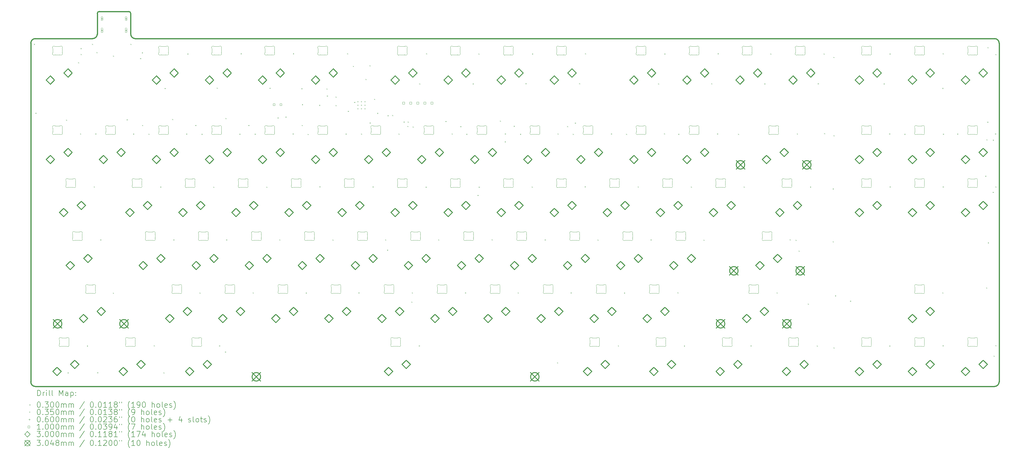
<source format=gbr>
%TF.GenerationSoftware,KiCad,Pcbnew,8.0.8*%
%TF.CreationDate,2025-02-03T20:21:26-05:00*%
%TF.ProjectId,OakSpring,4f616b53-7072-4696-9e67-2e6b69636164,rev?*%
%TF.SameCoordinates,Original*%
%TF.FileFunction,Drillmap*%
%TF.FilePolarity,Positive*%
%FSLAX45Y45*%
G04 Gerber Fmt 4.5, Leading zero omitted, Abs format (unit mm)*
G04 Created by KiCad (PCBNEW 8.0.8) date 2025-02-03 20:21:26*
%MOMM*%
%LPD*%
G01*
G04 APERTURE LIST*
%ADD10C,0.400000*%
%ADD11C,0.100000*%
%ADD12C,0.200000*%
%ADD13C,0.300000*%
%ADD14C,0.304800*%
G04 APERTURE END LIST*
D10*
X6599760Y-2827500D02*
X37465992Y-2827500D01*
X5239993Y-1922999D02*
G75*
G02*
X5311000Y-1853000I69997J9D01*
G01*
X3012668Y-15335000D02*
X37454317Y-15335000D01*
X37625000Y-15165000D02*
G75*
G02*
X37454317Y-15335000I-170340J340D01*
G01*
X3020683Y-2827500D02*
X5069850Y-2827500D01*
X37465992Y-2827500D02*
G75*
G02*
X37625000Y-2993980I-3732J-162740D01*
G01*
X6371000Y-1853000D02*
G75*
G02*
X6441000Y-1923000I10J-69990D01*
G01*
X37625000Y-15165000D02*
X37625000Y-2993980D01*
X2852500Y-2987668D02*
G75*
G02*
X3020683Y-2827810I164020J-4162D01*
G01*
X3012668Y-15335000D02*
G75*
G02*
X2852500Y-15165000I4912J165080D01*
G01*
X5240000Y-2667643D02*
X5240000Y-1922999D01*
X6371000Y-1853000D02*
X5311000Y-1853000D01*
X6441000Y-2660301D02*
X6441000Y-1923000D01*
X5240000Y-2667643D02*
G75*
G02*
X5069850Y-2827500I-165000J5143D01*
G01*
X6599760Y-2827500D02*
G75*
G02*
X6441000Y-2660301I4220J162980D01*
G01*
X2852500Y-2987668D02*
X2852500Y-15165000D01*
D11*
X15070000Y-6047216D02*
X15070000Y-6187784D01*
X15160555Y-6267500D02*
X15319445Y-6267500D01*
X15319445Y-5967500D02*
X15160555Y-5967500D01*
X15410000Y-6187784D02*
X15410000Y-6047216D01*
X15065052Y-6025528D02*
G75*
G02*
X15070000Y-6047216I-45051J-21688D01*
G01*
X15065052Y-6025528D02*
G75*
G02*
X15135329Y-5960670I45051J21688D01*
G01*
X15070000Y-6187784D02*
G75*
G02*
X15065052Y-6209472I-49999J0D01*
G01*
X15135329Y-6274330D02*
G75*
G02*
X15065052Y-6209472I-25226J43170D01*
G01*
X15135329Y-6274330D02*
G75*
G02*
X15160555Y-6267500I25226J-43171D01*
G01*
X15160555Y-5967500D02*
G75*
G02*
X15135329Y-5960670I0J50001D01*
G01*
X15319445Y-6267500D02*
G75*
G02*
X15344671Y-6274330I0J-50001D01*
G01*
X15344671Y-5960670D02*
G75*
G02*
X15319445Y-5967500I-25226J43171D01*
G01*
X15344671Y-5960670D02*
G75*
G02*
X15414948Y-6025528I25226J-43170D01*
G01*
X15410000Y-6047216D02*
G75*
G02*
X15414948Y-6025528I50035J-8D01*
G01*
X15414948Y-6209472D02*
G75*
G02*
X15344671Y-6274330I-45051J-21688D01*
G01*
X15414948Y-6209472D02*
G75*
G02*
X15409999Y-6187784I45102J21702D01*
G01*
X3640000Y-6047216D02*
X3640000Y-6187784D01*
X3730555Y-6267500D02*
X3889445Y-6267500D01*
X3889445Y-5967500D02*
X3730555Y-5967500D01*
X3980000Y-6187784D02*
X3980000Y-6047216D01*
X3635052Y-6025528D02*
G75*
G02*
X3640000Y-6047216I-45051J-21688D01*
G01*
X3635052Y-6025528D02*
G75*
G02*
X3705329Y-5960670I45051J21688D01*
G01*
X3640000Y-6187784D02*
G75*
G02*
X3635052Y-6209472I-49999J0D01*
G01*
X3705329Y-6274330D02*
G75*
G02*
X3635052Y-6209472I-25226J43170D01*
G01*
X3705329Y-6274330D02*
G75*
G02*
X3730555Y-6267500I25226J-43171D01*
G01*
X3730555Y-5967500D02*
G75*
G02*
X3705329Y-5960670I0J50001D01*
G01*
X3889445Y-6267500D02*
G75*
G02*
X3914671Y-6274330I0J-50001D01*
G01*
X3914671Y-5960670D02*
G75*
G02*
X3889445Y-5967500I-25226J43171D01*
G01*
X3914671Y-5960670D02*
G75*
G02*
X3984948Y-6025528I25226J-43170D01*
G01*
X3980000Y-6047216D02*
G75*
G02*
X3984948Y-6025528I50035J-8D01*
G01*
X3984948Y-6209472D02*
G75*
G02*
X3914671Y-6274330I-45051J-21688D01*
G01*
X3984948Y-6209472D02*
G75*
G02*
X3979999Y-6187784I45102J21702D01*
G01*
X21737500Y-7952216D02*
X21737500Y-8092784D01*
X21828055Y-8172500D02*
X21986945Y-8172500D01*
X21986945Y-7872500D02*
X21828055Y-7872500D01*
X22077500Y-8092784D02*
X22077500Y-7952216D01*
X21732552Y-7930528D02*
G75*
G02*
X21737500Y-7952216I-45051J-21688D01*
G01*
X21732552Y-7930528D02*
G75*
G02*
X21802829Y-7865670I45051J21688D01*
G01*
X21737500Y-8092784D02*
G75*
G02*
X21732552Y-8114472I-49999J0D01*
G01*
X21802829Y-8179330D02*
G75*
G02*
X21732552Y-8114472I-25226J43170D01*
G01*
X21802829Y-8179330D02*
G75*
G02*
X21828055Y-8172500I25226J-43171D01*
G01*
X21828055Y-7872500D02*
G75*
G02*
X21802829Y-7865670I0J50001D01*
G01*
X21986945Y-8172500D02*
G75*
G02*
X22012171Y-8179330I0J-50001D01*
G01*
X22012171Y-7865670D02*
G75*
G02*
X21986945Y-7872500I-25226J43171D01*
G01*
X22012171Y-7865670D02*
G75*
G02*
X22082448Y-7930528I25226J-43170D01*
G01*
X22077500Y-7952216D02*
G75*
G02*
X22082448Y-7930528I50035J-8D01*
G01*
X22082448Y-8114472D02*
G75*
G02*
X22012171Y-8179330I-45051J-21688D01*
G01*
X22082448Y-8114472D02*
G75*
G02*
X22077499Y-8092784I45102J21702D01*
G01*
X8640625Y-13667216D02*
X8640625Y-13807784D01*
X8731180Y-13887500D02*
X8890070Y-13887500D01*
X8890070Y-13587500D02*
X8731180Y-13587500D01*
X8980625Y-13807784D02*
X8980625Y-13667216D01*
X8635677Y-13645528D02*
G75*
G02*
X8640625Y-13667216I-45051J-21688D01*
G01*
X8635677Y-13645528D02*
G75*
G02*
X8705954Y-13580670I45051J21688D01*
G01*
X8640625Y-13807784D02*
G75*
G02*
X8635677Y-13829472I-49999J0D01*
G01*
X8705954Y-13894330D02*
G75*
G02*
X8635677Y-13829472I-25226J43170D01*
G01*
X8705954Y-13894330D02*
G75*
G02*
X8731180Y-13887500I25226J-43171D01*
G01*
X8731180Y-13587500D02*
G75*
G02*
X8705954Y-13580670I0J50001D01*
G01*
X8890070Y-13887500D02*
G75*
G02*
X8915296Y-13894330I0J-50001D01*
G01*
X8915296Y-13580670D02*
G75*
G02*
X8890070Y-13587500I-25226J43171D01*
G01*
X8915296Y-13580670D02*
G75*
G02*
X8985573Y-13645528I25226J-43170D01*
G01*
X8980625Y-13667216D02*
G75*
G02*
X8985573Y-13645528I50035J-8D01*
G01*
X8985573Y-13829472D02*
G75*
G02*
X8915296Y-13894330I-45051J-21688D01*
G01*
X8985573Y-13829472D02*
G75*
G02*
X8980624Y-13807784I45102J21702D01*
G01*
X26500000Y-6047216D02*
X26500000Y-6187784D01*
X26590555Y-6267500D02*
X26749445Y-6267500D01*
X26749445Y-5967500D02*
X26590555Y-5967500D01*
X26840000Y-6187784D02*
X26840000Y-6047216D01*
X26495052Y-6025528D02*
G75*
G02*
X26500000Y-6047216I-45051J-21688D01*
G01*
X26495052Y-6025528D02*
G75*
G02*
X26565329Y-5960670I45051J21688D01*
G01*
X26500000Y-6187784D02*
G75*
G02*
X26495052Y-6209472I-49999J0D01*
G01*
X26565329Y-6274330D02*
G75*
G02*
X26495052Y-6209472I-25226J43170D01*
G01*
X26565329Y-6274330D02*
G75*
G02*
X26590555Y-6267500I25226J-43171D01*
G01*
X26590555Y-5967500D02*
G75*
G02*
X26565329Y-5960670I0J50001D01*
G01*
X26749445Y-6267500D02*
G75*
G02*
X26774671Y-6274330I0J-50001D01*
G01*
X26774671Y-5960670D02*
G75*
G02*
X26749445Y-5967500I-25226J43171D01*
G01*
X26774671Y-5960670D02*
G75*
G02*
X26844948Y-6025528I25226J-43170D01*
G01*
X26840000Y-6047216D02*
G75*
G02*
X26844948Y-6025528I50035J-8D01*
G01*
X26844948Y-6209472D02*
G75*
G02*
X26774671Y-6274330I-45051J-21688D01*
G01*
X26844948Y-6209472D02*
G75*
G02*
X26839999Y-6187784I45102J21702D01*
G01*
X9355000Y-6047216D02*
X9355000Y-6187784D01*
X9445555Y-6267500D02*
X9604445Y-6267500D01*
X9604445Y-5967500D02*
X9445555Y-5967500D01*
X9695000Y-6187784D02*
X9695000Y-6047216D01*
X9350052Y-6025528D02*
G75*
G02*
X9355000Y-6047216I-45051J-21688D01*
G01*
X9350052Y-6025528D02*
G75*
G02*
X9420329Y-5960670I45051J21688D01*
G01*
X9355000Y-6187784D02*
G75*
G02*
X9350052Y-6209472I-49999J0D01*
G01*
X9420329Y-6274330D02*
G75*
G02*
X9350052Y-6209472I-25226J43170D01*
G01*
X9420329Y-6274330D02*
G75*
G02*
X9445555Y-6267500I25226J-43171D01*
G01*
X9445555Y-5967500D02*
G75*
G02*
X9420329Y-5960670I0J50001D01*
G01*
X9604445Y-6267500D02*
G75*
G02*
X9629671Y-6274330I0J-50001D01*
G01*
X9629671Y-5960670D02*
G75*
G02*
X9604445Y-5967500I-25226J43171D01*
G01*
X9629671Y-5960670D02*
G75*
G02*
X9699948Y-6025528I25226J-43170D01*
G01*
X9695000Y-6047216D02*
G75*
G02*
X9699948Y-6025528I50035J-8D01*
G01*
X9699948Y-6209472D02*
G75*
G02*
X9629671Y-6274330I-45051J-21688D01*
G01*
X9699948Y-6209472D02*
G75*
G02*
X9694999Y-6187784I45102J21702D01*
G01*
X3640000Y-3189716D02*
X3640000Y-3330284D01*
X3730555Y-3410000D02*
X3889445Y-3410000D01*
X3889445Y-3110000D02*
X3730555Y-3110000D01*
X3980000Y-3330284D02*
X3980000Y-3189716D01*
X3635052Y-3168028D02*
G75*
G02*
X3640000Y-3189716I-45051J-21688D01*
G01*
X3635052Y-3168028D02*
G75*
G02*
X3705329Y-3103170I45051J21688D01*
G01*
X3640000Y-3330284D02*
G75*
G02*
X3635052Y-3351972I-49999J0D01*
G01*
X3705329Y-3416830D02*
G75*
G02*
X3635052Y-3351972I-25226J43170D01*
G01*
X3705329Y-3416830D02*
G75*
G02*
X3730555Y-3410000I25226J-43171D01*
G01*
X3730555Y-3110000D02*
G75*
G02*
X3705329Y-3103170I0J50001D01*
G01*
X3889445Y-3410000D02*
G75*
G02*
X3914671Y-3416830I0J-50001D01*
G01*
X3914671Y-3103170D02*
G75*
G02*
X3889445Y-3110000I-25226J43171D01*
G01*
X3914671Y-3103170D02*
G75*
G02*
X3984948Y-3168028I25226J-43170D01*
G01*
X3980000Y-3189716D02*
G75*
G02*
X3984948Y-3168028I50035J-8D01*
G01*
X3984948Y-3351972D02*
G75*
G02*
X3914671Y-3416830I-45051J-21688D01*
G01*
X3984948Y-3351972D02*
G75*
G02*
X3979999Y-3330284I45102J21702D01*
G01*
X15546250Y-11762216D02*
X15546250Y-11902784D01*
X15636805Y-11982500D02*
X15795695Y-11982500D01*
X15795695Y-11682500D02*
X15636805Y-11682500D01*
X15886250Y-11902784D02*
X15886250Y-11762216D01*
X15541302Y-11740528D02*
G75*
G02*
X15546250Y-11762216I-45051J-21688D01*
G01*
X15541302Y-11740528D02*
G75*
G02*
X15611579Y-11675670I45051J21688D01*
G01*
X15546250Y-11902784D02*
G75*
G02*
X15541302Y-11924472I-49999J0D01*
G01*
X15611579Y-11989330D02*
G75*
G02*
X15541302Y-11924472I-25226J43170D01*
G01*
X15611579Y-11989330D02*
G75*
G02*
X15636805Y-11982500I25226J-43171D01*
G01*
X15636805Y-11682500D02*
G75*
G02*
X15611579Y-11675670I0J50001D01*
G01*
X15795695Y-11982500D02*
G75*
G02*
X15820921Y-11989330I0J-50001D01*
G01*
X15820921Y-11675670D02*
G75*
G02*
X15795695Y-11682500I-25226J43171D01*
G01*
X15820921Y-11675670D02*
G75*
G02*
X15891198Y-11740528I25226J-43170D01*
G01*
X15886250Y-11762216D02*
G75*
G02*
X15891198Y-11740528I50035J-8D01*
G01*
X15891198Y-11924472D02*
G75*
G02*
X15820921Y-11989330I-45051J-21688D01*
G01*
X15891198Y-11924472D02*
G75*
G02*
X15886249Y-11902784I45102J21702D01*
G01*
X3878125Y-13667216D02*
X3878125Y-13807784D01*
X3968680Y-13887500D02*
X4127570Y-13887500D01*
X4127570Y-13587500D02*
X3968680Y-13587500D01*
X4218125Y-13807784D02*
X4218125Y-13667216D01*
X3873177Y-13645528D02*
G75*
G02*
X3878125Y-13667216I-45051J-21688D01*
G01*
X3873177Y-13645528D02*
G75*
G02*
X3943454Y-13580670I45051J21688D01*
G01*
X3878125Y-13807784D02*
G75*
G02*
X3873177Y-13829472I-49999J0D01*
G01*
X3943454Y-13894330D02*
G75*
G02*
X3873177Y-13829472I-25226J43170D01*
G01*
X3943454Y-13894330D02*
G75*
G02*
X3968680Y-13887500I25226J-43171D01*
G01*
X3968680Y-13587500D02*
G75*
G02*
X3943454Y-13580670I0J50001D01*
G01*
X4127570Y-13887500D02*
G75*
G02*
X4152796Y-13894330I0J-50001D01*
G01*
X4152796Y-13580670D02*
G75*
G02*
X4127570Y-13587500I-25226J43171D01*
G01*
X4152796Y-13580670D02*
G75*
G02*
X4223073Y-13645528I25226J-43170D01*
G01*
X4218125Y-13667216D02*
G75*
G02*
X4223073Y-13645528I50035J-8D01*
G01*
X4223073Y-13829472D02*
G75*
G02*
X4152796Y-13894330I-45051J-21688D01*
G01*
X4223073Y-13829472D02*
G75*
G02*
X4218124Y-13807784I45102J21702D01*
G01*
X36501250Y-13667216D02*
X36501250Y-13807784D01*
X36591805Y-13887500D02*
X36750695Y-13887500D01*
X36750695Y-13587500D02*
X36591805Y-13587500D01*
X36841250Y-13807784D02*
X36841250Y-13667216D01*
X36496302Y-13645528D02*
G75*
G02*
X36501250Y-13667216I-45051J-21688D01*
G01*
X36496302Y-13645528D02*
G75*
G02*
X36566579Y-13580670I45051J21688D01*
G01*
X36501250Y-13807784D02*
G75*
G02*
X36496302Y-13829472I-49999J0D01*
G01*
X36566579Y-13894330D02*
G75*
G02*
X36496302Y-13829472I-25226J43170D01*
G01*
X36566579Y-13894330D02*
G75*
G02*
X36591805Y-13887500I25226J-43171D01*
G01*
X36591805Y-13587500D02*
G75*
G02*
X36566579Y-13580670I0J50001D01*
G01*
X36750695Y-13887500D02*
G75*
G02*
X36775921Y-13894330I0J-50001D01*
G01*
X36775921Y-13580670D02*
G75*
G02*
X36750695Y-13587500I-25226J43171D01*
G01*
X36775921Y-13580670D02*
G75*
G02*
X36846198Y-13645528I25226J-43170D01*
G01*
X36841250Y-13667216D02*
G75*
G02*
X36846198Y-13645528I50035J-8D01*
G01*
X36846198Y-13829472D02*
G75*
G02*
X36775921Y-13894330I-45051J-21688D01*
G01*
X36846198Y-13829472D02*
G75*
G02*
X36841249Y-13807784I45102J21702D01*
G01*
X4116250Y-7952216D02*
X4116250Y-8092784D01*
X4206805Y-8172500D02*
X4365695Y-8172500D01*
X4365695Y-7872500D02*
X4206805Y-7872500D01*
X4456250Y-8092784D02*
X4456250Y-7952216D01*
X4111302Y-7930528D02*
G75*
G02*
X4116250Y-7952216I-45051J-21688D01*
G01*
X4111302Y-7930528D02*
G75*
G02*
X4181579Y-7865670I45051J21688D01*
G01*
X4116250Y-8092784D02*
G75*
G02*
X4111302Y-8114472I-49999J0D01*
G01*
X4181579Y-8179330D02*
G75*
G02*
X4111302Y-8114472I-25226J43170D01*
G01*
X4181579Y-8179330D02*
G75*
G02*
X4206805Y-8172500I25226J-43171D01*
G01*
X4206805Y-7872500D02*
G75*
G02*
X4181579Y-7865670I0J50001D01*
G01*
X4365695Y-8172500D02*
G75*
G02*
X4390921Y-8179330I0J-50001D01*
G01*
X4390921Y-7865670D02*
G75*
G02*
X4365695Y-7872500I-25226J43171D01*
G01*
X4390921Y-7865670D02*
G75*
G02*
X4461198Y-7930528I25226J-43170D01*
G01*
X4456250Y-7952216D02*
G75*
G02*
X4461198Y-7930528I50035J-8D01*
G01*
X4461198Y-8114472D02*
G75*
G02*
X4390921Y-8179330I-45051J-21688D01*
G01*
X4461198Y-8114472D02*
G75*
G02*
X4456249Y-8092784I45102J21702D01*
G01*
X8878750Y-9857216D02*
X8878750Y-9997784D01*
X8969305Y-10077500D02*
X9128195Y-10077500D01*
X9128195Y-9777500D02*
X8969305Y-9777500D01*
X9218750Y-9997784D02*
X9218750Y-9857216D01*
X8873802Y-9835528D02*
G75*
G02*
X8878750Y-9857216I-45051J-21688D01*
G01*
X8873802Y-9835528D02*
G75*
G02*
X8944079Y-9770670I45051J21688D01*
G01*
X8878750Y-9997784D02*
G75*
G02*
X8873802Y-10019472I-49999J0D01*
G01*
X8944079Y-10084330D02*
G75*
G02*
X8873802Y-10019472I-25226J43170D01*
G01*
X8944079Y-10084330D02*
G75*
G02*
X8969305Y-10077500I25226J-43171D01*
G01*
X8969305Y-9777500D02*
G75*
G02*
X8944079Y-9770670I0J50001D01*
G01*
X9128195Y-10077500D02*
G75*
G02*
X9153421Y-10084330I0J-50001D01*
G01*
X9153421Y-9770670D02*
G75*
G02*
X9128195Y-9777500I-25226J43171D01*
G01*
X9153421Y-9770670D02*
G75*
G02*
X9223698Y-9835528I25226J-43170D01*
G01*
X9218750Y-9857216D02*
G75*
G02*
X9223698Y-9835528I50035J-8D01*
G01*
X9223698Y-10019472D02*
G75*
G02*
X9153421Y-10084330I-45051J-21688D01*
G01*
X9223698Y-10019472D02*
G75*
G02*
X9218749Y-9997784I45102J21702D01*
G01*
X24595000Y-6047216D02*
X24595000Y-6187784D01*
X24685555Y-6267500D02*
X24844445Y-6267500D01*
X24844445Y-5967500D02*
X24685555Y-5967500D01*
X24935000Y-6187784D02*
X24935000Y-6047216D01*
X24590052Y-6025528D02*
G75*
G02*
X24595000Y-6047216I-45051J-21688D01*
G01*
X24590052Y-6025528D02*
G75*
G02*
X24660329Y-5960670I45051J21688D01*
G01*
X24595000Y-6187784D02*
G75*
G02*
X24590052Y-6209472I-49999J0D01*
G01*
X24660329Y-6274330D02*
G75*
G02*
X24590052Y-6209472I-25226J43170D01*
G01*
X24660329Y-6274330D02*
G75*
G02*
X24685555Y-6267500I25226J-43171D01*
G01*
X24685555Y-5967500D02*
G75*
G02*
X24660329Y-5960670I0J50001D01*
G01*
X24844445Y-6267500D02*
G75*
G02*
X24869671Y-6274330I0J-50001D01*
G01*
X24869671Y-5960670D02*
G75*
G02*
X24844445Y-5967500I-25226J43171D01*
G01*
X24869671Y-5960670D02*
G75*
G02*
X24939948Y-6025528I25226J-43170D01*
G01*
X24935000Y-6047216D02*
G75*
G02*
X24939948Y-6025528I50035J-8D01*
G01*
X24939948Y-6209472D02*
G75*
G02*
X24869671Y-6274330I-45051J-21688D01*
G01*
X24939948Y-6209472D02*
G75*
G02*
X24934999Y-6187784I45102J21702D01*
G01*
X34596250Y-6047216D02*
X34596250Y-6187784D01*
X34686805Y-6267500D02*
X34845695Y-6267500D01*
X34845695Y-5967500D02*
X34686805Y-5967500D01*
X34936250Y-6187784D02*
X34936250Y-6047216D01*
X34591302Y-6025528D02*
G75*
G02*
X34596250Y-6047216I-45051J-21688D01*
G01*
X34591302Y-6025528D02*
G75*
G02*
X34661579Y-5960670I45051J21688D01*
G01*
X34596250Y-6187784D02*
G75*
G02*
X34591302Y-6209472I-49999J0D01*
G01*
X34661579Y-6274330D02*
G75*
G02*
X34591302Y-6209472I-25226J43170D01*
G01*
X34661579Y-6274330D02*
G75*
G02*
X34686805Y-6267500I25226J-43171D01*
G01*
X34686805Y-5967500D02*
G75*
G02*
X34661579Y-5960670I0J50001D01*
G01*
X34845695Y-6267500D02*
G75*
G02*
X34870921Y-6274330I0J-50001D01*
G01*
X34870921Y-5960670D02*
G75*
G02*
X34845695Y-5967500I-25226J43171D01*
G01*
X34870921Y-5960670D02*
G75*
G02*
X34941198Y-6025528I25226J-43170D01*
G01*
X34936250Y-6047216D02*
G75*
G02*
X34941198Y-6025528I50035J-8D01*
G01*
X34941198Y-6209472D02*
G75*
G02*
X34870921Y-6274330I-45051J-21688D01*
G01*
X34941198Y-6209472D02*
G75*
G02*
X34936249Y-6187784I45102J21702D01*
G01*
X34596250Y-11762216D02*
X34596250Y-11902784D01*
X34686805Y-11982500D02*
X34845695Y-11982500D01*
X34845695Y-11682500D02*
X34686805Y-11682500D01*
X34936250Y-11902784D02*
X34936250Y-11762216D01*
X34591302Y-11740528D02*
G75*
G02*
X34596250Y-11762216I-45051J-21688D01*
G01*
X34591302Y-11740528D02*
G75*
G02*
X34661579Y-11675670I45051J21688D01*
G01*
X34596250Y-11902784D02*
G75*
G02*
X34591302Y-11924472I-49999J0D01*
G01*
X34661579Y-11989330D02*
G75*
G02*
X34591302Y-11924472I-25226J43170D01*
G01*
X34661579Y-11989330D02*
G75*
G02*
X34686805Y-11982500I25226J-43171D01*
G01*
X34686805Y-11682500D02*
G75*
G02*
X34661579Y-11675670I0J50001D01*
G01*
X34845695Y-11982500D02*
G75*
G02*
X34870921Y-11989330I0J-50001D01*
G01*
X34870921Y-11675670D02*
G75*
G02*
X34845695Y-11682500I-25226J43171D01*
G01*
X34870921Y-11675670D02*
G75*
G02*
X34941198Y-11740528I25226J-43170D01*
G01*
X34936250Y-11762216D02*
G75*
G02*
X34941198Y-11740528I50035J-8D01*
G01*
X34941198Y-11924472D02*
G75*
G02*
X34870921Y-11989330I-45051J-21688D01*
G01*
X34941198Y-11924472D02*
G75*
G02*
X34936249Y-11902784I45102J21702D01*
G01*
X28643125Y-11762216D02*
X28643125Y-11902784D01*
X28733680Y-11982500D02*
X28892570Y-11982500D01*
X28892570Y-11682500D02*
X28733680Y-11682500D01*
X28983125Y-11902784D02*
X28983125Y-11762216D01*
X28638177Y-11740528D02*
G75*
G02*
X28643125Y-11762216I-45051J-21688D01*
G01*
X28638177Y-11740528D02*
G75*
G02*
X28708454Y-11675670I45051J21688D01*
G01*
X28643125Y-11902784D02*
G75*
G02*
X28638177Y-11924472I-49999J0D01*
G01*
X28708454Y-11989330D02*
G75*
G02*
X28638177Y-11924472I-25226J43170D01*
G01*
X28708454Y-11989330D02*
G75*
G02*
X28733680Y-11982500I25226J-43171D01*
G01*
X28733680Y-11682500D02*
G75*
G02*
X28708454Y-11675670I0J50001D01*
G01*
X28892570Y-11982500D02*
G75*
G02*
X28917796Y-11989330I0J-50001D01*
G01*
X28917796Y-11675670D02*
G75*
G02*
X28892570Y-11682500I-25226J43171D01*
G01*
X28917796Y-11675670D02*
G75*
G02*
X28988073Y-11740528I25226J-43170D01*
G01*
X28983125Y-11762216D02*
G75*
G02*
X28988073Y-11740528I50035J-8D01*
G01*
X28988073Y-11924472D02*
G75*
G02*
X28917796Y-11989330I-45051J-21688D01*
G01*
X28988073Y-11924472D02*
G75*
G02*
X28983124Y-11902784I45102J21702D01*
G01*
X6259375Y-13667216D02*
X6259375Y-13807784D01*
X6349930Y-13887500D02*
X6508820Y-13887500D01*
X6508820Y-13587500D02*
X6349930Y-13587500D01*
X6599375Y-13807784D02*
X6599375Y-13667216D01*
X6254427Y-13645528D02*
G75*
G02*
X6259375Y-13667216I-45051J-21688D01*
G01*
X6254427Y-13645528D02*
G75*
G02*
X6324704Y-13580670I45051J21688D01*
G01*
X6259375Y-13807784D02*
G75*
G02*
X6254427Y-13829472I-49999J0D01*
G01*
X6324704Y-13894330D02*
G75*
G02*
X6254427Y-13829472I-25226J43170D01*
G01*
X6324704Y-13894330D02*
G75*
G02*
X6349930Y-13887500I25226J-43171D01*
G01*
X6349930Y-13587500D02*
G75*
G02*
X6324704Y-13580670I0J50001D01*
G01*
X6508820Y-13887500D02*
G75*
G02*
X6534046Y-13894330I0J-50001D01*
G01*
X6534046Y-13580670D02*
G75*
G02*
X6508820Y-13587500I-25226J43171D01*
G01*
X6534046Y-13580670D02*
G75*
G02*
X6604323Y-13645528I25226J-43170D01*
G01*
X6599375Y-13667216D02*
G75*
G02*
X6604323Y-13645528I50035J-8D01*
G01*
X6604323Y-13829472D02*
G75*
G02*
X6534046Y-13894330I-45051J-21688D01*
G01*
X6604323Y-13829472D02*
G75*
G02*
X6599374Y-13807784I45102J21702D01*
G01*
X17451250Y-11762216D02*
X17451250Y-11902784D01*
X17541805Y-11982500D02*
X17700695Y-11982500D01*
X17700695Y-11682500D02*
X17541805Y-11682500D01*
X17791250Y-11902784D02*
X17791250Y-11762216D01*
X17446302Y-11740528D02*
G75*
G02*
X17451250Y-11762216I-45051J-21688D01*
G01*
X17446302Y-11740528D02*
G75*
G02*
X17516579Y-11675670I45051J21688D01*
G01*
X17451250Y-11902784D02*
G75*
G02*
X17446302Y-11924472I-49999J0D01*
G01*
X17516579Y-11989330D02*
G75*
G02*
X17446302Y-11924472I-25226J43170D01*
G01*
X17516579Y-11989330D02*
G75*
G02*
X17541805Y-11982500I25226J-43171D01*
G01*
X17541805Y-11682500D02*
G75*
G02*
X17516579Y-11675670I0J50001D01*
G01*
X17700695Y-11982500D02*
G75*
G02*
X17725921Y-11989330I0J-50001D01*
G01*
X17725921Y-11675670D02*
G75*
G02*
X17700695Y-11682500I-25226J43171D01*
G01*
X17725921Y-11675670D02*
G75*
G02*
X17796198Y-11740528I25226J-43170D01*
G01*
X17791250Y-11762216D02*
G75*
G02*
X17796198Y-11740528I50035J-8D01*
G01*
X17796198Y-11924472D02*
G75*
G02*
X17725921Y-11989330I-45051J-21688D01*
G01*
X17796198Y-11924472D02*
G75*
G02*
X17791249Y-11902784I45102J21702D01*
G01*
X36501250Y-7952216D02*
X36501250Y-8092784D01*
X36591805Y-8172500D02*
X36750695Y-8172500D01*
X36750695Y-7872500D02*
X36591805Y-7872500D01*
X36841250Y-8092784D02*
X36841250Y-7952216D01*
X36496302Y-7930528D02*
G75*
G02*
X36501250Y-7952216I-45051J-21688D01*
G01*
X36496302Y-7930528D02*
G75*
G02*
X36566579Y-7865670I45051J21688D01*
G01*
X36501250Y-8092784D02*
G75*
G02*
X36496302Y-8114472I-49999J0D01*
G01*
X36566579Y-8179330D02*
G75*
G02*
X36496302Y-8114472I-25226J43170D01*
G01*
X36566579Y-8179330D02*
G75*
G02*
X36591805Y-8172500I25226J-43171D01*
G01*
X36591805Y-7872500D02*
G75*
G02*
X36566579Y-7865670I0J50001D01*
G01*
X36750695Y-8172500D02*
G75*
G02*
X36775921Y-8179330I0J-50001D01*
G01*
X36775921Y-7865670D02*
G75*
G02*
X36750695Y-7872500I-25226J43171D01*
G01*
X36775921Y-7865670D02*
G75*
G02*
X36846198Y-7930528I25226J-43170D01*
G01*
X36841250Y-7952216D02*
G75*
G02*
X36846198Y-7930528I50035J-8D01*
G01*
X36846198Y-8114472D02*
G75*
G02*
X36775921Y-8179330I-45051J-21688D01*
G01*
X36846198Y-8114472D02*
G75*
G02*
X36841249Y-8092784I45102J21702D01*
G01*
X36501250Y-3189716D02*
X36501250Y-3330284D01*
X36591805Y-3410000D02*
X36750695Y-3410000D01*
X36750695Y-3110000D02*
X36591805Y-3110000D01*
X36841250Y-3330284D02*
X36841250Y-3189716D01*
X36496302Y-3168028D02*
G75*
G02*
X36501250Y-3189716I-45051J-21688D01*
G01*
X36496302Y-3168028D02*
G75*
G02*
X36566579Y-3103170I45051J21688D01*
G01*
X36501250Y-3330284D02*
G75*
G02*
X36496302Y-3351972I-49999J0D01*
G01*
X36566579Y-3416830D02*
G75*
G02*
X36496302Y-3351972I-25226J43170D01*
G01*
X36566579Y-3416830D02*
G75*
G02*
X36591805Y-3410000I25226J-43171D01*
G01*
X36591805Y-3110000D02*
G75*
G02*
X36566579Y-3103170I0J50001D01*
G01*
X36750695Y-3410000D02*
G75*
G02*
X36775921Y-3416830I0J-50001D01*
G01*
X36775921Y-3103170D02*
G75*
G02*
X36750695Y-3110000I-25226J43171D01*
G01*
X36775921Y-3103170D02*
G75*
G02*
X36846198Y-3168028I25226J-43170D01*
G01*
X36841250Y-3189716D02*
G75*
G02*
X36846198Y-3168028I50035J-8D01*
G01*
X36846198Y-3351972D02*
G75*
G02*
X36775921Y-3416830I-45051J-21688D01*
G01*
X36846198Y-3351972D02*
G75*
G02*
X36841249Y-3330284I45102J21702D01*
G01*
X36501250Y-6047216D02*
X36501250Y-6187784D01*
X36591805Y-6267500D02*
X36750695Y-6267500D01*
X36750695Y-5967500D02*
X36591805Y-5967500D01*
X36841250Y-6187784D02*
X36841250Y-6047216D01*
X36496302Y-6025528D02*
G75*
G02*
X36501250Y-6047216I-45051J-21688D01*
G01*
X36496302Y-6025528D02*
G75*
G02*
X36566579Y-5960670I45051J21688D01*
G01*
X36501250Y-6187784D02*
G75*
G02*
X36496302Y-6209472I-49999J0D01*
G01*
X36566579Y-6274330D02*
G75*
G02*
X36496302Y-6209472I-25226J43170D01*
G01*
X36566579Y-6274330D02*
G75*
G02*
X36591805Y-6267500I25226J-43171D01*
G01*
X36591805Y-5967500D02*
G75*
G02*
X36566579Y-5960670I0J50001D01*
G01*
X36750695Y-6267500D02*
G75*
G02*
X36775921Y-6274330I0J-50001D01*
G01*
X36775921Y-5960670D02*
G75*
G02*
X36750695Y-5967500I-25226J43171D01*
G01*
X36775921Y-5960670D02*
G75*
G02*
X36846198Y-6025528I25226J-43170D01*
G01*
X36841250Y-6047216D02*
G75*
G02*
X36846198Y-6025528I50035J-8D01*
G01*
X36846198Y-6209472D02*
G75*
G02*
X36775921Y-6274330I-45051J-21688D01*
G01*
X36846198Y-6209472D02*
G75*
G02*
X36841249Y-6187784I45102J21702D01*
G01*
X19832500Y-7952216D02*
X19832500Y-8092784D01*
X19923055Y-8172500D02*
X20081945Y-8172500D01*
X20081945Y-7872500D02*
X19923055Y-7872500D01*
X20172500Y-8092784D02*
X20172500Y-7952216D01*
X19827552Y-7930528D02*
G75*
G02*
X19832500Y-7952216I-45051J-21688D01*
G01*
X19827552Y-7930528D02*
G75*
G02*
X19897829Y-7865670I45051J21688D01*
G01*
X19832500Y-8092784D02*
G75*
G02*
X19827552Y-8114472I-49999J0D01*
G01*
X19897829Y-8179330D02*
G75*
G02*
X19827552Y-8114472I-25226J43170D01*
G01*
X19897829Y-8179330D02*
G75*
G02*
X19923055Y-8172500I25226J-43171D01*
G01*
X19923055Y-7872500D02*
G75*
G02*
X19897829Y-7865670I0J50001D01*
G01*
X20081945Y-8172500D02*
G75*
G02*
X20107171Y-8179330I0J-50001D01*
G01*
X20107171Y-7865670D02*
G75*
G02*
X20081945Y-7872500I-25226J43171D01*
G01*
X20107171Y-7865670D02*
G75*
G02*
X20177448Y-7930528I25226J-43170D01*
G01*
X20172500Y-7952216D02*
G75*
G02*
X20177448Y-7930528I50035J-8D01*
G01*
X20177448Y-8114472D02*
G75*
G02*
X20107171Y-8179330I-45051J-21688D01*
G01*
X20177448Y-8114472D02*
G75*
G02*
X20172499Y-8092784I45102J21702D01*
G01*
X29357500Y-6047216D02*
X29357500Y-6187784D01*
X29448055Y-6267500D02*
X29606945Y-6267500D01*
X29606945Y-5967500D02*
X29448055Y-5967500D01*
X29697500Y-6187784D02*
X29697500Y-6047216D01*
X29352552Y-6025528D02*
G75*
G02*
X29357500Y-6047216I-45051J-21688D01*
G01*
X29352552Y-6025528D02*
G75*
G02*
X29422829Y-5960670I45051J21688D01*
G01*
X29357500Y-6187784D02*
G75*
G02*
X29352552Y-6209472I-49999J0D01*
G01*
X29422829Y-6274330D02*
G75*
G02*
X29352552Y-6209472I-25226J43170D01*
G01*
X29422829Y-6274330D02*
G75*
G02*
X29448055Y-6267500I25226J-43171D01*
G01*
X29448055Y-5967500D02*
G75*
G02*
X29422829Y-5960670I0J50001D01*
G01*
X29606945Y-6267500D02*
G75*
G02*
X29632171Y-6274330I0J-50001D01*
G01*
X29632171Y-5960670D02*
G75*
G02*
X29606945Y-5967500I-25226J43171D01*
G01*
X29632171Y-5960670D02*
G75*
G02*
X29702448Y-6025528I25226J-43170D01*
G01*
X29697500Y-6047216D02*
G75*
G02*
X29702448Y-6025528I50035J-8D01*
G01*
X29702448Y-6209472D02*
G75*
G02*
X29632171Y-6274330I-45051J-21688D01*
G01*
X29702448Y-6209472D02*
G75*
G02*
X29697499Y-6187784I45102J21702D01*
G01*
X22213750Y-9857216D02*
X22213750Y-9997784D01*
X22304305Y-10077500D02*
X22463195Y-10077500D01*
X22463195Y-9777500D02*
X22304305Y-9777500D01*
X22553750Y-9997784D02*
X22553750Y-9857216D01*
X22208802Y-9835528D02*
G75*
G02*
X22213750Y-9857216I-45051J-21688D01*
G01*
X22208802Y-9835528D02*
G75*
G02*
X22279079Y-9770670I45051J21688D01*
G01*
X22213750Y-9997784D02*
G75*
G02*
X22208802Y-10019472I-49999J0D01*
G01*
X22279079Y-10084330D02*
G75*
G02*
X22208802Y-10019472I-25226J43170D01*
G01*
X22279079Y-10084330D02*
G75*
G02*
X22304305Y-10077500I25226J-43171D01*
G01*
X22304305Y-9777500D02*
G75*
G02*
X22279079Y-9770670I0J50001D01*
G01*
X22463195Y-10077500D02*
G75*
G02*
X22488421Y-10084330I0J-50001D01*
G01*
X22488421Y-9770670D02*
G75*
G02*
X22463195Y-9777500I-25226J43171D01*
G01*
X22488421Y-9770670D02*
G75*
G02*
X22558698Y-9835528I25226J-43170D01*
G01*
X22553750Y-9857216D02*
G75*
G02*
X22558698Y-9835528I50035J-8D01*
G01*
X22558698Y-10019472D02*
G75*
G02*
X22488421Y-10084330I-45051J-21688D01*
G01*
X22558698Y-10019472D02*
G75*
G02*
X22553749Y-9997784I45102J21702D01*
G01*
X16022500Y-3189716D02*
X16022500Y-3330284D01*
X16113055Y-3410000D02*
X16271945Y-3410000D01*
X16271945Y-3110000D02*
X16113055Y-3110000D01*
X16362500Y-3330284D02*
X16362500Y-3189716D01*
X16017552Y-3168028D02*
G75*
G02*
X16022500Y-3189716I-45051J-21688D01*
G01*
X16017552Y-3168028D02*
G75*
G02*
X16087829Y-3103170I45051J21688D01*
G01*
X16022500Y-3330284D02*
G75*
G02*
X16017552Y-3351972I-49999J0D01*
G01*
X16087829Y-3416830D02*
G75*
G02*
X16017552Y-3351972I-25226J43170D01*
G01*
X16087829Y-3416830D02*
G75*
G02*
X16113055Y-3410000I25226J-43171D01*
G01*
X16113055Y-3110000D02*
G75*
G02*
X16087829Y-3103170I0J50001D01*
G01*
X16271945Y-3410000D02*
G75*
G02*
X16297171Y-3416830I0J-50001D01*
G01*
X16297171Y-3103170D02*
G75*
G02*
X16271945Y-3110000I-25226J43171D01*
G01*
X16297171Y-3103170D02*
G75*
G02*
X16367448Y-3168028I25226J-43170D01*
G01*
X16362500Y-3189716D02*
G75*
G02*
X16367448Y-3168028I50035J-8D01*
G01*
X16367448Y-3351972D02*
G75*
G02*
X16297171Y-3416830I-45051J-21688D01*
G01*
X16367448Y-3351972D02*
G75*
G02*
X16362499Y-3330284I45102J21702D01*
G01*
X19356250Y-11762216D02*
X19356250Y-11902784D01*
X19446805Y-11982500D02*
X19605695Y-11982500D01*
X19605695Y-11682500D02*
X19446805Y-11682500D01*
X19696250Y-11902784D02*
X19696250Y-11762216D01*
X19351302Y-11740528D02*
G75*
G02*
X19356250Y-11762216I-45051J-21688D01*
G01*
X19351302Y-11740528D02*
G75*
G02*
X19421579Y-11675670I45051J21688D01*
G01*
X19356250Y-11902784D02*
G75*
G02*
X19351302Y-11924472I-49999J0D01*
G01*
X19421579Y-11989330D02*
G75*
G02*
X19351302Y-11924472I-25226J43170D01*
G01*
X19421579Y-11989330D02*
G75*
G02*
X19446805Y-11982500I25226J-43171D01*
G01*
X19446805Y-11682500D02*
G75*
G02*
X19421579Y-11675670I0J50001D01*
G01*
X19605695Y-11982500D02*
G75*
G02*
X19630921Y-11989330I0J-50001D01*
G01*
X19630921Y-11675670D02*
G75*
G02*
X19605695Y-11682500I-25226J43171D01*
G01*
X19630921Y-11675670D02*
G75*
G02*
X19701198Y-11740528I25226J-43170D01*
G01*
X19696250Y-11762216D02*
G75*
G02*
X19701198Y-11740528I50035J-8D01*
G01*
X19701198Y-11924472D02*
G75*
G02*
X19630921Y-11989330I-45051J-21688D01*
G01*
X19701198Y-11924472D02*
G75*
G02*
X19696249Y-11902784I45102J21702D01*
G01*
X26500000Y-3189716D02*
X26500000Y-3330284D01*
X26590555Y-3410000D02*
X26749445Y-3410000D01*
X26749445Y-3110000D02*
X26590555Y-3110000D01*
X26840000Y-3330284D02*
X26840000Y-3189716D01*
X26495052Y-3168028D02*
G75*
G02*
X26500000Y-3189716I-45051J-21688D01*
G01*
X26495052Y-3168028D02*
G75*
G02*
X26565329Y-3103170I45051J21688D01*
G01*
X26500000Y-3330284D02*
G75*
G02*
X26495052Y-3351972I-49999J0D01*
G01*
X26565329Y-3416830D02*
G75*
G02*
X26495052Y-3351972I-25226J43170D01*
G01*
X26565329Y-3416830D02*
G75*
G02*
X26590555Y-3410000I25226J-43171D01*
G01*
X26590555Y-3110000D02*
G75*
G02*
X26565329Y-3103170I0J50001D01*
G01*
X26749445Y-3410000D02*
G75*
G02*
X26774671Y-3416830I0J-50001D01*
G01*
X26774671Y-3103170D02*
G75*
G02*
X26749445Y-3110000I-25226J43171D01*
G01*
X26774671Y-3103170D02*
G75*
G02*
X26844948Y-3168028I25226J-43170D01*
G01*
X26840000Y-3189716D02*
G75*
G02*
X26844948Y-3168028I50035J-8D01*
G01*
X26844948Y-3351972D02*
G75*
G02*
X26774671Y-3416830I-45051J-21688D01*
G01*
X26844948Y-3351972D02*
G75*
G02*
X26839999Y-3330284I45102J21702D01*
G01*
X4354375Y-9857216D02*
X4354375Y-9997784D01*
X4444930Y-10077500D02*
X4603820Y-10077500D01*
X4603820Y-9777500D02*
X4444930Y-9777500D01*
X4694375Y-9997784D02*
X4694375Y-9857216D01*
X4349427Y-9835528D02*
G75*
G02*
X4354375Y-9857216I-45051J-21688D01*
G01*
X4349427Y-9835528D02*
G75*
G02*
X4419704Y-9770670I45051J21688D01*
G01*
X4354375Y-9997784D02*
G75*
G02*
X4349427Y-10019472I-49999J0D01*
G01*
X4419704Y-10084330D02*
G75*
G02*
X4349427Y-10019472I-25226J43170D01*
G01*
X4419704Y-10084330D02*
G75*
G02*
X4444930Y-10077500I25226J-43171D01*
G01*
X4444930Y-9777500D02*
G75*
G02*
X4419704Y-9770670I0J50001D01*
G01*
X4603820Y-10077500D02*
G75*
G02*
X4629046Y-10084330I0J-50001D01*
G01*
X4629046Y-9770670D02*
G75*
G02*
X4603820Y-9777500I-25226J43171D01*
G01*
X4629046Y-9770670D02*
G75*
G02*
X4699323Y-9835528I25226J-43170D01*
G01*
X4694375Y-9857216D02*
G75*
G02*
X4699323Y-9835528I50035J-8D01*
G01*
X4699323Y-10019472D02*
G75*
G02*
X4629046Y-10084330I-45051J-21688D01*
G01*
X4699323Y-10019472D02*
G75*
G02*
X4694374Y-9997784I45102J21702D01*
G01*
X29119375Y-9857216D02*
X29119375Y-9997784D01*
X29209930Y-10077500D02*
X29368820Y-10077500D01*
X29368820Y-9777500D02*
X29209930Y-9777500D01*
X29459375Y-9997784D02*
X29459375Y-9857216D01*
X29114427Y-9835528D02*
G75*
G02*
X29119375Y-9857216I-45051J-21688D01*
G01*
X29114427Y-9835528D02*
G75*
G02*
X29184704Y-9770670I45051J21688D01*
G01*
X29119375Y-9997784D02*
G75*
G02*
X29114427Y-10019472I-49999J0D01*
G01*
X29184704Y-10084330D02*
G75*
G02*
X29114427Y-10019472I-25226J43170D01*
G01*
X29184704Y-10084330D02*
G75*
G02*
X29209930Y-10077500I25226J-43171D01*
G01*
X29209930Y-9777500D02*
G75*
G02*
X29184704Y-9770670I0J50001D01*
G01*
X29368820Y-10077500D02*
G75*
G02*
X29394046Y-10084330I0J-50001D01*
G01*
X29394046Y-9770670D02*
G75*
G02*
X29368820Y-9777500I-25226J43171D01*
G01*
X29394046Y-9770670D02*
G75*
G02*
X29464323Y-9835528I25226J-43170D01*
G01*
X29459375Y-9857216D02*
G75*
G02*
X29464323Y-9835528I50035J-8D01*
G01*
X29464323Y-10019472D02*
G75*
G02*
X29394046Y-10084330I-45051J-21688D01*
G01*
X29464323Y-10019472D02*
G75*
G02*
X29459374Y-9997784I45102J21702D01*
G01*
X34596250Y-3189716D02*
X34596250Y-3330284D01*
X34686805Y-3410000D02*
X34845695Y-3410000D01*
X34845695Y-3110000D02*
X34686805Y-3110000D01*
X34936250Y-3330284D02*
X34936250Y-3189716D01*
X34591302Y-3168028D02*
G75*
G02*
X34596250Y-3189716I-45051J-21688D01*
G01*
X34591302Y-3168028D02*
G75*
G02*
X34661579Y-3103170I45051J21688D01*
G01*
X34596250Y-3330284D02*
G75*
G02*
X34591302Y-3351972I-49999J0D01*
G01*
X34661579Y-3416830D02*
G75*
G02*
X34591302Y-3351972I-25226J43170D01*
G01*
X34661579Y-3416830D02*
G75*
G02*
X34686805Y-3410000I25226J-43171D01*
G01*
X34686805Y-3110000D02*
G75*
G02*
X34661579Y-3103170I0J50001D01*
G01*
X34845695Y-3410000D02*
G75*
G02*
X34870921Y-3416830I0J-50001D01*
G01*
X34870921Y-3103170D02*
G75*
G02*
X34845695Y-3110000I-25226J43171D01*
G01*
X34870921Y-3103170D02*
G75*
G02*
X34941198Y-3168028I25226J-43170D01*
G01*
X34936250Y-3189716D02*
G75*
G02*
X34941198Y-3168028I50035J-8D01*
G01*
X34941198Y-3351972D02*
G75*
G02*
X34870921Y-3416830I-45051J-21688D01*
G01*
X34941198Y-3351972D02*
G75*
G02*
X34936249Y-3330284I45102J21702D01*
G01*
X7450000Y-6047216D02*
X7450000Y-6187784D01*
X7540555Y-6267500D02*
X7699445Y-6267500D01*
X7699445Y-5967500D02*
X7540555Y-5967500D01*
X7790000Y-6187784D02*
X7790000Y-6047216D01*
X7445052Y-6025528D02*
G75*
G02*
X7450000Y-6047216I-45051J-21688D01*
G01*
X7445052Y-6025528D02*
G75*
G02*
X7515329Y-5960670I45051J21688D01*
G01*
X7450000Y-6187784D02*
G75*
G02*
X7445052Y-6209472I-49999J0D01*
G01*
X7515329Y-6274330D02*
G75*
G02*
X7445052Y-6209472I-25226J43170D01*
G01*
X7515329Y-6274330D02*
G75*
G02*
X7540555Y-6267500I25226J-43171D01*
G01*
X7540555Y-5967500D02*
G75*
G02*
X7515329Y-5960670I0J50001D01*
G01*
X7699445Y-6267500D02*
G75*
G02*
X7724671Y-6274330I0J-50001D01*
G01*
X7724671Y-5960670D02*
G75*
G02*
X7699445Y-5967500I-25226J43171D01*
G01*
X7724671Y-5960670D02*
G75*
G02*
X7794948Y-6025528I25226J-43170D01*
G01*
X7790000Y-6047216D02*
G75*
G02*
X7794948Y-6025528I50035J-8D01*
G01*
X7794948Y-6209472D02*
G75*
G02*
X7724671Y-6274330I-45051J-21688D01*
G01*
X7794948Y-6209472D02*
G75*
G02*
X7789999Y-6187784I45102J21702D01*
G01*
X17927500Y-3189716D02*
X17927500Y-3330284D01*
X18018055Y-3410000D02*
X18176945Y-3410000D01*
X18176945Y-3110000D02*
X18018055Y-3110000D01*
X18267500Y-3330284D02*
X18267500Y-3189716D01*
X17922552Y-3168028D02*
G75*
G02*
X17927500Y-3189716I-45051J-21688D01*
G01*
X17922552Y-3168028D02*
G75*
G02*
X17992829Y-3103170I45051J21688D01*
G01*
X17927500Y-3330284D02*
G75*
G02*
X17922552Y-3351972I-49999J0D01*
G01*
X17992829Y-3416830D02*
G75*
G02*
X17922552Y-3351972I-25226J43170D01*
G01*
X17992829Y-3416830D02*
G75*
G02*
X18018055Y-3410000I25226J-43171D01*
G01*
X18018055Y-3110000D02*
G75*
G02*
X17992829Y-3103170I0J50001D01*
G01*
X18176945Y-3410000D02*
G75*
G02*
X18202171Y-3416830I0J-50001D01*
G01*
X18202171Y-3103170D02*
G75*
G02*
X18176945Y-3110000I-25226J43171D01*
G01*
X18202171Y-3103170D02*
G75*
G02*
X18272448Y-3168028I25226J-43170D01*
G01*
X18267500Y-3189716D02*
G75*
G02*
X18272448Y-3168028I50035J-8D01*
G01*
X18272448Y-3351972D02*
G75*
G02*
X18202171Y-3416830I-45051J-21688D01*
G01*
X18272448Y-3351972D02*
G75*
G02*
X18267499Y-3330284I45102J21702D01*
G01*
X32691250Y-13667216D02*
X32691250Y-13807784D01*
X32781805Y-13887500D02*
X32940695Y-13887500D01*
X32940695Y-13587500D02*
X32781805Y-13587500D01*
X33031250Y-13807784D02*
X33031250Y-13667216D01*
X32686302Y-13645528D02*
G75*
G02*
X32691250Y-13667216I-45051J-21688D01*
G01*
X32686302Y-13645528D02*
G75*
G02*
X32756579Y-13580670I45051J21688D01*
G01*
X32691250Y-13807784D02*
G75*
G02*
X32686302Y-13829472I-49999J0D01*
G01*
X32756579Y-13894330D02*
G75*
G02*
X32686302Y-13829472I-25226J43170D01*
G01*
X32756579Y-13894330D02*
G75*
G02*
X32781805Y-13887500I25226J-43171D01*
G01*
X32781805Y-13587500D02*
G75*
G02*
X32756579Y-13580670I0J50001D01*
G01*
X32940695Y-13887500D02*
G75*
G02*
X32965921Y-13894330I0J-50001D01*
G01*
X32965921Y-13580670D02*
G75*
G02*
X32940695Y-13587500I-25226J43171D01*
G01*
X32965921Y-13580670D02*
G75*
G02*
X33036198Y-13645528I25226J-43170D01*
G01*
X33031250Y-13667216D02*
G75*
G02*
X33036198Y-13645528I50035J-8D01*
G01*
X33036198Y-13829472D02*
G75*
G02*
X32965921Y-13894330I-45051J-21688D01*
G01*
X33036198Y-13829472D02*
G75*
G02*
X33031249Y-13807784I45102J21702D01*
G01*
X5545000Y-6047216D02*
X5545000Y-6187784D01*
X5635555Y-6267500D02*
X5794445Y-6267500D01*
X5794445Y-5967500D02*
X5635555Y-5967500D01*
X5885000Y-6187784D02*
X5885000Y-6047216D01*
X5540052Y-6025528D02*
G75*
G02*
X5545000Y-6047216I-45051J-21688D01*
G01*
X5540052Y-6025528D02*
G75*
G02*
X5610329Y-5960670I45051J21688D01*
G01*
X5545000Y-6187784D02*
G75*
G02*
X5540052Y-6209472I-49999J0D01*
G01*
X5610329Y-6274330D02*
G75*
G02*
X5540052Y-6209472I-25226J43170D01*
G01*
X5610329Y-6274330D02*
G75*
G02*
X5635555Y-6267500I25226J-43171D01*
G01*
X5635555Y-5967500D02*
G75*
G02*
X5610329Y-5960670I0J50001D01*
G01*
X5794445Y-6267500D02*
G75*
G02*
X5819671Y-6274330I0J-50001D01*
G01*
X5819671Y-5960670D02*
G75*
G02*
X5794445Y-5967500I-25226J43171D01*
G01*
X5819671Y-5960670D02*
G75*
G02*
X5889948Y-6025528I25226J-43170D01*
G01*
X5885000Y-6047216D02*
G75*
G02*
X5889948Y-6025528I50035J-8D01*
G01*
X5889948Y-6209472D02*
G75*
G02*
X5819671Y-6274330I-45051J-21688D01*
G01*
X5889948Y-6209472D02*
G75*
G02*
X5884999Y-6187784I45102J21702D01*
G01*
X15784375Y-13667216D02*
X15784375Y-13807784D01*
X15874930Y-13887500D02*
X16033820Y-13887500D01*
X16033820Y-13587500D02*
X15874930Y-13587500D01*
X16124375Y-13807784D02*
X16124375Y-13667216D01*
X15779427Y-13645528D02*
G75*
G02*
X15784375Y-13667216I-45051J-21688D01*
G01*
X15779427Y-13645528D02*
G75*
G02*
X15849704Y-13580670I45051J21688D01*
G01*
X15784375Y-13807784D02*
G75*
G02*
X15779427Y-13829472I-49999J0D01*
G01*
X15849704Y-13894330D02*
G75*
G02*
X15779427Y-13829472I-25226J43170D01*
G01*
X15849704Y-13894330D02*
G75*
G02*
X15874930Y-13887500I25226J-43171D01*
G01*
X15874930Y-13587500D02*
G75*
G02*
X15849704Y-13580670I0J50001D01*
G01*
X16033820Y-13887500D02*
G75*
G02*
X16059046Y-13894330I0J-50001D01*
G01*
X16059046Y-13580670D02*
G75*
G02*
X16033820Y-13587500I-25226J43171D01*
G01*
X16059046Y-13580670D02*
G75*
G02*
X16129323Y-13645528I25226J-43170D01*
G01*
X16124375Y-13667216D02*
G75*
G02*
X16129323Y-13645528I50035J-8D01*
G01*
X16129323Y-13829472D02*
G75*
G02*
X16059046Y-13894330I-45051J-21688D01*
G01*
X16129323Y-13829472D02*
G75*
G02*
X16124374Y-13807784I45102J21702D01*
G01*
X8402500Y-7952216D02*
X8402500Y-8092784D01*
X8493055Y-8172500D02*
X8651945Y-8172500D01*
X8651945Y-7872500D02*
X8493055Y-7872500D01*
X8742500Y-8092784D02*
X8742500Y-7952216D01*
X8397552Y-7930528D02*
G75*
G02*
X8402500Y-7952216I-45051J-21688D01*
G01*
X8397552Y-7930528D02*
G75*
G02*
X8467829Y-7865670I45051J21688D01*
G01*
X8402500Y-8092784D02*
G75*
G02*
X8397552Y-8114472I-49999J0D01*
G01*
X8467829Y-8179330D02*
G75*
G02*
X8397552Y-8114472I-25226J43170D01*
G01*
X8467829Y-8179330D02*
G75*
G02*
X8493055Y-8172500I25226J-43171D01*
G01*
X8493055Y-7872500D02*
G75*
G02*
X8467829Y-7865670I0J50001D01*
G01*
X8651945Y-8172500D02*
G75*
G02*
X8677171Y-8179330I0J-50001D01*
G01*
X8677171Y-7865670D02*
G75*
G02*
X8651945Y-7872500I-25226J43171D01*
G01*
X8677171Y-7865670D02*
G75*
G02*
X8747448Y-7930528I25226J-43170D01*
G01*
X8742500Y-7952216D02*
G75*
G02*
X8747448Y-7930528I50035J-8D01*
G01*
X8747448Y-8114472D02*
G75*
G02*
X8677171Y-8179330I-45051J-21688D01*
G01*
X8747448Y-8114472D02*
G75*
G02*
X8742499Y-8092784I45102J21702D01*
G01*
X29833750Y-7952216D02*
X29833750Y-8092784D01*
X29924305Y-8172500D02*
X30083195Y-8172500D01*
X30083195Y-7872500D02*
X29924305Y-7872500D01*
X30173750Y-8092784D02*
X30173750Y-7952216D01*
X29828802Y-7930528D02*
G75*
G02*
X29833750Y-7952216I-45051J-21688D01*
G01*
X29828802Y-7930528D02*
G75*
G02*
X29899079Y-7865670I45051J21688D01*
G01*
X29833750Y-8092784D02*
G75*
G02*
X29828802Y-8114472I-49999J0D01*
G01*
X29899079Y-8179330D02*
G75*
G02*
X29828802Y-8114472I-25226J43170D01*
G01*
X29899079Y-8179330D02*
G75*
G02*
X29924305Y-8172500I25226J-43171D01*
G01*
X29924305Y-7872500D02*
G75*
G02*
X29899079Y-7865670I0J50001D01*
G01*
X30083195Y-8172500D02*
G75*
G02*
X30108421Y-8179330I0J-50001D01*
G01*
X30108421Y-7865670D02*
G75*
G02*
X30083195Y-7872500I-25226J43171D01*
G01*
X30108421Y-7865670D02*
G75*
G02*
X30178698Y-7930528I25226J-43170D01*
G01*
X30173750Y-7952216D02*
G75*
G02*
X30178698Y-7930528I50035J-8D01*
G01*
X30178698Y-8114472D02*
G75*
G02*
X30108421Y-8179330I-45051J-21688D01*
G01*
X30178698Y-8114472D02*
G75*
G02*
X30173749Y-8092784I45102J21702D01*
G01*
X18403750Y-9857216D02*
X18403750Y-9997784D01*
X18494305Y-10077500D02*
X18653195Y-10077500D01*
X18653195Y-9777500D02*
X18494305Y-9777500D01*
X18743750Y-9997784D02*
X18743750Y-9857216D01*
X18398802Y-9835528D02*
G75*
G02*
X18403750Y-9857216I-45051J-21688D01*
G01*
X18398802Y-9835528D02*
G75*
G02*
X18469079Y-9770670I45051J21688D01*
G01*
X18403750Y-9997784D02*
G75*
G02*
X18398802Y-10019472I-49999J0D01*
G01*
X18469079Y-10084330D02*
G75*
G02*
X18398802Y-10019472I-25226J43170D01*
G01*
X18469079Y-10084330D02*
G75*
G02*
X18494305Y-10077500I25226J-43171D01*
G01*
X18494305Y-9777500D02*
G75*
G02*
X18469079Y-9770670I0J50001D01*
G01*
X18653195Y-10077500D02*
G75*
G02*
X18678421Y-10084330I0J-50001D01*
G01*
X18678421Y-9770670D02*
G75*
G02*
X18653195Y-9777500I-25226J43171D01*
G01*
X18678421Y-9770670D02*
G75*
G02*
X18748698Y-9835528I25226J-43170D01*
G01*
X18743750Y-9857216D02*
G75*
G02*
X18748698Y-9835528I50035J-8D01*
G01*
X18748698Y-10019472D02*
G75*
G02*
X18678421Y-10084330I-45051J-21688D01*
G01*
X18748698Y-10019472D02*
G75*
G02*
X18743749Y-9997784I45102J21702D01*
G01*
X34596250Y-13667216D02*
X34596250Y-13807784D01*
X34686805Y-13887500D02*
X34845695Y-13887500D01*
X34845695Y-13587500D02*
X34686805Y-13587500D01*
X34936250Y-13807784D02*
X34936250Y-13667216D01*
X34591302Y-13645528D02*
G75*
G02*
X34596250Y-13667216I-45051J-21688D01*
G01*
X34591302Y-13645528D02*
G75*
G02*
X34661579Y-13580670I45051J21688D01*
G01*
X34596250Y-13807784D02*
G75*
G02*
X34591302Y-13829472I-49999J0D01*
G01*
X34661579Y-13894330D02*
G75*
G02*
X34591302Y-13829472I-25226J43170D01*
G01*
X34661579Y-13894330D02*
G75*
G02*
X34686805Y-13887500I25226J-43171D01*
G01*
X34686805Y-13587500D02*
G75*
G02*
X34661579Y-13580670I0J50001D01*
G01*
X34845695Y-13887500D02*
G75*
G02*
X34870921Y-13894330I0J-50001D01*
G01*
X34870921Y-13580670D02*
G75*
G02*
X34845695Y-13587500I-25226J43171D01*
G01*
X34870921Y-13580670D02*
G75*
G02*
X34941198Y-13645528I25226J-43170D01*
G01*
X34936250Y-13667216D02*
G75*
G02*
X34941198Y-13645528I50035J-8D01*
G01*
X34941198Y-13829472D02*
G75*
G02*
X34870921Y-13894330I-45051J-21688D01*
G01*
X34941198Y-13829472D02*
G75*
G02*
X34936249Y-13807784I45102J21702D01*
G01*
X16498750Y-9857216D02*
X16498750Y-9997784D01*
X16589305Y-10077500D02*
X16748195Y-10077500D01*
X16748195Y-9777500D02*
X16589305Y-9777500D01*
X16838750Y-9997784D02*
X16838750Y-9857216D01*
X16493802Y-9835528D02*
G75*
G02*
X16498750Y-9857216I-45051J-21688D01*
G01*
X16493802Y-9835528D02*
G75*
G02*
X16564079Y-9770670I45051J21688D01*
G01*
X16498750Y-9997784D02*
G75*
G02*
X16493802Y-10019472I-49999J0D01*
G01*
X16564079Y-10084330D02*
G75*
G02*
X16493802Y-10019472I-25226J43170D01*
G01*
X16564079Y-10084330D02*
G75*
G02*
X16589305Y-10077500I25226J-43171D01*
G01*
X16589305Y-9777500D02*
G75*
G02*
X16564079Y-9770670I0J50001D01*
G01*
X16748195Y-10077500D02*
G75*
G02*
X16773421Y-10084330I0J-50001D01*
G01*
X16773421Y-9770670D02*
G75*
G02*
X16748195Y-9777500I-25226J43171D01*
G01*
X16773421Y-9770670D02*
G75*
G02*
X16843698Y-9835528I25226J-43170D01*
G01*
X16838750Y-9857216D02*
G75*
G02*
X16843698Y-9835528I50035J-8D01*
G01*
X16843698Y-10019472D02*
G75*
G02*
X16773421Y-10084330I-45051J-21688D01*
G01*
X16843698Y-10019472D02*
G75*
G02*
X16838749Y-9997784I45102J21702D01*
G01*
X20785000Y-6047216D02*
X20785000Y-6187784D01*
X20875555Y-6267500D02*
X21034445Y-6267500D01*
X21034445Y-5967500D02*
X20875555Y-5967500D01*
X21125000Y-6187784D02*
X21125000Y-6047216D01*
X20780052Y-6025528D02*
G75*
G02*
X20785000Y-6047216I-45051J-21688D01*
G01*
X20780052Y-6025528D02*
G75*
G02*
X20850329Y-5960670I45051J21688D01*
G01*
X20785000Y-6187784D02*
G75*
G02*
X20780052Y-6209472I-49999J0D01*
G01*
X20850329Y-6274330D02*
G75*
G02*
X20780052Y-6209472I-25226J43170D01*
G01*
X20850329Y-6274330D02*
G75*
G02*
X20875555Y-6267500I25226J-43171D01*
G01*
X20875555Y-5967500D02*
G75*
G02*
X20850329Y-5960670I0J50001D01*
G01*
X21034445Y-6267500D02*
G75*
G02*
X21059671Y-6274330I0J-50001D01*
G01*
X21059671Y-5960670D02*
G75*
G02*
X21034445Y-5967500I-25226J43171D01*
G01*
X21059671Y-5960670D02*
G75*
G02*
X21129948Y-6025528I25226J-43170D01*
G01*
X21125000Y-6047216D02*
G75*
G02*
X21129948Y-6025528I50035J-8D01*
G01*
X21129948Y-6209472D02*
G75*
G02*
X21059671Y-6274330I-45051J-21688D01*
G01*
X21129948Y-6209472D02*
G75*
G02*
X21124999Y-6187784I45102J21702D01*
G01*
X12688750Y-9857216D02*
X12688750Y-9997784D01*
X12779305Y-10077500D02*
X12938195Y-10077500D01*
X12938195Y-9777500D02*
X12779305Y-9777500D01*
X13028750Y-9997784D02*
X13028750Y-9857216D01*
X12683802Y-9835528D02*
G75*
G02*
X12688750Y-9857216I-45051J-21688D01*
G01*
X12683802Y-9835528D02*
G75*
G02*
X12754079Y-9770670I45051J21688D01*
G01*
X12688750Y-9997784D02*
G75*
G02*
X12683802Y-10019472I-49999J0D01*
G01*
X12754079Y-10084330D02*
G75*
G02*
X12683802Y-10019472I-25226J43170D01*
G01*
X12754079Y-10084330D02*
G75*
G02*
X12779305Y-10077500I25226J-43171D01*
G01*
X12779305Y-9777500D02*
G75*
G02*
X12754079Y-9770670I0J50001D01*
G01*
X12938195Y-10077500D02*
G75*
G02*
X12963421Y-10084330I0J-50001D01*
G01*
X12963421Y-9770670D02*
G75*
G02*
X12938195Y-9777500I-25226J43171D01*
G01*
X12963421Y-9770670D02*
G75*
G02*
X13033698Y-9835528I25226J-43170D01*
G01*
X13028750Y-9857216D02*
G75*
G02*
X13033698Y-9835528I50035J-8D01*
G01*
X13033698Y-10019472D02*
G75*
G02*
X12963421Y-10084330I-45051J-21688D01*
G01*
X13033698Y-10019472D02*
G75*
G02*
X13028749Y-9997784I45102J21702D01*
G01*
X10783750Y-9857216D02*
X10783750Y-9997784D01*
X10874305Y-10077500D02*
X11033195Y-10077500D01*
X11033195Y-9777500D02*
X10874305Y-9777500D01*
X11123750Y-9997784D02*
X11123750Y-9857216D01*
X10778802Y-9835528D02*
G75*
G02*
X10783750Y-9857216I-45051J-21688D01*
G01*
X10778802Y-9835528D02*
G75*
G02*
X10849079Y-9770670I45051J21688D01*
G01*
X10783750Y-9997784D02*
G75*
G02*
X10778802Y-10019472I-49999J0D01*
G01*
X10849079Y-10084330D02*
G75*
G02*
X10778802Y-10019472I-25226J43170D01*
G01*
X10849079Y-10084330D02*
G75*
G02*
X10874305Y-10077500I25226J-43171D01*
G01*
X10874305Y-9777500D02*
G75*
G02*
X10849079Y-9770670I0J50001D01*
G01*
X11033195Y-10077500D02*
G75*
G02*
X11058421Y-10084330I0J-50001D01*
G01*
X11058421Y-9770670D02*
G75*
G02*
X11033195Y-9777500I-25226J43171D01*
G01*
X11058421Y-9770670D02*
G75*
G02*
X11128698Y-9835528I25226J-43170D01*
G01*
X11123750Y-9857216D02*
G75*
G02*
X11128698Y-9835528I50035J-8D01*
G01*
X11128698Y-10019472D02*
G75*
G02*
X11058421Y-10084330I-45051J-21688D01*
G01*
X11128698Y-10019472D02*
G75*
G02*
X11123749Y-9997784I45102J21702D01*
G01*
X28405000Y-3189716D02*
X28405000Y-3330284D01*
X28495555Y-3410000D02*
X28654445Y-3410000D01*
X28654445Y-3110000D02*
X28495555Y-3110000D01*
X28745000Y-3330284D02*
X28745000Y-3189716D01*
X28400052Y-3168028D02*
G75*
G02*
X28405000Y-3189716I-45051J-21688D01*
G01*
X28400052Y-3168028D02*
G75*
G02*
X28470329Y-3103170I45051J21688D01*
G01*
X28405000Y-3330284D02*
G75*
G02*
X28400052Y-3351972I-49999J0D01*
G01*
X28470329Y-3416830D02*
G75*
G02*
X28400052Y-3351972I-25226J43170D01*
G01*
X28470329Y-3416830D02*
G75*
G02*
X28495555Y-3410000I25226J-43171D01*
G01*
X28495555Y-3110000D02*
G75*
G02*
X28470329Y-3103170I0J50001D01*
G01*
X28654445Y-3410000D02*
G75*
G02*
X28679671Y-3416830I0J-50001D01*
G01*
X28679671Y-3103170D02*
G75*
G02*
X28654445Y-3110000I-25226J43171D01*
G01*
X28679671Y-3103170D02*
G75*
G02*
X28749948Y-3168028I25226J-43170D01*
G01*
X28745000Y-3189716D02*
G75*
G02*
X28749948Y-3168028I50035J-8D01*
G01*
X28749948Y-3351972D02*
G75*
G02*
X28679671Y-3416830I-45051J-21688D01*
G01*
X28749948Y-3351972D02*
G75*
G02*
X28744999Y-3330284I45102J21702D01*
G01*
X11260000Y-3189716D02*
X11260000Y-3330284D01*
X11350555Y-3410000D02*
X11509445Y-3410000D01*
X11509445Y-3110000D02*
X11350555Y-3110000D01*
X11600000Y-3330284D02*
X11600000Y-3189716D01*
X11255052Y-3168028D02*
G75*
G02*
X11260000Y-3189716I-45051J-21688D01*
G01*
X11255052Y-3168028D02*
G75*
G02*
X11325329Y-3103170I45051J21688D01*
G01*
X11260000Y-3330284D02*
G75*
G02*
X11255052Y-3351972I-49999J0D01*
G01*
X11325329Y-3416830D02*
G75*
G02*
X11255052Y-3351972I-25226J43170D01*
G01*
X11325329Y-3416830D02*
G75*
G02*
X11350555Y-3410000I25226J-43171D01*
G01*
X11350555Y-3110000D02*
G75*
G02*
X11325329Y-3103170I0J50001D01*
G01*
X11509445Y-3410000D02*
G75*
G02*
X11534671Y-3416830I0J-50001D01*
G01*
X11534671Y-3103170D02*
G75*
G02*
X11509445Y-3110000I-25226J43171D01*
G01*
X11534671Y-3103170D02*
G75*
G02*
X11604948Y-3168028I25226J-43170D01*
G01*
X11600000Y-3189716D02*
G75*
G02*
X11604948Y-3168028I50035J-8D01*
G01*
X11604948Y-3351972D02*
G75*
G02*
X11534671Y-3416830I-45051J-21688D01*
G01*
X11604948Y-3351972D02*
G75*
G02*
X11599999Y-3330284I45102J21702D01*
G01*
X6973750Y-9857216D02*
X6973750Y-9997784D01*
X7064305Y-10077500D02*
X7223195Y-10077500D01*
X7223195Y-9777500D02*
X7064305Y-9777500D01*
X7313750Y-9997784D02*
X7313750Y-9857216D01*
X6968802Y-9835528D02*
G75*
G02*
X6973750Y-9857216I-45051J-21688D01*
G01*
X6968802Y-9835528D02*
G75*
G02*
X7039079Y-9770670I45051J21688D01*
G01*
X6973750Y-9997784D02*
G75*
G02*
X6968802Y-10019472I-49999J0D01*
G01*
X7039079Y-10084330D02*
G75*
G02*
X6968802Y-10019472I-25226J43170D01*
G01*
X7039079Y-10084330D02*
G75*
G02*
X7064305Y-10077500I25226J-43171D01*
G01*
X7064305Y-9777500D02*
G75*
G02*
X7039079Y-9770670I0J50001D01*
G01*
X7223195Y-10077500D02*
G75*
G02*
X7248421Y-10084330I0J-50001D01*
G01*
X7248421Y-9770670D02*
G75*
G02*
X7223195Y-9777500I-25226J43171D01*
G01*
X7248421Y-9770670D02*
G75*
G02*
X7318698Y-9835528I25226J-43170D01*
G01*
X7313750Y-9857216D02*
G75*
G02*
X7318698Y-9835528I50035J-8D01*
G01*
X7318698Y-10019472D02*
G75*
G02*
X7248421Y-10084330I-45051J-21688D01*
G01*
X7318698Y-10019472D02*
G75*
G02*
X7313749Y-9997784I45102J21702D01*
G01*
X12212500Y-7952216D02*
X12212500Y-8092784D01*
X12303055Y-8172500D02*
X12461945Y-8172500D01*
X12461945Y-7872500D02*
X12303055Y-7872500D01*
X12552500Y-8092784D02*
X12552500Y-7952216D01*
X12207552Y-7930528D02*
G75*
G02*
X12212500Y-7952216I-45051J-21688D01*
G01*
X12207552Y-7930528D02*
G75*
G02*
X12277829Y-7865670I45051J21688D01*
G01*
X12212500Y-8092784D02*
G75*
G02*
X12207552Y-8114472I-49999J0D01*
G01*
X12277829Y-8179330D02*
G75*
G02*
X12207552Y-8114472I-25226J43170D01*
G01*
X12277829Y-8179330D02*
G75*
G02*
X12303055Y-8172500I25226J-43171D01*
G01*
X12303055Y-7872500D02*
G75*
G02*
X12277829Y-7865670I0J50001D01*
G01*
X12461945Y-8172500D02*
G75*
G02*
X12487171Y-8179330I0J-50001D01*
G01*
X12487171Y-7865670D02*
G75*
G02*
X12461945Y-7872500I-25226J43171D01*
G01*
X12487171Y-7865670D02*
G75*
G02*
X12557448Y-7930528I25226J-43170D01*
G01*
X12552500Y-7952216D02*
G75*
G02*
X12557448Y-7930528I50035J-8D01*
G01*
X12557448Y-8114472D02*
G75*
G02*
X12487171Y-8179330I-45051J-21688D01*
G01*
X12557448Y-8114472D02*
G75*
G02*
X12552499Y-8092784I45102J21702D01*
G01*
X13165000Y-3189716D02*
X13165000Y-3330284D01*
X13255555Y-3410000D02*
X13414445Y-3410000D01*
X13414445Y-3110000D02*
X13255555Y-3110000D01*
X13505000Y-3330284D02*
X13505000Y-3189716D01*
X13160052Y-3168028D02*
G75*
G02*
X13165000Y-3189716I-45051J-21688D01*
G01*
X13160052Y-3168028D02*
G75*
G02*
X13230329Y-3103170I45051J21688D01*
G01*
X13165000Y-3330284D02*
G75*
G02*
X13160052Y-3351972I-49999J0D01*
G01*
X13230329Y-3416830D02*
G75*
G02*
X13160052Y-3351972I-25226J43170D01*
G01*
X13230329Y-3416830D02*
G75*
G02*
X13255555Y-3410000I25226J-43171D01*
G01*
X13255555Y-3110000D02*
G75*
G02*
X13230329Y-3103170I0J50001D01*
G01*
X13414445Y-3410000D02*
G75*
G02*
X13439671Y-3416830I0J-50001D01*
G01*
X13439671Y-3103170D02*
G75*
G02*
X13414445Y-3110000I-25226J43171D01*
G01*
X13439671Y-3103170D02*
G75*
G02*
X13509948Y-3168028I25226J-43170D01*
G01*
X13505000Y-3189716D02*
G75*
G02*
X13509948Y-3168028I50035J-8D01*
G01*
X13509948Y-3351972D02*
G75*
G02*
X13439671Y-3416830I-45051J-21688D01*
G01*
X13509948Y-3351972D02*
G75*
G02*
X13504999Y-3330284I45102J21702D01*
G01*
X18880000Y-6047216D02*
X18880000Y-6187784D01*
X18970555Y-6267500D02*
X19129445Y-6267500D01*
X19129445Y-5967500D02*
X18970555Y-5967500D01*
X19220000Y-6187784D02*
X19220000Y-6047216D01*
X18875052Y-6025528D02*
G75*
G02*
X18880000Y-6047216I-45051J-21688D01*
G01*
X18875052Y-6025528D02*
G75*
G02*
X18945329Y-5960670I45051J21688D01*
G01*
X18880000Y-6187784D02*
G75*
G02*
X18875052Y-6209472I-49999J0D01*
G01*
X18945329Y-6274330D02*
G75*
G02*
X18875052Y-6209472I-25226J43170D01*
G01*
X18945329Y-6274330D02*
G75*
G02*
X18970555Y-6267500I25226J-43171D01*
G01*
X18970555Y-5967500D02*
G75*
G02*
X18945329Y-5960670I0J50001D01*
G01*
X19129445Y-6267500D02*
G75*
G02*
X19154671Y-6274330I0J-50001D01*
G01*
X19154671Y-5960670D02*
G75*
G02*
X19129445Y-5967500I-25226J43171D01*
G01*
X19154671Y-5960670D02*
G75*
G02*
X19224948Y-6025528I25226J-43170D01*
G01*
X19220000Y-6047216D02*
G75*
G02*
X19224948Y-6025528I50035J-8D01*
G01*
X19224948Y-6209472D02*
G75*
G02*
X19154671Y-6274330I-45051J-21688D01*
G01*
X19224948Y-6209472D02*
G75*
G02*
X19219999Y-6187784I45102J21702D01*
G01*
X24118750Y-9857216D02*
X24118750Y-9997784D01*
X24209305Y-10077500D02*
X24368195Y-10077500D01*
X24368195Y-9777500D02*
X24209305Y-9777500D01*
X24458750Y-9997784D02*
X24458750Y-9857216D01*
X24113802Y-9835528D02*
G75*
G02*
X24118750Y-9857216I-45051J-21688D01*
G01*
X24113802Y-9835528D02*
G75*
G02*
X24184079Y-9770670I45051J21688D01*
G01*
X24118750Y-9997784D02*
G75*
G02*
X24113802Y-10019472I-49999J0D01*
G01*
X24184079Y-10084330D02*
G75*
G02*
X24113802Y-10019472I-25226J43170D01*
G01*
X24184079Y-10084330D02*
G75*
G02*
X24209305Y-10077500I25226J-43171D01*
G01*
X24209305Y-9777500D02*
G75*
G02*
X24184079Y-9770670I0J50001D01*
G01*
X24368195Y-10077500D02*
G75*
G02*
X24393421Y-10084330I0J-50001D01*
G01*
X24393421Y-9770670D02*
G75*
G02*
X24368195Y-9777500I-25226J43171D01*
G01*
X24393421Y-9770670D02*
G75*
G02*
X24463698Y-9835528I25226J-43170D01*
G01*
X24458750Y-9857216D02*
G75*
G02*
X24463698Y-9835528I50035J-8D01*
G01*
X24463698Y-10019472D02*
G75*
G02*
X24393421Y-10084330I-45051J-21688D01*
G01*
X24463698Y-10019472D02*
G75*
G02*
X24458749Y-9997784I45102J21702D01*
G01*
X17927500Y-7952216D02*
X17927500Y-8092784D01*
X18018055Y-8172500D02*
X18176945Y-8172500D01*
X18176945Y-7872500D02*
X18018055Y-7872500D01*
X18267500Y-8092784D02*
X18267500Y-7952216D01*
X17922552Y-7930528D02*
G75*
G02*
X17927500Y-7952216I-45051J-21688D01*
G01*
X17922552Y-7930528D02*
G75*
G02*
X17992829Y-7865670I45051J21688D01*
G01*
X17927500Y-8092784D02*
G75*
G02*
X17922552Y-8114472I-49999J0D01*
G01*
X17992829Y-8179330D02*
G75*
G02*
X17922552Y-8114472I-25226J43170D01*
G01*
X17992829Y-8179330D02*
G75*
G02*
X18018055Y-8172500I25226J-43171D01*
G01*
X18018055Y-7872500D02*
G75*
G02*
X17992829Y-7865670I0J50001D01*
G01*
X18176945Y-8172500D02*
G75*
G02*
X18202171Y-8179330I0J-50001D01*
G01*
X18202171Y-7865670D02*
G75*
G02*
X18176945Y-7872500I-25226J43171D01*
G01*
X18202171Y-7865670D02*
G75*
G02*
X18272448Y-7930528I25226J-43170D01*
G01*
X18267500Y-7952216D02*
G75*
G02*
X18272448Y-7930528I50035J-8D01*
G01*
X18272448Y-8114472D02*
G75*
G02*
X18202171Y-8179330I-45051J-21688D01*
G01*
X18272448Y-8114472D02*
G75*
G02*
X18267499Y-8092784I45102J21702D01*
G01*
X27690625Y-13667216D02*
X27690625Y-13807784D01*
X27781180Y-13887500D02*
X27940070Y-13887500D01*
X27940070Y-13587500D02*
X27781180Y-13587500D01*
X28030625Y-13807784D02*
X28030625Y-13667216D01*
X27685677Y-13645528D02*
G75*
G02*
X27690625Y-13667216I-45051J-21688D01*
G01*
X27685677Y-13645528D02*
G75*
G02*
X27755954Y-13580670I45051J21688D01*
G01*
X27690625Y-13807784D02*
G75*
G02*
X27685677Y-13829472I-49999J0D01*
G01*
X27755954Y-13894330D02*
G75*
G02*
X27685677Y-13829472I-25226J43170D01*
G01*
X27755954Y-13894330D02*
G75*
G02*
X27781180Y-13887500I25226J-43171D01*
G01*
X27781180Y-13587500D02*
G75*
G02*
X27755954Y-13580670I0J50001D01*
G01*
X27940070Y-13887500D02*
G75*
G02*
X27965296Y-13894330I0J-50001D01*
G01*
X27965296Y-13580670D02*
G75*
G02*
X27940070Y-13587500I-25226J43171D01*
G01*
X27965296Y-13580670D02*
G75*
G02*
X28035573Y-13645528I25226J-43170D01*
G01*
X28030625Y-13667216D02*
G75*
G02*
X28035573Y-13645528I50035J-8D01*
G01*
X28035573Y-13829472D02*
G75*
G02*
X27965296Y-13894330I-45051J-21688D01*
G01*
X28035573Y-13829472D02*
G75*
G02*
X28030624Y-13807784I45102J21702D01*
G01*
X23642500Y-7952216D02*
X23642500Y-8092784D01*
X23733055Y-8172500D02*
X23891945Y-8172500D01*
X23891945Y-7872500D02*
X23733055Y-7872500D01*
X23982500Y-8092784D02*
X23982500Y-7952216D01*
X23637552Y-7930528D02*
G75*
G02*
X23642500Y-7952216I-45051J-21688D01*
G01*
X23637552Y-7930528D02*
G75*
G02*
X23707829Y-7865670I45051J21688D01*
G01*
X23642500Y-8092784D02*
G75*
G02*
X23637552Y-8114472I-49999J0D01*
G01*
X23707829Y-8179330D02*
G75*
G02*
X23637552Y-8114472I-25226J43170D01*
G01*
X23707829Y-8179330D02*
G75*
G02*
X23733055Y-8172500I25226J-43171D01*
G01*
X23733055Y-7872500D02*
G75*
G02*
X23707829Y-7865670I0J50001D01*
G01*
X23891945Y-8172500D02*
G75*
G02*
X23917171Y-8179330I0J-50001D01*
G01*
X23917171Y-7865670D02*
G75*
G02*
X23891945Y-7872500I-25226J43171D01*
G01*
X23917171Y-7865670D02*
G75*
G02*
X23987448Y-7930528I25226J-43170D01*
G01*
X23982500Y-7952216D02*
G75*
G02*
X23987448Y-7930528I50035J-8D01*
G01*
X23987448Y-8114472D02*
G75*
G02*
X23917171Y-8179330I-45051J-21688D01*
G01*
X23987448Y-8114472D02*
G75*
G02*
X23982499Y-8092784I45102J21702D01*
G01*
X21737500Y-3189716D02*
X21737500Y-3330284D01*
X21828055Y-3410000D02*
X21986945Y-3410000D01*
X21986945Y-3110000D02*
X21828055Y-3110000D01*
X22077500Y-3330284D02*
X22077500Y-3189716D01*
X21732552Y-3168028D02*
G75*
G02*
X21737500Y-3189716I-45051J-21688D01*
G01*
X21732552Y-3168028D02*
G75*
G02*
X21802829Y-3103170I45051J21688D01*
G01*
X21737500Y-3330284D02*
G75*
G02*
X21732552Y-3351972I-49999J0D01*
G01*
X21802829Y-3416830D02*
G75*
G02*
X21732552Y-3351972I-25226J43170D01*
G01*
X21802829Y-3416830D02*
G75*
G02*
X21828055Y-3410000I25226J-43171D01*
G01*
X21828055Y-3110000D02*
G75*
G02*
X21802829Y-3103170I0J50001D01*
G01*
X21986945Y-3410000D02*
G75*
G02*
X22012171Y-3416830I0J-50001D01*
G01*
X22012171Y-3103170D02*
G75*
G02*
X21986945Y-3110000I-25226J43171D01*
G01*
X22012171Y-3103170D02*
G75*
G02*
X22082448Y-3168028I25226J-43170D01*
G01*
X22077500Y-3189716D02*
G75*
G02*
X22082448Y-3168028I50035J-8D01*
G01*
X22082448Y-3351972D02*
G75*
G02*
X22012171Y-3416830I-45051J-21688D01*
G01*
X22082448Y-3351972D02*
G75*
G02*
X22077499Y-3330284I45102J21702D01*
G01*
X25547500Y-7952216D02*
X25547500Y-8092784D01*
X25638055Y-8172500D02*
X25796945Y-8172500D01*
X25796945Y-7872500D02*
X25638055Y-7872500D01*
X25887500Y-8092784D02*
X25887500Y-7952216D01*
X25542552Y-7930528D02*
G75*
G02*
X25547500Y-7952216I-45051J-21688D01*
G01*
X25542552Y-7930528D02*
G75*
G02*
X25612829Y-7865670I45051J21688D01*
G01*
X25547500Y-8092784D02*
G75*
G02*
X25542552Y-8114472I-49999J0D01*
G01*
X25612829Y-8179330D02*
G75*
G02*
X25542552Y-8114472I-25226J43170D01*
G01*
X25612829Y-8179330D02*
G75*
G02*
X25638055Y-8172500I25226J-43171D01*
G01*
X25638055Y-7872500D02*
G75*
G02*
X25612829Y-7865670I0J50001D01*
G01*
X25796945Y-8172500D02*
G75*
G02*
X25822171Y-8179330I0J-50001D01*
G01*
X25822171Y-7865670D02*
G75*
G02*
X25796945Y-7872500I-25226J43171D01*
G01*
X25822171Y-7865670D02*
G75*
G02*
X25892448Y-7930528I25226J-43170D01*
G01*
X25887500Y-7952216D02*
G75*
G02*
X25892448Y-7930528I50035J-8D01*
G01*
X25892448Y-8114472D02*
G75*
G02*
X25822171Y-8179330I-45051J-21688D01*
G01*
X25892448Y-8114472D02*
G75*
G02*
X25887499Y-8092784I45102J21702D01*
G01*
X32691250Y-3189716D02*
X32691250Y-3330284D01*
X32781805Y-3410000D02*
X32940695Y-3410000D01*
X32940695Y-3110000D02*
X32781805Y-3110000D01*
X33031250Y-3330284D02*
X33031250Y-3189716D01*
X32686302Y-3168028D02*
G75*
G02*
X32691250Y-3189716I-45051J-21688D01*
G01*
X32686302Y-3168028D02*
G75*
G02*
X32756579Y-3103170I45051J21688D01*
G01*
X32691250Y-3330284D02*
G75*
G02*
X32686302Y-3351972I-49999J0D01*
G01*
X32756579Y-3416830D02*
G75*
G02*
X32686302Y-3351972I-25226J43170D01*
G01*
X32756579Y-3416830D02*
G75*
G02*
X32781805Y-3410000I25226J-43171D01*
G01*
X32781805Y-3110000D02*
G75*
G02*
X32756579Y-3103170I0J50001D01*
G01*
X32940695Y-3410000D02*
G75*
G02*
X32965921Y-3416830I0J-50001D01*
G01*
X32965921Y-3103170D02*
G75*
G02*
X32940695Y-3110000I-25226J43171D01*
G01*
X32965921Y-3103170D02*
G75*
G02*
X33036198Y-3168028I25226J-43170D01*
G01*
X33031250Y-3189716D02*
G75*
G02*
X33036198Y-3168028I50035J-8D01*
G01*
X33036198Y-3351972D02*
G75*
G02*
X32965921Y-3416830I-45051J-21688D01*
G01*
X33036198Y-3351972D02*
G75*
G02*
X33031249Y-3330284I45102J21702D01*
G01*
X7450000Y-3189716D02*
X7450000Y-3330284D01*
X7540555Y-3410000D02*
X7699445Y-3410000D01*
X7699445Y-3110000D02*
X7540555Y-3110000D01*
X7790000Y-3330284D02*
X7790000Y-3189716D01*
X7445052Y-3168028D02*
G75*
G02*
X7450000Y-3189716I-45051J-21688D01*
G01*
X7445052Y-3168028D02*
G75*
G02*
X7515329Y-3103170I45051J21688D01*
G01*
X7450000Y-3330284D02*
G75*
G02*
X7445052Y-3351972I-49999J0D01*
G01*
X7515329Y-3416830D02*
G75*
G02*
X7445052Y-3351972I-25226J43170D01*
G01*
X7515329Y-3416830D02*
G75*
G02*
X7540555Y-3410000I25226J-43171D01*
G01*
X7540555Y-3110000D02*
G75*
G02*
X7515329Y-3103170I0J50001D01*
G01*
X7699445Y-3410000D02*
G75*
G02*
X7724671Y-3416830I0J-50001D01*
G01*
X7724671Y-3103170D02*
G75*
G02*
X7699445Y-3110000I-25226J43171D01*
G01*
X7724671Y-3103170D02*
G75*
G02*
X7794948Y-3168028I25226J-43170D01*
G01*
X7790000Y-3189716D02*
G75*
G02*
X7794948Y-3168028I50035J-8D01*
G01*
X7794948Y-3351972D02*
G75*
G02*
X7724671Y-3416830I-45051J-21688D01*
G01*
X7794948Y-3351972D02*
G75*
G02*
X7789999Y-3330284I45102J21702D01*
G01*
X30310000Y-3189716D02*
X30310000Y-3330284D01*
X30400555Y-3410000D02*
X30559445Y-3410000D01*
X30559445Y-3110000D02*
X30400555Y-3110000D01*
X30650000Y-3330284D02*
X30650000Y-3189716D01*
X30305052Y-3168028D02*
G75*
G02*
X30310000Y-3189716I-45051J-21688D01*
G01*
X30305052Y-3168028D02*
G75*
G02*
X30375329Y-3103170I45051J21688D01*
G01*
X30310000Y-3330284D02*
G75*
G02*
X30305052Y-3351972I-49999J0D01*
G01*
X30375329Y-3416830D02*
G75*
G02*
X30305052Y-3351972I-25226J43170D01*
G01*
X30375329Y-3416830D02*
G75*
G02*
X30400555Y-3410000I25226J-43171D01*
G01*
X30400555Y-3110000D02*
G75*
G02*
X30375329Y-3103170I0J50001D01*
G01*
X30559445Y-3410000D02*
G75*
G02*
X30584671Y-3416830I0J-50001D01*
G01*
X30584671Y-3103170D02*
G75*
G02*
X30559445Y-3110000I-25226J43171D01*
G01*
X30584671Y-3103170D02*
G75*
G02*
X30654948Y-3168028I25226J-43170D01*
G01*
X30650000Y-3189716D02*
G75*
G02*
X30654948Y-3168028I50035J-8D01*
G01*
X30654948Y-3351972D02*
G75*
G02*
X30584671Y-3416830I-45051J-21688D01*
G01*
X30654948Y-3351972D02*
G75*
G02*
X30649999Y-3330284I45102J21702D01*
G01*
X21261250Y-11762216D02*
X21261250Y-11902784D01*
X21351805Y-11982500D02*
X21510695Y-11982500D01*
X21510695Y-11682500D02*
X21351805Y-11682500D01*
X21601250Y-11902784D02*
X21601250Y-11762216D01*
X21256302Y-11740528D02*
G75*
G02*
X21261250Y-11762216I-45051J-21688D01*
G01*
X21256302Y-11740528D02*
G75*
G02*
X21326579Y-11675670I45051J21688D01*
G01*
X21261250Y-11902784D02*
G75*
G02*
X21256302Y-11924472I-49999J0D01*
G01*
X21326579Y-11989330D02*
G75*
G02*
X21256302Y-11924472I-25226J43170D01*
G01*
X21326579Y-11989330D02*
G75*
G02*
X21351805Y-11982500I25226J-43171D01*
G01*
X21351805Y-11682500D02*
G75*
G02*
X21326579Y-11675670I0J50001D01*
G01*
X21510695Y-11982500D02*
G75*
G02*
X21535921Y-11989330I0J-50001D01*
G01*
X21535921Y-11675670D02*
G75*
G02*
X21510695Y-11682500I-25226J43171D01*
G01*
X21535921Y-11675670D02*
G75*
G02*
X21606198Y-11740528I25226J-43170D01*
G01*
X21601250Y-11762216D02*
G75*
G02*
X21606198Y-11740528I50035J-8D01*
G01*
X21606198Y-11924472D02*
G75*
G02*
X21535921Y-11989330I-45051J-21688D01*
G01*
X21606198Y-11924472D02*
G75*
G02*
X21601249Y-11902784I45102J21702D01*
G01*
X24595000Y-3189716D02*
X24595000Y-3330284D01*
X24685555Y-3410000D02*
X24844445Y-3410000D01*
X24844445Y-3110000D02*
X24685555Y-3110000D01*
X24935000Y-3330284D02*
X24935000Y-3189716D01*
X24590052Y-3168028D02*
G75*
G02*
X24595000Y-3189716I-45051J-21688D01*
G01*
X24590052Y-3168028D02*
G75*
G02*
X24660329Y-3103170I45051J21688D01*
G01*
X24595000Y-3330284D02*
G75*
G02*
X24590052Y-3351972I-49999J0D01*
G01*
X24660329Y-3416830D02*
G75*
G02*
X24590052Y-3351972I-25226J43170D01*
G01*
X24660329Y-3416830D02*
G75*
G02*
X24685555Y-3410000I25226J-43171D01*
G01*
X24685555Y-3110000D02*
G75*
G02*
X24660329Y-3103170I0J50001D01*
G01*
X24844445Y-3410000D02*
G75*
G02*
X24869671Y-3416830I0J-50001D01*
G01*
X24869671Y-3103170D02*
G75*
G02*
X24844445Y-3110000I-25226J43171D01*
G01*
X24869671Y-3103170D02*
G75*
G02*
X24939948Y-3168028I25226J-43170D01*
G01*
X24935000Y-3189716D02*
G75*
G02*
X24939948Y-3168028I50035J-8D01*
G01*
X24939948Y-3351972D02*
G75*
G02*
X24869671Y-3416830I-45051J-21688D01*
G01*
X24939948Y-3351972D02*
G75*
G02*
X24934999Y-3330284I45102J21702D01*
G01*
X14117500Y-7952216D02*
X14117500Y-8092784D01*
X14208055Y-8172500D02*
X14366945Y-8172500D01*
X14366945Y-7872500D02*
X14208055Y-7872500D01*
X14457500Y-8092784D02*
X14457500Y-7952216D01*
X14112552Y-7930528D02*
G75*
G02*
X14117500Y-7952216I-45051J-21688D01*
G01*
X14112552Y-7930528D02*
G75*
G02*
X14182829Y-7865670I45051J21688D01*
G01*
X14117500Y-8092784D02*
G75*
G02*
X14112552Y-8114472I-49999J0D01*
G01*
X14182829Y-8179330D02*
G75*
G02*
X14112552Y-8114472I-25226J43170D01*
G01*
X14182829Y-8179330D02*
G75*
G02*
X14208055Y-8172500I25226J-43171D01*
G01*
X14208055Y-7872500D02*
G75*
G02*
X14182829Y-7865670I0J50001D01*
G01*
X14366945Y-8172500D02*
G75*
G02*
X14392171Y-8179330I0J-50001D01*
G01*
X14392171Y-7865670D02*
G75*
G02*
X14366945Y-7872500I-25226J43171D01*
G01*
X14392171Y-7865670D02*
G75*
G02*
X14462448Y-7930528I25226J-43170D01*
G01*
X14457500Y-7952216D02*
G75*
G02*
X14462448Y-7930528I50035J-8D01*
G01*
X14462448Y-8114472D02*
G75*
G02*
X14392171Y-8179330I-45051J-21688D01*
G01*
X14462448Y-8114472D02*
G75*
G02*
X14457499Y-8092784I45102J21702D01*
G01*
X34596250Y-7952216D02*
X34596250Y-8092784D01*
X34686805Y-8172500D02*
X34845695Y-8172500D01*
X34845695Y-7872500D02*
X34686805Y-7872500D01*
X34936250Y-8092784D02*
X34936250Y-7952216D01*
X34591302Y-7930528D02*
G75*
G02*
X34596250Y-7952216I-45051J-21688D01*
G01*
X34591302Y-7930528D02*
G75*
G02*
X34661579Y-7865670I45051J21688D01*
G01*
X34596250Y-8092784D02*
G75*
G02*
X34591302Y-8114472I-49999J0D01*
G01*
X34661579Y-8179330D02*
G75*
G02*
X34591302Y-8114472I-25226J43170D01*
G01*
X34661579Y-8179330D02*
G75*
G02*
X34686805Y-8172500I25226J-43171D01*
G01*
X34686805Y-7872500D02*
G75*
G02*
X34661579Y-7865670I0J50001D01*
G01*
X34845695Y-8172500D02*
G75*
G02*
X34870921Y-8179330I0J-50001D01*
G01*
X34870921Y-7865670D02*
G75*
G02*
X34845695Y-7872500I-25226J43171D01*
G01*
X34870921Y-7865670D02*
G75*
G02*
X34941198Y-7930528I25226J-43170D01*
G01*
X34936250Y-7952216D02*
G75*
G02*
X34941198Y-7930528I50035J-8D01*
G01*
X34941198Y-8114472D02*
G75*
G02*
X34870921Y-8179330I-45051J-21688D01*
G01*
X34941198Y-8114472D02*
G75*
G02*
X34936249Y-8092784I45102J21702D01*
G01*
X10307500Y-7952216D02*
X10307500Y-8092784D01*
X10398055Y-8172500D02*
X10556945Y-8172500D01*
X10556945Y-7872500D02*
X10398055Y-7872500D01*
X10647500Y-8092784D02*
X10647500Y-7952216D01*
X10302552Y-7930528D02*
G75*
G02*
X10307500Y-7952216I-45051J-21688D01*
G01*
X10302552Y-7930528D02*
G75*
G02*
X10372829Y-7865670I45051J21688D01*
G01*
X10307500Y-8092784D02*
G75*
G02*
X10302552Y-8114472I-49999J0D01*
G01*
X10372829Y-8179330D02*
G75*
G02*
X10302552Y-8114472I-25226J43170D01*
G01*
X10372829Y-8179330D02*
G75*
G02*
X10398055Y-8172500I25226J-43171D01*
G01*
X10398055Y-7872500D02*
G75*
G02*
X10372829Y-7865670I0J50001D01*
G01*
X10556945Y-8172500D02*
G75*
G02*
X10582171Y-8179330I0J-50001D01*
G01*
X10582171Y-7865670D02*
G75*
G02*
X10556945Y-7872500I-25226J43171D01*
G01*
X10582171Y-7865670D02*
G75*
G02*
X10652448Y-7930528I25226J-43170D01*
G01*
X10647500Y-7952216D02*
G75*
G02*
X10652448Y-7930528I50035J-8D01*
G01*
X10652448Y-8114472D02*
G75*
G02*
X10582171Y-8179330I-45051J-21688D01*
G01*
X10652448Y-8114472D02*
G75*
G02*
X10647499Y-8092784I45102J21702D01*
G01*
X25309375Y-13667216D02*
X25309375Y-13807784D01*
X25399930Y-13887500D02*
X25558820Y-13887500D01*
X25558820Y-13587500D02*
X25399930Y-13587500D01*
X25649375Y-13807784D02*
X25649375Y-13667216D01*
X25304427Y-13645528D02*
G75*
G02*
X25309375Y-13667216I-45051J-21688D01*
G01*
X25304427Y-13645528D02*
G75*
G02*
X25374704Y-13580670I45051J21688D01*
G01*
X25309375Y-13807784D02*
G75*
G02*
X25304427Y-13829472I-49999J0D01*
G01*
X25374704Y-13894330D02*
G75*
G02*
X25304427Y-13829472I-25226J43170D01*
G01*
X25374704Y-13894330D02*
G75*
G02*
X25399930Y-13887500I25226J-43171D01*
G01*
X25399930Y-13587500D02*
G75*
G02*
X25374704Y-13580670I0J50001D01*
G01*
X25558820Y-13887500D02*
G75*
G02*
X25584046Y-13894330I0J-50001D01*
G01*
X25584046Y-13580670D02*
G75*
G02*
X25558820Y-13587500I-25226J43171D01*
G01*
X25584046Y-13580670D02*
G75*
G02*
X25654323Y-13645528I25226J-43170D01*
G01*
X25649375Y-13667216D02*
G75*
G02*
X25654323Y-13645528I50035J-8D01*
G01*
X25654323Y-13829472D02*
G75*
G02*
X25584046Y-13894330I-45051J-21688D01*
G01*
X25654323Y-13829472D02*
G75*
G02*
X25649374Y-13807784I45102J21702D01*
G01*
X23166250Y-11762216D02*
X23166250Y-11902784D01*
X23256805Y-11982500D02*
X23415695Y-11982500D01*
X23415695Y-11682500D02*
X23256805Y-11682500D01*
X23506250Y-11902784D02*
X23506250Y-11762216D01*
X23161302Y-11740528D02*
G75*
G02*
X23166250Y-11762216I-45051J-21688D01*
G01*
X23161302Y-11740528D02*
G75*
G02*
X23231579Y-11675670I45051J21688D01*
G01*
X23166250Y-11902784D02*
G75*
G02*
X23161302Y-11924472I-49999J0D01*
G01*
X23231579Y-11989330D02*
G75*
G02*
X23161302Y-11924472I-25226J43170D01*
G01*
X23231579Y-11989330D02*
G75*
G02*
X23256805Y-11982500I25226J-43171D01*
G01*
X23256805Y-11682500D02*
G75*
G02*
X23231579Y-11675670I0J50001D01*
G01*
X23415695Y-11982500D02*
G75*
G02*
X23440921Y-11989330I0J-50001D01*
G01*
X23440921Y-11675670D02*
G75*
G02*
X23415695Y-11682500I-25226J43171D01*
G01*
X23440921Y-11675670D02*
G75*
G02*
X23511198Y-11740528I25226J-43170D01*
G01*
X23506250Y-11762216D02*
G75*
G02*
X23511198Y-11740528I50035J-8D01*
G01*
X23511198Y-11924472D02*
G75*
G02*
X23440921Y-11989330I-45051J-21688D01*
G01*
X23511198Y-11924472D02*
G75*
G02*
X23506249Y-11902784I45102J21702D01*
G01*
X20308750Y-9857216D02*
X20308750Y-9997784D01*
X20399305Y-10077500D02*
X20558195Y-10077500D01*
X20558195Y-9777500D02*
X20399305Y-9777500D01*
X20648750Y-9997784D02*
X20648750Y-9857216D01*
X20303802Y-9835528D02*
G75*
G02*
X20308750Y-9857216I-45051J-21688D01*
G01*
X20303802Y-9835528D02*
G75*
G02*
X20374079Y-9770670I45051J21688D01*
G01*
X20308750Y-9997784D02*
G75*
G02*
X20303802Y-10019472I-49999J0D01*
G01*
X20374079Y-10084330D02*
G75*
G02*
X20303802Y-10019472I-25226J43170D01*
G01*
X20374079Y-10084330D02*
G75*
G02*
X20399305Y-10077500I25226J-43171D01*
G01*
X20399305Y-9777500D02*
G75*
G02*
X20374079Y-9770670I0J50001D01*
G01*
X20558195Y-10077500D02*
G75*
G02*
X20583421Y-10084330I0J-50001D01*
G01*
X20583421Y-9770670D02*
G75*
G02*
X20558195Y-9777500I-25226J43171D01*
G01*
X20583421Y-9770670D02*
G75*
G02*
X20653698Y-9835528I25226J-43170D01*
G01*
X20648750Y-9857216D02*
G75*
G02*
X20653698Y-9835528I50035J-8D01*
G01*
X20653698Y-10019472D02*
G75*
G02*
X20583421Y-10084330I-45051J-21688D01*
G01*
X20653698Y-10019472D02*
G75*
G02*
X20648749Y-9997784I45102J21702D01*
G01*
X11736250Y-11762216D02*
X11736250Y-11902784D01*
X11826805Y-11982500D02*
X11985695Y-11982500D01*
X11985695Y-11682500D02*
X11826805Y-11682500D01*
X12076250Y-11902784D02*
X12076250Y-11762216D01*
X11731302Y-11740528D02*
G75*
G02*
X11736250Y-11762216I-45051J-21688D01*
G01*
X11731302Y-11740528D02*
G75*
G02*
X11801579Y-11675670I45051J21688D01*
G01*
X11736250Y-11902784D02*
G75*
G02*
X11731302Y-11924472I-49999J0D01*
G01*
X11801579Y-11989330D02*
G75*
G02*
X11731302Y-11924472I-25226J43170D01*
G01*
X11801579Y-11989330D02*
G75*
G02*
X11826805Y-11982500I25226J-43171D01*
G01*
X11826805Y-11682500D02*
G75*
G02*
X11801579Y-11675670I0J50001D01*
G01*
X11985695Y-11982500D02*
G75*
G02*
X12010921Y-11989330I0J-50001D01*
G01*
X12010921Y-11675670D02*
G75*
G02*
X11985695Y-11682500I-25226J43171D01*
G01*
X12010921Y-11675670D02*
G75*
G02*
X12081198Y-11740528I25226J-43170D01*
G01*
X12076250Y-11762216D02*
G75*
G02*
X12081198Y-11740528I50035J-8D01*
G01*
X12081198Y-11924472D02*
G75*
G02*
X12010921Y-11989330I-45051J-21688D01*
G01*
X12081198Y-11924472D02*
G75*
G02*
X12076249Y-11902784I45102J21702D01*
G01*
X27452500Y-7952216D02*
X27452500Y-8092784D01*
X27543055Y-8172500D02*
X27701945Y-8172500D01*
X27701945Y-7872500D02*
X27543055Y-7872500D01*
X27792500Y-8092784D02*
X27792500Y-7952216D01*
X27447552Y-7930528D02*
G75*
G02*
X27452500Y-7952216I-45051J-21688D01*
G01*
X27447552Y-7930528D02*
G75*
G02*
X27517829Y-7865670I45051J21688D01*
G01*
X27452500Y-8092784D02*
G75*
G02*
X27447552Y-8114472I-49999J0D01*
G01*
X27517829Y-8179330D02*
G75*
G02*
X27447552Y-8114472I-25226J43170D01*
G01*
X27517829Y-8179330D02*
G75*
G02*
X27543055Y-8172500I25226J-43171D01*
G01*
X27543055Y-7872500D02*
G75*
G02*
X27517829Y-7865670I0J50001D01*
G01*
X27701945Y-8172500D02*
G75*
G02*
X27727171Y-8179330I0J-50001D01*
G01*
X27727171Y-7865670D02*
G75*
G02*
X27701945Y-7872500I-25226J43171D01*
G01*
X27727171Y-7865670D02*
G75*
G02*
X27797448Y-7930528I25226J-43170D01*
G01*
X27792500Y-7952216D02*
G75*
G02*
X27797448Y-7930528I50035J-8D01*
G01*
X27797448Y-8114472D02*
G75*
G02*
X27727171Y-8179330I-45051J-21688D01*
G01*
X27797448Y-8114472D02*
G75*
G02*
X27792499Y-8092784I45102J21702D01*
G01*
X7926250Y-11762216D02*
X7926250Y-11902784D01*
X8016805Y-11982500D02*
X8175695Y-11982500D01*
X8175695Y-11682500D02*
X8016805Y-11682500D01*
X8266250Y-11902784D02*
X8266250Y-11762216D01*
X7921302Y-11740528D02*
G75*
G02*
X7926250Y-11762216I-45051J-21688D01*
G01*
X7921302Y-11740528D02*
G75*
G02*
X7991579Y-11675670I45051J21688D01*
G01*
X7926250Y-11902784D02*
G75*
G02*
X7921302Y-11924472I-49999J0D01*
G01*
X7991579Y-11989330D02*
G75*
G02*
X7921302Y-11924472I-25226J43170D01*
G01*
X7991579Y-11989330D02*
G75*
G02*
X8016805Y-11982500I25226J-43171D01*
G01*
X8016805Y-11682500D02*
G75*
G02*
X7991579Y-11675670I0J50001D01*
G01*
X8175695Y-11982500D02*
G75*
G02*
X8200921Y-11989330I0J-50001D01*
G01*
X8200921Y-11675670D02*
G75*
G02*
X8175695Y-11682500I-25226J43171D01*
G01*
X8200921Y-11675670D02*
G75*
G02*
X8271198Y-11740528I25226J-43170D01*
G01*
X8266250Y-11762216D02*
G75*
G02*
X8271198Y-11740528I50035J-8D01*
G01*
X8271198Y-11924472D02*
G75*
G02*
X8200921Y-11989330I-45051J-21688D01*
G01*
X8271198Y-11924472D02*
G75*
G02*
X8266249Y-11902784I45102J21702D01*
G01*
X19832500Y-3189716D02*
X19832500Y-3330284D01*
X19923055Y-3410000D02*
X20081945Y-3410000D01*
X20081945Y-3110000D02*
X19923055Y-3110000D01*
X20172500Y-3330284D02*
X20172500Y-3189716D01*
X19827552Y-3168028D02*
G75*
G02*
X19832500Y-3189716I-45051J-21688D01*
G01*
X19827552Y-3168028D02*
G75*
G02*
X19897829Y-3103170I45051J21688D01*
G01*
X19832500Y-3330284D02*
G75*
G02*
X19827552Y-3351972I-49999J0D01*
G01*
X19897829Y-3416830D02*
G75*
G02*
X19827552Y-3351972I-25226J43170D01*
G01*
X19897829Y-3416830D02*
G75*
G02*
X19923055Y-3410000I25226J-43171D01*
G01*
X19923055Y-3110000D02*
G75*
G02*
X19897829Y-3103170I0J50001D01*
G01*
X20081945Y-3410000D02*
G75*
G02*
X20107171Y-3416830I0J-50001D01*
G01*
X20107171Y-3103170D02*
G75*
G02*
X20081945Y-3110000I-25226J43171D01*
G01*
X20107171Y-3103170D02*
G75*
G02*
X20177448Y-3168028I25226J-43170D01*
G01*
X20172500Y-3189716D02*
G75*
G02*
X20177448Y-3168028I50035J-8D01*
G01*
X20177448Y-3351972D02*
G75*
G02*
X20107171Y-3416830I-45051J-21688D01*
G01*
X20177448Y-3351972D02*
G75*
G02*
X20172499Y-3330284I45102J21702D01*
G01*
X14593750Y-9857216D02*
X14593750Y-9997784D01*
X14684305Y-10077500D02*
X14843195Y-10077500D01*
X14843195Y-9777500D02*
X14684305Y-9777500D01*
X14933750Y-9997784D02*
X14933750Y-9857216D01*
X14588802Y-9835528D02*
G75*
G02*
X14593750Y-9857216I-45051J-21688D01*
G01*
X14588802Y-9835528D02*
G75*
G02*
X14659079Y-9770670I45051J21688D01*
G01*
X14593750Y-9997784D02*
G75*
G02*
X14588802Y-10019472I-49999J0D01*
G01*
X14659079Y-10084330D02*
G75*
G02*
X14588802Y-10019472I-25226J43170D01*
G01*
X14659079Y-10084330D02*
G75*
G02*
X14684305Y-10077500I25226J-43171D01*
G01*
X14684305Y-9777500D02*
G75*
G02*
X14659079Y-9770670I0J50001D01*
G01*
X14843195Y-10077500D02*
G75*
G02*
X14868421Y-10084330I0J-50001D01*
G01*
X14868421Y-9770670D02*
G75*
G02*
X14843195Y-9777500I-25226J43171D01*
G01*
X14868421Y-9770670D02*
G75*
G02*
X14938698Y-9835528I25226J-43170D01*
G01*
X14933750Y-9857216D02*
G75*
G02*
X14938698Y-9835528I50035J-8D01*
G01*
X14938698Y-10019472D02*
G75*
G02*
X14868421Y-10084330I-45051J-21688D01*
G01*
X14938698Y-10019472D02*
G75*
G02*
X14933749Y-9997784I45102J21702D01*
G01*
X9355000Y-3189716D02*
X9355000Y-3330284D01*
X9445555Y-3410000D02*
X9604445Y-3410000D01*
X9604445Y-3110000D02*
X9445555Y-3110000D01*
X9695000Y-3330284D02*
X9695000Y-3189716D01*
X9350052Y-3168028D02*
G75*
G02*
X9355000Y-3189716I-45051J-21688D01*
G01*
X9350052Y-3168028D02*
G75*
G02*
X9420329Y-3103170I45051J21688D01*
G01*
X9355000Y-3330284D02*
G75*
G02*
X9350052Y-3351972I-49999J0D01*
G01*
X9420329Y-3416830D02*
G75*
G02*
X9350052Y-3351972I-25226J43170D01*
G01*
X9420329Y-3416830D02*
G75*
G02*
X9445555Y-3410000I25226J-43171D01*
G01*
X9445555Y-3110000D02*
G75*
G02*
X9420329Y-3103170I0J50001D01*
G01*
X9604445Y-3410000D02*
G75*
G02*
X9629671Y-3416830I0J-50001D01*
G01*
X9629671Y-3103170D02*
G75*
G02*
X9604445Y-3110000I-25226J43171D01*
G01*
X9629671Y-3103170D02*
G75*
G02*
X9699948Y-3168028I25226J-43170D01*
G01*
X9695000Y-3189716D02*
G75*
G02*
X9699948Y-3168028I50035J-8D01*
G01*
X9699948Y-3351972D02*
G75*
G02*
X9629671Y-3416830I-45051J-21688D01*
G01*
X9699948Y-3351972D02*
G75*
G02*
X9694999Y-3330284I45102J21702D01*
G01*
X30071875Y-13667216D02*
X30071875Y-13807784D01*
X30162430Y-13887500D02*
X30321320Y-13887500D01*
X30321320Y-13587500D02*
X30162430Y-13587500D01*
X30411875Y-13807784D02*
X30411875Y-13667216D01*
X30066927Y-13645528D02*
G75*
G02*
X30071875Y-13667216I-45051J-21688D01*
G01*
X30066927Y-13645528D02*
G75*
G02*
X30137204Y-13580670I45051J21688D01*
G01*
X30071875Y-13807784D02*
G75*
G02*
X30066927Y-13829472I-49999J0D01*
G01*
X30137204Y-13894330D02*
G75*
G02*
X30066927Y-13829472I-25226J43170D01*
G01*
X30137204Y-13894330D02*
G75*
G02*
X30162430Y-13887500I25226J-43171D01*
G01*
X30162430Y-13587500D02*
G75*
G02*
X30137204Y-13580670I0J50001D01*
G01*
X30321320Y-13887500D02*
G75*
G02*
X30346546Y-13894330I0J-50001D01*
G01*
X30346546Y-13580670D02*
G75*
G02*
X30321320Y-13587500I-25226J43171D01*
G01*
X30346546Y-13580670D02*
G75*
G02*
X30416823Y-13645528I25226J-43170D01*
G01*
X30411875Y-13667216D02*
G75*
G02*
X30416823Y-13645528I50035J-8D01*
G01*
X30416823Y-13829472D02*
G75*
G02*
X30346546Y-13894330I-45051J-21688D01*
G01*
X30416823Y-13829472D02*
G75*
G02*
X30411874Y-13807784I45102J21702D01*
G01*
X4830625Y-11762216D02*
X4830625Y-11902784D01*
X4921180Y-11982500D02*
X5080070Y-11982500D01*
X5080070Y-11682500D02*
X4921180Y-11682500D01*
X5170625Y-11902784D02*
X5170625Y-11762216D01*
X4825677Y-11740528D02*
G75*
G02*
X4830625Y-11762216I-45051J-21688D01*
G01*
X4825677Y-11740528D02*
G75*
G02*
X4895954Y-11675670I45051J21688D01*
G01*
X4830625Y-11902784D02*
G75*
G02*
X4825677Y-11924472I-49999J0D01*
G01*
X4895954Y-11989330D02*
G75*
G02*
X4825677Y-11924472I-25226J43170D01*
G01*
X4895954Y-11989330D02*
G75*
G02*
X4921180Y-11982500I25226J-43171D01*
G01*
X4921180Y-11682500D02*
G75*
G02*
X4895954Y-11675670I0J50001D01*
G01*
X5080070Y-11982500D02*
G75*
G02*
X5105296Y-11989330I0J-50001D01*
G01*
X5105296Y-11675670D02*
G75*
G02*
X5080070Y-11682500I-25226J43171D01*
G01*
X5105296Y-11675670D02*
G75*
G02*
X5175573Y-11740528I25226J-43170D01*
G01*
X5170625Y-11762216D02*
G75*
G02*
X5175573Y-11740528I50035J-8D01*
G01*
X5175573Y-11924472D02*
G75*
G02*
X5105296Y-11989330I-45051J-21688D01*
G01*
X5175573Y-11924472D02*
G75*
G02*
X5170624Y-11902784I45102J21702D01*
G01*
X11260000Y-6047216D02*
X11260000Y-6187784D01*
X11350555Y-6267500D02*
X11509445Y-6267500D01*
X11509445Y-5967500D02*
X11350555Y-5967500D01*
X11600000Y-6187784D02*
X11600000Y-6047216D01*
X11255052Y-6025528D02*
G75*
G02*
X11260000Y-6047216I-45051J-21688D01*
G01*
X11255052Y-6025528D02*
G75*
G02*
X11325329Y-5960670I45051J21688D01*
G01*
X11260000Y-6187784D02*
G75*
G02*
X11255052Y-6209472I-49999J0D01*
G01*
X11325329Y-6274330D02*
G75*
G02*
X11255052Y-6209472I-25226J43170D01*
G01*
X11325329Y-6274330D02*
G75*
G02*
X11350555Y-6267500I25226J-43171D01*
G01*
X11350555Y-5967500D02*
G75*
G02*
X11325329Y-5960670I0J50001D01*
G01*
X11509445Y-6267500D02*
G75*
G02*
X11534671Y-6274330I0J-50001D01*
G01*
X11534671Y-5960670D02*
G75*
G02*
X11509445Y-5967500I-25226J43171D01*
G01*
X11534671Y-5960670D02*
G75*
G02*
X11604948Y-6025528I25226J-43170D01*
G01*
X11600000Y-6047216D02*
G75*
G02*
X11604948Y-6025528I50035J-8D01*
G01*
X11604948Y-6209472D02*
G75*
G02*
X11534671Y-6274330I-45051J-21688D01*
G01*
X11604948Y-6209472D02*
G75*
G02*
X11599999Y-6187784I45102J21702D01*
G01*
X22690000Y-6047216D02*
X22690000Y-6187784D01*
X22780555Y-6267500D02*
X22939445Y-6267500D01*
X22939445Y-5967500D02*
X22780555Y-5967500D01*
X23030000Y-6187784D02*
X23030000Y-6047216D01*
X22685052Y-6025528D02*
G75*
G02*
X22690000Y-6047216I-45051J-21688D01*
G01*
X22685052Y-6025528D02*
G75*
G02*
X22755329Y-5960670I45051J21688D01*
G01*
X22690000Y-6187784D02*
G75*
G02*
X22685052Y-6209472I-49999J0D01*
G01*
X22755329Y-6274330D02*
G75*
G02*
X22685052Y-6209472I-25226J43170D01*
G01*
X22755329Y-6274330D02*
G75*
G02*
X22780555Y-6267500I25226J-43171D01*
G01*
X22780555Y-5967500D02*
G75*
G02*
X22755329Y-5960670I0J50001D01*
G01*
X22939445Y-6267500D02*
G75*
G02*
X22964671Y-6274330I0J-50001D01*
G01*
X22964671Y-5960670D02*
G75*
G02*
X22939445Y-5967500I-25226J43171D01*
G01*
X22964671Y-5960670D02*
G75*
G02*
X23034948Y-6025528I25226J-43170D01*
G01*
X23030000Y-6047216D02*
G75*
G02*
X23034948Y-6025528I50035J-8D01*
G01*
X23034948Y-6209472D02*
G75*
G02*
X22964671Y-6274330I-45051J-21688D01*
G01*
X23034948Y-6209472D02*
G75*
G02*
X23029999Y-6187784I45102J21702D01*
G01*
X13641250Y-11762216D02*
X13641250Y-11902784D01*
X13731805Y-11982500D02*
X13890695Y-11982500D01*
X13890695Y-11682500D02*
X13731805Y-11682500D01*
X13981250Y-11902784D02*
X13981250Y-11762216D01*
X13636302Y-11740528D02*
G75*
G02*
X13641250Y-11762216I-45051J-21688D01*
G01*
X13636302Y-11740528D02*
G75*
G02*
X13706579Y-11675670I45051J21688D01*
G01*
X13641250Y-11902784D02*
G75*
G02*
X13636302Y-11924472I-49999J0D01*
G01*
X13706579Y-11989330D02*
G75*
G02*
X13636302Y-11924472I-25226J43170D01*
G01*
X13706579Y-11989330D02*
G75*
G02*
X13731805Y-11982500I25226J-43171D01*
G01*
X13731805Y-11682500D02*
G75*
G02*
X13706579Y-11675670I0J50001D01*
G01*
X13890695Y-11982500D02*
G75*
G02*
X13915921Y-11989330I0J-50001D01*
G01*
X13915921Y-11675670D02*
G75*
G02*
X13890695Y-11682500I-25226J43171D01*
G01*
X13915921Y-11675670D02*
G75*
G02*
X13986198Y-11740528I25226J-43170D01*
G01*
X13981250Y-11762216D02*
G75*
G02*
X13986198Y-11740528I50035J-8D01*
G01*
X13986198Y-11924472D02*
G75*
G02*
X13915921Y-11989330I-45051J-21688D01*
G01*
X13986198Y-11924472D02*
G75*
G02*
X13981249Y-11902784I45102J21702D01*
G01*
X9831250Y-11762216D02*
X9831250Y-11902784D01*
X9921805Y-11982500D02*
X10080695Y-11982500D01*
X10080695Y-11682500D02*
X9921805Y-11682500D01*
X10171250Y-11902784D02*
X10171250Y-11762216D01*
X9826302Y-11740528D02*
G75*
G02*
X9831250Y-11762216I-45051J-21688D01*
G01*
X9826302Y-11740528D02*
G75*
G02*
X9896579Y-11675670I45051J21688D01*
G01*
X9831250Y-11902784D02*
G75*
G02*
X9826302Y-11924472I-49999J0D01*
G01*
X9896579Y-11989330D02*
G75*
G02*
X9826302Y-11924472I-25226J43170D01*
G01*
X9896579Y-11989330D02*
G75*
G02*
X9921805Y-11982500I25226J-43171D01*
G01*
X9921805Y-11682500D02*
G75*
G02*
X9896579Y-11675670I0J50001D01*
G01*
X10080695Y-11982500D02*
G75*
G02*
X10105921Y-11989330I0J-50001D01*
G01*
X10105921Y-11675670D02*
G75*
G02*
X10080695Y-11682500I-25226J43171D01*
G01*
X10105921Y-11675670D02*
G75*
G02*
X10176198Y-11740528I25226J-43170D01*
G01*
X10171250Y-11762216D02*
G75*
G02*
X10176198Y-11740528I50035J-8D01*
G01*
X10176198Y-11924472D02*
G75*
G02*
X10105921Y-11989330I-45051J-21688D01*
G01*
X10176198Y-11924472D02*
G75*
G02*
X10171249Y-11902784I45102J21702D01*
G01*
X32691250Y-6047216D02*
X32691250Y-6187784D01*
X32781805Y-6267500D02*
X32940695Y-6267500D01*
X32940695Y-5967500D02*
X32781805Y-5967500D01*
X33031250Y-6187784D02*
X33031250Y-6047216D01*
X32686302Y-6025528D02*
G75*
G02*
X32691250Y-6047216I-45051J-21688D01*
G01*
X32686302Y-6025528D02*
G75*
G02*
X32756579Y-5960670I45051J21688D01*
G01*
X32691250Y-6187784D02*
G75*
G02*
X32686302Y-6209472I-49999J0D01*
G01*
X32756579Y-6274330D02*
G75*
G02*
X32686302Y-6209472I-25226J43170D01*
G01*
X32756579Y-6274330D02*
G75*
G02*
X32781805Y-6267500I25226J-43171D01*
G01*
X32781805Y-5967500D02*
G75*
G02*
X32756579Y-5960670I0J50001D01*
G01*
X32940695Y-6267500D02*
G75*
G02*
X32965921Y-6274330I0J-50001D01*
G01*
X32965921Y-5960670D02*
G75*
G02*
X32940695Y-5967500I-25226J43171D01*
G01*
X32965921Y-5960670D02*
G75*
G02*
X33036198Y-6025528I25226J-43170D01*
G01*
X33031250Y-6047216D02*
G75*
G02*
X33036198Y-6025528I50035J-8D01*
G01*
X33036198Y-6209472D02*
G75*
G02*
X32965921Y-6274330I-45051J-21688D01*
G01*
X33036198Y-6209472D02*
G75*
G02*
X33031249Y-6187784I45102J21702D01*
G01*
X22928125Y-13667216D02*
X22928125Y-13807784D01*
X23018680Y-13887500D02*
X23177570Y-13887500D01*
X23177570Y-13587500D02*
X23018680Y-13587500D01*
X23268125Y-13807784D02*
X23268125Y-13667216D01*
X22923177Y-13645528D02*
G75*
G02*
X22928125Y-13667216I-45051J-21688D01*
G01*
X22923177Y-13645528D02*
G75*
G02*
X22993454Y-13580670I45051J21688D01*
G01*
X22928125Y-13807784D02*
G75*
G02*
X22923177Y-13829472I-49999J0D01*
G01*
X22993454Y-13894330D02*
G75*
G02*
X22923177Y-13829472I-25226J43170D01*
G01*
X22993454Y-13894330D02*
G75*
G02*
X23018680Y-13887500I25226J-43171D01*
G01*
X23018680Y-13587500D02*
G75*
G02*
X22993454Y-13580670I0J50001D01*
G01*
X23177570Y-13887500D02*
G75*
G02*
X23202796Y-13894330I0J-50001D01*
G01*
X23202796Y-13580670D02*
G75*
G02*
X23177570Y-13587500I-25226J43171D01*
G01*
X23202796Y-13580670D02*
G75*
G02*
X23273073Y-13645528I25226J-43170D01*
G01*
X23268125Y-13667216D02*
G75*
G02*
X23273073Y-13645528I50035J-8D01*
G01*
X23273073Y-13829472D02*
G75*
G02*
X23202796Y-13894330I-45051J-21688D01*
G01*
X23273073Y-13829472D02*
G75*
G02*
X23268124Y-13807784I45102J21702D01*
G01*
X16975000Y-6047216D02*
X16975000Y-6187784D01*
X17065555Y-6267500D02*
X17224445Y-6267500D01*
X17224445Y-5967500D02*
X17065555Y-5967500D01*
X17315000Y-6187784D02*
X17315000Y-6047216D01*
X16970052Y-6025528D02*
G75*
G02*
X16975000Y-6047216I-45051J-21688D01*
G01*
X16970052Y-6025528D02*
G75*
G02*
X17040329Y-5960670I45051J21688D01*
G01*
X16975000Y-6187784D02*
G75*
G02*
X16970052Y-6209472I-49999J0D01*
G01*
X17040329Y-6274330D02*
G75*
G02*
X16970052Y-6209472I-25226J43170D01*
G01*
X17040329Y-6274330D02*
G75*
G02*
X17065555Y-6267500I25226J-43171D01*
G01*
X17065555Y-5967500D02*
G75*
G02*
X17040329Y-5960670I0J50001D01*
G01*
X17224445Y-6267500D02*
G75*
G02*
X17249671Y-6274330I0J-50001D01*
G01*
X17249671Y-5960670D02*
G75*
G02*
X17224445Y-5967500I-25226J43171D01*
G01*
X17249671Y-5960670D02*
G75*
G02*
X17319948Y-6025528I25226J-43170D01*
G01*
X17315000Y-6047216D02*
G75*
G02*
X17319948Y-6025528I50035J-8D01*
G01*
X17319948Y-6209472D02*
G75*
G02*
X17249671Y-6274330I-45051J-21688D01*
G01*
X17319948Y-6209472D02*
G75*
G02*
X17314999Y-6187784I45102J21702D01*
G01*
X32691250Y-7952216D02*
X32691250Y-8092784D01*
X32781805Y-8172500D02*
X32940695Y-8172500D01*
X32940695Y-7872500D02*
X32781805Y-7872500D01*
X33031250Y-8092784D02*
X33031250Y-7952216D01*
X32686302Y-7930528D02*
G75*
G02*
X32691250Y-7952216I-45051J-21688D01*
G01*
X32686302Y-7930528D02*
G75*
G02*
X32756579Y-7865670I45051J21688D01*
G01*
X32691250Y-8092784D02*
G75*
G02*
X32686302Y-8114472I-49999J0D01*
G01*
X32756579Y-8179330D02*
G75*
G02*
X32686302Y-8114472I-25226J43170D01*
G01*
X32756579Y-8179330D02*
G75*
G02*
X32781805Y-8172500I25226J-43171D01*
G01*
X32781805Y-7872500D02*
G75*
G02*
X32756579Y-7865670I0J50001D01*
G01*
X32940695Y-8172500D02*
G75*
G02*
X32965921Y-8179330I0J-50001D01*
G01*
X32965921Y-7865670D02*
G75*
G02*
X32940695Y-7872500I-25226J43171D01*
G01*
X32965921Y-7865670D02*
G75*
G02*
X33036198Y-7930528I25226J-43170D01*
G01*
X33031250Y-7952216D02*
G75*
G02*
X33036198Y-7930528I50035J-8D01*
G01*
X33036198Y-8114472D02*
G75*
G02*
X32965921Y-8179330I-45051J-21688D01*
G01*
X33036198Y-8114472D02*
G75*
G02*
X33031249Y-8092784I45102J21702D01*
G01*
X16022500Y-7952216D02*
X16022500Y-8092784D01*
X16113055Y-8172500D02*
X16271945Y-8172500D01*
X16271945Y-7872500D02*
X16113055Y-7872500D01*
X16362500Y-8092784D02*
X16362500Y-7952216D01*
X16017552Y-7930528D02*
G75*
G02*
X16022500Y-7952216I-45051J-21688D01*
G01*
X16017552Y-7930528D02*
G75*
G02*
X16087829Y-7865670I45051J21688D01*
G01*
X16022500Y-8092784D02*
G75*
G02*
X16017552Y-8114472I-49999J0D01*
G01*
X16087829Y-8179330D02*
G75*
G02*
X16017552Y-8114472I-25226J43170D01*
G01*
X16087829Y-8179330D02*
G75*
G02*
X16113055Y-8172500I25226J-43171D01*
G01*
X16113055Y-7872500D02*
G75*
G02*
X16087829Y-7865670I0J50001D01*
G01*
X16271945Y-8172500D02*
G75*
G02*
X16297171Y-8179330I0J-50001D01*
G01*
X16297171Y-7865670D02*
G75*
G02*
X16271945Y-7872500I-25226J43171D01*
G01*
X16297171Y-7865670D02*
G75*
G02*
X16367448Y-7930528I25226J-43170D01*
G01*
X16362500Y-7952216D02*
G75*
G02*
X16367448Y-7930528I50035J-8D01*
G01*
X16367448Y-8114472D02*
G75*
G02*
X16297171Y-8179330I-45051J-21688D01*
G01*
X16367448Y-8114472D02*
G75*
G02*
X16362499Y-8092784I45102J21702D01*
G01*
X6497500Y-7952216D02*
X6497500Y-8092784D01*
X6588055Y-8172500D02*
X6746945Y-8172500D01*
X6746945Y-7872500D02*
X6588055Y-7872500D01*
X6837500Y-8092784D02*
X6837500Y-7952216D01*
X6492552Y-7930528D02*
G75*
G02*
X6497500Y-7952216I-45051J-21688D01*
G01*
X6492552Y-7930528D02*
G75*
G02*
X6562829Y-7865670I45051J21688D01*
G01*
X6497500Y-8092784D02*
G75*
G02*
X6492552Y-8114472I-49999J0D01*
G01*
X6562829Y-8179330D02*
G75*
G02*
X6492552Y-8114472I-25226J43170D01*
G01*
X6562829Y-8179330D02*
G75*
G02*
X6588055Y-8172500I25226J-43171D01*
G01*
X6588055Y-7872500D02*
G75*
G02*
X6562829Y-7865670I0J50001D01*
G01*
X6746945Y-8172500D02*
G75*
G02*
X6772171Y-8179330I0J-50001D01*
G01*
X6772171Y-7865670D02*
G75*
G02*
X6746945Y-7872500I-25226J43171D01*
G01*
X6772171Y-7865670D02*
G75*
G02*
X6842448Y-7930528I25226J-43170D01*
G01*
X6837500Y-7952216D02*
G75*
G02*
X6842448Y-7930528I50035J-8D01*
G01*
X6842448Y-8114472D02*
G75*
G02*
X6772171Y-8179330I-45051J-21688D01*
G01*
X6842448Y-8114472D02*
G75*
G02*
X6837499Y-8092784I45102J21702D01*
G01*
X26023750Y-9857216D02*
X26023750Y-9997784D01*
X26114305Y-10077500D02*
X26273195Y-10077500D01*
X26273195Y-9777500D02*
X26114305Y-9777500D01*
X26363750Y-9997784D02*
X26363750Y-9857216D01*
X26018802Y-9835528D02*
G75*
G02*
X26023750Y-9857216I-45051J-21688D01*
G01*
X26018802Y-9835528D02*
G75*
G02*
X26089079Y-9770670I45051J21688D01*
G01*
X26023750Y-9997784D02*
G75*
G02*
X26018802Y-10019472I-49999J0D01*
G01*
X26089079Y-10084330D02*
G75*
G02*
X26018802Y-10019472I-25226J43170D01*
G01*
X26089079Y-10084330D02*
G75*
G02*
X26114305Y-10077500I25226J-43171D01*
G01*
X26114305Y-9777500D02*
G75*
G02*
X26089079Y-9770670I0J50001D01*
G01*
X26273195Y-10077500D02*
G75*
G02*
X26298421Y-10084330I0J-50001D01*
G01*
X26298421Y-9770670D02*
G75*
G02*
X26273195Y-9777500I-25226J43171D01*
G01*
X26298421Y-9770670D02*
G75*
G02*
X26368698Y-9835528I25226J-43170D01*
G01*
X26363750Y-9857216D02*
G75*
G02*
X26368698Y-9835528I50035J-8D01*
G01*
X26368698Y-10019472D02*
G75*
G02*
X26298421Y-10084330I-45051J-21688D01*
G01*
X26368698Y-10019472D02*
G75*
G02*
X26363749Y-9997784I45102J21702D01*
G01*
X13165000Y-6047216D02*
X13165000Y-6187784D01*
X13255555Y-6267500D02*
X13414445Y-6267500D01*
X13414445Y-5967500D02*
X13255555Y-5967500D01*
X13505000Y-6187784D02*
X13505000Y-6047216D01*
X13160052Y-6025528D02*
G75*
G02*
X13165000Y-6047216I-45051J-21688D01*
G01*
X13160052Y-6025528D02*
G75*
G02*
X13230329Y-5960670I45051J21688D01*
G01*
X13165000Y-6187784D02*
G75*
G02*
X13160052Y-6209472I-49999J0D01*
G01*
X13230329Y-6274330D02*
G75*
G02*
X13160052Y-6209472I-25226J43170D01*
G01*
X13230329Y-6274330D02*
G75*
G02*
X13255555Y-6267500I25226J-43171D01*
G01*
X13255555Y-5967500D02*
G75*
G02*
X13230329Y-5960670I0J50001D01*
G01*
X13414445Y-6267500D02*
G75*
G02*
X13439671Y-6274330I0J-50001D01*
G01*
X13439671Y-5960670D02*
G75*
G02*
X13414445Y-5967500I-25226J43171D01*
G01*
X13439671Y-5960670D02*
G75*
G02*
X13509948Y-6025528I25226J-43170D01*
G01*
X13505000Y-6047216D02*
G75*
G02*
X13509948Y-6025528I50035J-8D01*
G01*
X13509948Y-6209472D02*
G75*
G02*
X13439671Y-6274330I-45051J-21688D01*
G01*
X13509948Y-6209472D02*
G75*
G02*
X13504999Y-6187784I45102J21702D01*
G01*
X25071250Y-11762216D02*
X25071250Y-11902784D01*
X25161805Y-11982500D02*
X25320695Y-11982500D01*
X25320695Y-11682500D02*
X25161805Y-11682500D01*
X25411250Y-11902784D02*
X25411250Y-11762216D01*
X25066302Y-11740528D02*
G75*
G02*
X25071250Y-11762216I-45051J-21688D01*
G01*
X25066302Y-11740528D02*
G75*
G02*
X25136579Y-11675670I45051J21688D01*
G01*
X25071250Y-11902784D02*
G75*
G02*
X25066302Y-11924472I-49999J0D01*
G01*
X25136579Y-11989330D02*
G75*
G02*
X25066302Y-11924472I-25226J43170D01*
G01*
X25136579Y-11989330D02*
G75*
G02*
X25161805Y-11982500I25226J-43171D01*
G01*
X25161805Y-11682500D02*
G75*
G02*
X25136579Y-11675670I0J50001D01*
G01*
X25320695Y-11982500D02*
G75*
G02*
X25345921Y-11989330I0J-50001D01*
G01*
X25345921Y-11675670D02*
G75*
G02*
X25320695Y-11682500I-25226J43171D01*
G01*
X25345921Y-11675670D02*
G75*
G02*
X25416198Y-11740528I25226J-43170D01*
G01*
X25411250Y-11762216D02*
G75*
G02*
X25416198Y-11740528I50035J-8D01*
G01*
X25416198Y-11924472D02*
G75*
G02*
X25345921Y-11989330I-45051J-21688D01*
G01*
X25416198Y-11924472D02*
G75*
G02*
X25411249Y-11902784I45102J21702D01*
G01*
D12*
D11*
X2965000Y-3015000D02*
X2995000Y-3045000D01*
X2995000Y-3015000D02*
X2965000Y-3045000D01*
X3017500Y-5495000D02*
X3047500Y-5525000D01*
X3047500Y-5495000D02*
X3017500Y-5525000D01*
X4117500Y-5745000D02*
X4147500Y-5775000D01*
X4147500Y-5745000D02*
X4117500Y-5775000D01*
X4172500Y-14827500D02*
X4202500Y-14857500D01*
X4202500Y-14827500D02*
X4172500Y-14857500D01*
X4550000Y-3677500D02*
X4580000Y-3707500D01*
X4580000Y-3677500D02*
X4550000Y-3707500D01*
X4622500Y-6240000D02*
X4652500Y-6270000D01*
X4652500Y-6240000D02*
X4622500Y-6270000D01*
X4640000Y-3170000D02*
X4670000Y-3200000D01*
X4670000Y-3170000D02*
X4640000Y-3200000D01*
X4642500Y-3380000D02*
X4672500Y-3410000D01*
X4672500Y-3380000D02*
X4642500Y-3410000D01*
X4870000Y-13862500D02*
X4900000Y-13892500D01*
X4900000Y-13862500D02*
X4870000Y-13892500D01*
X5050000Y-3015000D02*
X5080000Y-3045000D01*
X5080000Y-3015000D02*
X5050000Y-3045000D01*
X5115000Y-8142500D02*
X5145000Y-8172500D01*
X5145000Y-8142500D02*
X5115000Y-8172500D01*
X5167500Y-6240000D02*
X5197500Y-6270000D01*
X5197500Y-6240000D02*
X5167500Y-6270000D01*
X5212500Y-3315000D02*
X5242500Y-3345000D01*
X5242500Y-3315000D02*
X5212500Y-3345000D01*
X5237500Y-14822500D02*
X5267500Y-14852500D01*
X5267500Y-14822500D02*
X5237500Y-14852500D01*
X5345000Y-10050000D02*
X5375000Y-10080000D01*
X5375000Y-10050000D02*
X5345000Y-10080000D01*
X5800000Y-11960000D02*
X5830000Y-11990000D01*
X5830000Y-11960000D02*
X5800000Y-11990000D01*
X5805000Y-3440000D02*
X5835000Y-3470000D01*
X5835000Y-3440000D02*
X5805000Y-3470000D01*
X6297500Y-5730000D02*
X6327500Y-5760000D01*
X6327500Y-5730000D02*
X6297500Y-5760000D01*
X6432500Y-3017500D02*
X6462500Y-3047500D01*
X6462500Y-3017500D02*
X6432500Y-3047500D01*
X6527500Y-6242500D02*
X6557500Y-6272500D01*
X6557500Y-6242500D02*
X6527500Y-6272500D01*
X6777500Y-3530000D02*
X6807500Y-3560000D01*
X6807500Y-3530000D02*
X6777500Y-3560000D01*
X6842500Y-3320000D02*
X6872500Y-3350000D01*
X6872500Y-3320000D02*
X6842500Y-3350000D01*
X6850000Y-5935000D02*
X6880000Y-5965000D01*
X6880000Y-5935000D02*
X6850000Y-5965000D01*
X7080000Y-6245000D02*
X7110000Y-6275000D01*
X7110000Y-6245000D02*
X7080000Y-6275000D01*
X7267500Y-13852500D02*
X7297500Y-13882500D01*
X7297500Y-13852500D02*
X7267500Y-13882500D01*
X7500000Y-8147500D02*
X7530000Y-8177500D01*
X7530000Y-8147500D02*
X7500000Y-8177500D01*
X7617500Y-14827500D02*
X7647500Y-14857500D01*
X7647500Y-14827500D02*
X7617500Y-14857500D01*
X7660000Y-4602500D02*
X7690000Y-4632500D01*
X7690000Y-4602500D02*
X7660000Y-4632500D01*
X7930000Y-5717500D02*
X7960000Y-5747500D01*
X7960000Y-5717500D02*
X7930000Y-5747500D01*
X7972500Y-10047500D02*
X8002500Y-10077500D01*
X8002500Y-10047500D02*
X7972500Y-10077500D01*
X8432500Y-6242500D02*
X8462500Y-6272500D01*
X8462500Y-6242500D02*
X8432500Y-6272500D01*
X8475000Y-3362500D02*
X8505000Y-3392500D01*
X8505000Y-3362500D02*
X8475000Y-3392500D01*
X8757500Y-5935000D02*
X8787500Y-5965000D01*
X8787500Y-5935000D02*
X8757500Y-5965000D01*
X8910000Y-11957500D02*
X8940000Y-11987500D01*
X8940000Y-11957500D02*
X8910000Y-11987500D01*
X8982500Y-6250000D02*
X9012500Y-6280000D01*
X9012500Y-6250000D02*
X8982500Y-6280000D01*
X9405000Y-8150000D02*
X9435000Y-8180000D01*
X9435000Y-8150000D02*
X9405000Y-8180000D01*
X9530000Y-4592500D02*
X9560000Y-4622500D01*
X9560000Y-4592500D02*
X9530000Y-4622500D01*
X9612500Y-13860000D02*
X9642500Y-13890000D01*
X9642500Y-13860000D02*
X9612500Y-13890000D01*
X9825000Y-14077500D02*
X9855000Y-14107500D01*
X9855000Y-14077500D02*
X9825000Y-14107500D01*
X9845000Y-5685000D02*
X9875000Y-5715000D01*
X9875000Y-5685000D02*
X9845000Y-5715000D01*
X9870000Y-10050000D02*
X9900000Y-10080000D01*
X9900000Y-10050000D02*
X9870000Y-10080000D01*
X10342500Y-6245000D02*
X10372500Y-6275000D01*
X10372500Y-6245000D02*
X10342500Y-6275000D01*
X10387500Y-3357500D02*
X10417500Y-3387500D01*
X10417500Y-3357500D02*
X10387500Y-3387500D01*
X10665000Y-5935000D02*
X10695000Y-5965000D01*
X10695000Y-5935000D02*
X10665000Y-5965000D01*
X10820000Y-11952500D02*
X10850000Y-11982500D01*
X10850000Y-11952500D02*
X10820000Y-11982500D01*
X10892500Y-6245000D02*
X10922500Y-6275000D01*
X10922500Y-6245000D02*
X10892500Y-6275000D01*
X11310000Y-8150000D02*
X11340000Y-8180000D01*
X11340000Y-8150000D02*
X11310000Y-8180000D01*
X11425000Y-4597500D02*
X11455000Y-4627500D01*
X11455000Y-4597500D02*
X11425000Y-4627500D01*
X11712500Y-5662500D02*
X11742500Y-5692500D01*
X11742500Y-5662500D02*
X11712500Y-5692500D01*
X11777500Y-10050000D02*
X11807500Y-10080000D01*
X11807500Y-10050000D02*
X11777500Y-10080000D01*
X11997500Y-5635000D02*
X12027500Y-5665000D01*
X12027500Y-5635000D02*
X11997500Y-5665000D01*
X12255000Y-6240000D02*
X12285000Y-6270000D01*
X12285000Y-6240000D02*
X12255000Y-6270000D01*
X12270000Y-3355000D02*
X12300000Y-3385000D01*
X12300000Y-3355000D02*
X12270000Y-3385000D01*
X12567500Y-4612500D02*
X12597500Y-4642500D01*
X12597500Y-4612500D02*
X12567500Y-4642500D01*
X12580000Y-5932500D02*
X12610000Y-5962500D01*
X12610000Y-5932500D02*
X12580000Y-5962500D01*
X12590000Y-5182500D02*
X12620000Y-5212500D01*
X12620000Y-5182500D02*
X12590000Y-5212500D01*
X12725000Y-11957500D02*
X12755000Y-11987500D01*
X12755000Y-11957500D02*
X12725000Y-11987500D01*
X12795000Y-6255000D02*
X12825000Y-6285000D01*
X12825000Y-6255000D02*
X12795000Y-6285000D01*
X13210000Y-5207500D02*
X13240000Y-5237500D01*
X13240000Y-5207500D02*
X13210000Y-5237500D01*
X13217500Y-8140000D02*
X13247500Y-8170000D01*
X13247500Y-8140000D02*
X13217500Y-8170000D01*
X13470000Y-4622500D02*
X13500000Y-4652500D01*
X13500000Y-4622500D02*
X13470000Y-4652500D01*
X13485000Y-4875000D02*
X13515000Y-4905000D01*
X13515000Y-4875000D02*
X13485000Y-4905000D01*
X13685000Y-10052500D02*
X13715000Y-10082500D01*
X13715000Y-10052500D02*
X13685000Y-10082500D01*
X13795000Y-4912500D02*
X13825000Y-4942500D01*
X13825000Y-4912500D02*
X13795000Y-4942500D01*
X13797500Y-5217500D02*
X13827500Y-5247500D01*
X13827500Y-5217500D02*
X13797500Y-5247500D01*
X14155000Y-6242500D02*
X14185000Y-6272500D01*
X14185000Y-6242500D02*
X14155000Y-6272500D01*
X14212500Y-3357500D02*
X14242500Y-3387500D01*
X14242500Y-3357500D02*
X14212500Y-3387500D01*
X14237500Y-5425000D02*
X14267500Y-5455000D01*
X14267500Y-5425000D02*
X14237500Y-5455000D01*
X14417500Y-3807500D02*
X14447500Y-3837500D01*
X14447500Y-3807500D02*
X14417500Y-3837500D01*
X14465000Y-5105000D02*
X14495000Y-5135000D01*
X14495000Y-5105000D02*
X14465000Y-5135000D01*
X14616544Y-11953047D02*
X14646544Y-11983047D01*
X14646544Y-11953047D02*
X14616544Y-11983047D01*
X14710000Y-6242500D02*
X14740000Y-6272500D01*
X14740000Y-6242500D02*
X14710000Y-6272500D01*
X14872500Y-4277500D02*
X14902500Y-4307500D01*
X14902500Y-4277500D02*
X14872500Y-4307500D01*
X15015000Y-3785000D02*
X15045000Y-3815000D01*
X15045000Y-3785000D02*
X15015000Y-3815000D01*
X15020000Y-5842500D02*
X15050000Y-5872500D01*
X15050000Y-5842500D02*
X15020000Y-5872500D01*
X15127500Y-8145000D02*
X15157500Y-8175000D01*
X15157500Y-8145000D02*
X15127500Y-8175000D01*
X15180000Y-4995000D02*
X15210000Y-5025000D01*
X15210000Y-4995000D02*
X15180000Y-5025000D01*
X15292500Y-5497500D02*
X15322500Y-5527500D01*
X15322500Y-5497500D02*
X15292500Y-5527500D01*
X15580000Y-10047500D02*
X15610000Y-10077500D01*
X15610000Y-10047500D02*
X15580000Y-10077500D01*
X15647500Y-10415000D02*
X15677500Y-10445000D01*
X15677500Y-10415000D02*
X15647500Y-10445000D01*
X15662500Y-5582500D02*
X15692500Y-5612500D01*
X15692500Y-5582500D02*
X15662500Y-5612500D01*
X15827500Y-5572500D02*
X15857500Y-5602500D01*
X15857500Y-5572500D02*
X15827500Y-5602500D01*
X16057500Y-6242500D02*
X16087500Y-6272500D01*
X16087500Y-6242500D02*
X16057500Y-6272500D01*
X16240000Y-5812500D02*
X16270000Y-5842500D01*
X16270000Y-5812500D02*
X16240000Y-5842500D01*
X16375000Y-5967500D02*
X16405000Y-5997500D01*
X16405000Y-5967500D02*
X16375000Y-5997500D01*
X16387500Y-5812500D02*
X16417500Y-5842500D01*
X16417500Y-5812500D02*
X16387500Y-5842500D01*
X16520000Y-12285000D02*
X16550000Y-12315000D01*
X16550000Y-12285000D02*
X16520000Y-12315000D01*
X16537500Y-11952500D02*
X16567500Y-11982500D01*
X16567500Y-11952500D02*
X16537500Y-11982500D01*
X16565000Y-5987500D02*
X16595000Y-6017500D01*
X16595000Y-5987500D02*
X16565000Y-6017500D01*
X16785000Y-13860000D02*
X16815000Y-13890000D01*
X16815000Y-13860000D02*
X16785000Y-13890000D01*
X16802500Y-4440000D02*
X16832500Y-4470000D01*
X16832500Y-4440000D02*
X16802500Y-4470000D01*
X17030000Y-8150000D02*
X17060000Y-8180000D01*
X17060000Y-8150000D02*
X17030000Y-8180000D01*
X17047500Y-3357500D02*
X17077500Y-3387500D01*
X17077500Y-3357500D02*
X17047500Y-3387500D01*
X17482500Y-10050000D02*
X17512500Y-10080000D01*
X17512500Y-10050000D02*
X17482500Y-10080000D01*
X17740000Y-5790000D02*
X17770000Y-5820000D01*
X17770000Y-5790000D02*
X17740000Y-5820000D01*
X17965000Y-6237500D02*
X17995000Y-6267500D01*
X17995000Y-6237500D02*
X17965000Y-6267500D01*
X18275000Y-5975000D02*
X18305000Y-6005000D01*
X18305000Y-5975000D02*
X18275000Y-6005000D01*
X18445000Y-11955000D02*
X18475000Y-11985000D01*
X18475000Y-11955000D02*
X18445000Y-11985000D01*
X18492500Y-6250000D02*
X18522500Y-6280000D01*
X18522500Y-6250000D02*
X18492500Y-6280000D01*
X18720000Y-4440000D02*
X18750000Y-4470000D01*
X18750000Y-4440000D02*
X18720000Y-4470000D01*
X18895000Y-8450000D02*
X18925000Y-8480000D01*
X18925000Y-8450000D02*
X18895000Y-8480000D01*
X18927500Y-3362500D02*
X18957500Y-3392500D01*
X18957500Y-3362500D02*
X18927500Y-3392500D01*
X18935000Y-8150000D02*
X18965000Y-8180000D01*
X18965000Y-8150000D02*
X18935000Y-8180000D01*
X19402500Y-10045000D02*
X19432500Y-10075000D01*
X19432500Y-10045000D02*
X19402500Y-10075000D01*
X19697500Y-5777500D02*
X19727500Y-5807500D01*
X19727500Y-5777500D02*
X19697500Y-5807500D01*
X19870000Y-6522500D02*
X19900000Y-6552500D01*
X19900000Y-6522500D02*
X19870000Y-6552500D01*
X19875000Y-6237500D02*
X19905000Y-6267500D01*
X19905000Y-6237500D02*
X19875000Y-6267500D01*
X20192500Y-5965000D02*
X20222500Y-5995000D01*
X20222500Y-5965000D02*
X20192500Y-5995000D01*
X20337500Y-11955000D02*
X20367500Y-11985000D01*
X20367500Y-11955000D02*
X20337500Y-11985000D01*
X20422500Y-6250000D02*
X20452500Y-6280000D01*
X20452500Y-6250000D02*
X20422500Y-6280000D01*
X20617500Y-4432500D02*
X20647500Y-4462500D01*
X20647500Y-4432500D02*
X20617500Y-4462500D01*
X20840000Y-8147500D02*
X20870000Y-8177500D01*
X20870000Y-8147500D02*
X20840000Y-8177500D01*
X20855000Y-3362500D02*
X20885000Y-3392500D01*
X20885000Y-3362500D02*
X20855000Y-3392500D01*
X21305000Y-10050000D02*
X21335000Y-10080000D01*
X21335000Y-10050000D02*
X21305000Y-10080000D01*
X21750000Y-14467500D02*
X21780000Y-14497500D01*
X21780000Y-14467500D02*
X21750000Y-14497500D01*
X21770000Y-6237500D02*
X21800000Y-6267500D01*
X21800000Y-6237500D02*
X21770000Y-6267500D01*
X22110000Y-5970000D02*
X22140000Y-6000000D01*
X22140000Y-5970000D02*
X22110000Y-6000000D01*
X22240000Y-11955000D02*
X22270000Y-11985000D01*
X22270000Y-11955000D02*
X22240000Y-11985000D01*
X22315000Y-6252500D02*
X22345000Y-6282500D01*
X22345000Y-6252500D02*
X22315000Y-6282500D01*
X22392500Y-5850000D02*
X22422500Y-5880000D01*
X22422500Y-5850000D02*
X22392500Y-5880000D01*
X22542500Y-4430000D02*
X22572500Y-4460000D01*
X22572500Y-4430000D02*
X22542500Y-4460000D01*
X22742500Y-8140000D02*
X22772500Y-8170000D01*
X22772500Y-8140000D02*
X22742500Y-8170000D01*
X22755000Y-3357500D02*
X22785000Y-3387500D01*
X22785000Y-3357500D02*
X22755000Y-3387500D01*
X23205000Y-10052500D02*
X23235000Y-10082500D01*
X23235000Y-10052500D02*
X23205000Y-10082500D01*
X23685000Y-6237500D02*
X23715000Y-6267500D01*
X23715000Y-6237500D02*
X23685000Y-6267500D01*
X23935000Y-13860000D02*
X23965000Y-13890000D01*
X23965000Y-13860000D02*
X23935000Y-13890000D01*
X24155000Y-11957500D02*
X24185000Y-11987500D01*
X24185000Y-11957500D02*
X24155000Y-11987500D01*
X24227500Y-6252500D02*
X24257500Y-6282500D01*
X24257500Y-6252500D02*
X24227500Y-6282500D01*
X24647500Y-8145000D02*
X24677500Y-8175000D01*
X24677500Y-8145000D02*
X24647500Y-8175000D01*
X25107500Y-10047500D02*
X25137500Y-10077500D01*
X25137500Y-10047500D02*
X25107500Y-10077500D01*
X25380000Y-4440000D02*
X25410000Y-4470000D01*
X25410000Y-4440000D02*
X25380000Y-4470000D01*
X25592500Y-6235000D02*
X25622500Y-6265000D01*
X25622500Y-6235000D02*
X25592500Y-6265000D01*
X25602500Y-3362500D02*
X25632500Y-3392500D01*
X25632500Y-3362500D02*
X25602500Y-3392500D01*
X26075000Y-11950000D02*
X26105000Y-11980000D01*
X26105000Y-11950000D02*
X26075000Y-11980000D01*
X26105000Y-6250000D02*
X26135000Y-6280000D01*
X26135000Y-6250000D02*
X26105000Y-6280000D01*
X26305000Y-13862500D02*
X26335000Y-13892500D01*
X26335000Y-13862500D02*
X26305000Y-13892500D01*
X26555000Y-8147500D02*
X26585000Y-8177500D01*
X26585000Y-8147500D02*
X26555000Y-8177500D01*
X27007500Y-10055000D02*
X27037500Y-10085000D01*
X27037500Y-10055000D02*
X27007500Y-10085000D01*
X27287500Y-4435000D02*
X27317500Y-4465000D01*
X27317500Y-4435000D02*
X27287500Y-4465000D01*
X27497500Y-6240000D02*
X27527500Y-6270000D01*
X27527500Y-6240000D02*
X27497500Y-6270000D01*
X27517500Y-3357500D02*
X27547500Y-3387500D01*
X27547500Y-3357500D02*
X27517500Y-3387500D01*
X28247500Y-6250000D02*
X28277500Y-6280000D01*
X28277500Y-6250000D02*
X28247500Y-6280000D01*
X28452500Y-8147500D02*
X28482500Y-8177500D01*
X28482500Y-8147500D02*
X28452500Y-8177500D01*
X28697500Y-13860000D02*
X28727500Y-13890000D01*
X28727500Y-13860000D02*
X28697500Y-13890000D01*
X29195000Y-4440000D02*
X29225000Y-4470000D01*
X29225000Y-4440000D02*
X29195000Y-4470000D01*
X29410000Y-3362500D02*
X29440000Y-3392500D01*
X29440000Y-3362500D02*
X29410000Y-3392500D01*
X29632500Y-11955000D02*
X29662500Y-11985000D01*
X29662500Y-11955000D02*
X29632500Y-11985000D01*
X30105000Y-10045000D02*
X30135000Y-10075000D01*
X30135000Y-10045000D02*
X30105000Y-10075000D01*
X30315000Y-10060000D02*
X30345000Y-10090000D01*
X30345000Y-10060000D02*
X30315000Y-10090000D01*
X30362500Y-6237500D02*
X30392500Y-6267500D01*
X30392500Y-6237500D02*
X30362500Y-6267500D01*
X30425000Y-10450000D02*
X30455000Y-10480000D01*
X30455000Y-10450000D02*
X30425000Y-10480000D01*
X30757500Y-12357500D02*
X30787500Y-12387500D01*
X30787500Y-12357500D02*
X30757500Y-12387500D01*
X30837500Y-8147500D02*
X30867500Y-8177500D01*
X30867500Y-8147500D02*
X30837500Y-8177500D01*
X31077500Y-13862500D02*
X31107500Y-13892500D01*
X31107500Y-13862500D02*
X31077500Y-13892500D01*
X31110000Y-4435000D02*
X31140000Y-4465000D01*
X31140000Y-4435000D02*
X31110000Y-4465000D01*
X31322500Y-3362500D02*
X31352500Y-3392500D01*
X31352500Y-3362500D02*
X31322500Y-3392500D01*
X31337500Y-6225000D02*
X31367500Y-6255000D01*
X31367500Y-6225000D02*
X31337500Y-6255000D01*
X31650000Y-8217500D02*
X31680000Y-8247500D01*
X31680000Y-8217500D02*
X31650000Y-8247500D01*
X31650000Y-10117500D02*
X31680000Y-10147500D01*
X31680000Y-10117500D02*
X31650000Y-10147500D01*
X31672500Y-3487226D02*
X31702500Y-3517226D01*
X31702500Y-3487226D02*
X31672500Y-3517226D01*
X31677500Y-13930000D02*
X31707500Y-13960000D01*
X31707500Y-13930000D02*
X31677500Y-13960000D01*
X31680000Y-6302500D02*
X31710000Y-6332500D01*
X31710000Y-6302500D02*
X31680000Y-6332500D01*
X31735000Y-12059722D02*
X31765000Y-12089722D01*
X31765000Y-12059722D02*
X31735000Y-12089722D01*
X32272500Y-12250000D02*
X32302500Y-12280000D01*
X32302500Y-12250000D02*
X32272500Y-12280000D01*
X33477500Y-4437500D02*
X33507500Y-4467500D01*
X33507500Y-4437500D02*
X33477500Y-4467500D01*
X33675000Y-6237500D02*
X33705000Y-6267500D01*
X33705000Y-6237500D02*
X33675000Y-6267500D01*
X33682500Y-13862500D02*
X33712500Y-13892500D01*
X33712500Y-13862500D02*
X33682500Y-13892500D01*
X33690000Y-3365000D02*
X33720000Y-3395000D01*
X33720000Y-3365000D02*
X33690000Y-3395000D01*
X33695000Y-8145000D02*
X33725000Y-8175000D01*
X33725000Y-8145000D02*
X33695000Y-8175000D01*
X34222500Y-6250000D02*
X34252500Y-6280000D01*
X34252500Y-6250000D02*
X34222500Y-6280000D01*
X35585000Y-4600000D02*
X35615000Y-4630000D01*
X35615000Y-4600000D02*
X35585000Y-4630000D01*
X35587500Y-11952500D02*
X35617500Y-11982500D01*
X35617500Y-11952500D02*
X35587500Y-11982500D01*
X35595000Y-13852500D02*
X35625000Y-13882500D01*
X35625000Y-13852500D02*
X35595000Y-13882500D01*
X35597500Y-8142500D02*
X35627500Y-8172500D01*
X35627500Y-8142500D02*
X35597500Y-8172500D01*
X35600000Y-3357500D02*
X35630000Y-3387500D01*
X35630000Y-3357500D02*
X35600000Y-3387500D01*
X35607500Y-6245000D02*
X35637500Y-6275000D01*
X35637500Y-6245000D02*
X35607500Y-6275000D01*
X36117500Y-6242500D02*
X36147500Y-6272500D01*
X36147500Y-6242500D02*
X36117500Y-6272500D01*
X37125000Y-7757500D02*
X37155000Y-7787500D01*
X37155000Y-7757500D02*
X37125000Y-7787500D01*
X37160000Y-11775000D02*
X37190000Y-11805000D01*
X37190000Y-11775000D02*
X37160000Y-11805000D01*
X37167500Y-6450000D02*
X37197500Y-6480000D01*
X37197500Y-6450000D02*
X37167500Y-6480000D01*
X37197500Y-5815000D02*
X37227500Y-5845000D01*
X37227500Y-5815000D02*
X37197500Y-5845000D01*
X37205000Y-3137500D02*
X37235000Y-3167500D01*
X37235000Y-3137500D02*
X37205000Y-3167500D01*
X37220000Y-10152500D02*
X37250000Y-10182500D01*
X37250000Y-10152500D02*
X37220000Y-10182500D01*
X37395000Y-8337500D02*
X37425000Y-8367500D01*
X37425000Y-8337500D02*
X37395000Y-8367500D01*
X37397847Y-6462500D02*
X37427847Y-6492500D01*
X37427847Y-6462500D02*
X37397847Y-6492500D01*
X37427500Y-14225000D02*
X37457500Y-14255000D01*
X37457500Y-14225000D02*
X37427500Y-14255000D01*
X37477500Y-6240000D02*
X37507500Y-6270000D01*
X37507500Y-6240000D02*
X37477500Y-6270000D01*
X37490000Y-3385000D02*
X37520000Y-3415000D01*
X37520000Y-3385000D02*
X37490000Y-3415000D01*
X37490000Y-13850000D02*
X37520000Y-13880000D01*
X37520000Y-13850000D02*
X37490000Y-13880000D01*
X37492500Y-8142500D02*
X37522500Y-8172500D01*
X37522500Y-8142500D02*
X37492500Y-8172500D01*
X14615000Y-5097500D02*
G75*
G02*
X14580000Y-5097500I-17500J0D01*
G01*
X14580000Y-5097500D02*
G75*
G02*
X14615000Y-5097500I17500J0D01*
G01*
X14615000Y-5225000D02*
G75*
G02*
X14580000Y-5225000I-17500J0D01*
G01*
X14580000Y-5225000D02*
G75*
G02*
X14615000Y-5225000I17500J0D01*
G01*
X14615000Y-5352500D02*
G75*
G02*
X14580000Y-5352500I-17500J0D01*
G01*
X14580000Y-5352500D02*
G75*
G02*
X14615000Y-5352500I17500J0D01*
G01*
X14742500Y-5097500D02*
G75*
G02*
X14707500Y-5097500I-17500J0D01*
G01*
X14707500Y-5097500D02*
G75*
G02*
X14742500Y-5097500I17500J0D01*
G01*
X14742500Y-5225000D02*
G75*
G02*
X14707500Y-5225000I-17500J0D01*
G01*
X14707500Y-5225000D02*
G75*
G02*
X14742500Y-5225000I17500J0D01*
G01*
X14742500Y-5352500D02*
G75*
G02*
X14707500Y-5352500I-17500J0D01*
G01*
X14707500Y-5352500D02*
G75*
G02*
X14742500Y-5352500I17500J0D01*
G01*
X14870000Y-5097500D02*
G75*
G02*
X14835000Y-5097500I-17500J0D01*
G01*
X14835000Y-5097500D02*
G75*
G02*
X14870000Y-5097500I17500J0D01*
G01*
X14870000Y-5225000D02*
G75*
G02*
X14835000Y-5225000I-17500J0D01*
G01*
X14835000Y-5225000D02*
G75*
G02*
X14870000Y-5225000I17500J0D01*
G01*
X14870000Y-5352500D02*
G75*
G02*
X14835000Y-5352500I-17500J0D01*
G01*
X14835000Y-5352500D02*
G75*
G02*
X14870000Y-5352500I17500J0D01*
G01*
X5408376Y-2081076D02*
X5408376Y-2141076D01*
X5378376Y-2111076D02*
X5438376Y-2111076D01*
X5378376Y-2071076D02*
X5378376Y-2151076D01*
X5438376Y-2151076D02*
G75*
G02*
X5378376Y-2151076I-30000J0D01*
G01*
X5438376Y-2151076D02*
X5438376Y-2071076D01*
X5438376Y-2071076D02*
G75*
G03*
X5378376Y-2071076I-30000J0D01*
G01*
X5408376Y-2499076D02*
X5408376Y-2559076D01*
X5378376Y-2529076D02*
X5438376Y-2529076D01*
X5378376Y-2474076D02*
X5378376Y-2584076D01*
X5438376Y-2584076D02*
G75*
G02*
X5378376Y-2584076I-30000J0D01*
G01*
X5438376Y-2584076D02*
X5438376Y-2474076D01*
X5438376Y-2474076D02*
G75*
G03*
X5378376Y-2474076I-30000J0D01*
G01*
X6272376Y-2081076D02*
X6272376Y-2141076D01*
X6242376Y-2111076D02*
X6302376Y-2111076D01*
X6242376Y-2071076D02*
X6242376Y-2151076D01*
X6302376Y-2151076D02*
G75*
G02*
X6242376Y-2151076I-30000J0D01*
G01*
X6302376Y-2151076D02*
X6302376Y-2071076D01*
X6302376Y-2071076D02*
G75*
G03*
X6242376Y-2071076I-30000J0D01*
G01*
X6272376Y-2499076D02*
X6272376Y-2559076D01*
X6242376Y-2529076D02*
X6302376Y-2529076D01*
X6242376Y-2474076D02*
X6242376Y-2584076D01*
X6302376Y-2584076D02*
G75*
G02*
X6242376Y-2584076I-30000J0D01*
G01*
X6302376Y-2584076D02*
X6302376Y-2474076D01*
X6302376Y-2474076D02*
G75*
G03*
X6242376Y-2474076I-30000J0D01*
G01*
X11617856Y-5232856D02*
X11617856Y-5162144D01*
X11547144Y-5162144D01*
X11547144Y-5232856D01*
X11617856Y-5232856D01*
X11867856Y-5232856D02*
X11867856Y-5162144D01*
X11797144Y-5162144D01*
X11797144Y-5232856D01*
X11867856Y-5232856D01*
X16271856Y-5180356D02*
X16271856Y-5109644D01*
X16201144Y-5109644D01*
X16201144Y-5180356D01*
X16271856Y-5180356D01*
X16525856Y-5180356D02*
X16525856Y-5109644D01*
X16455144Y-5109644D01*
X16455144Y-5180356D01*
X16525856Y-5180356D01*
X16779856Y-5180356D02*
X16779856Y-5109644D01*
X16709144Y-5109644D01*
X16709144Y-5180356D01*
X16779856Y-5180356D01*
X17033856Y-5180356D02*
X17033856Y-5109644D01*
X16963144Y-5109644D01*
X16963144Y-5180356D01*
X17033856Y-5180356D01*
X17287856Y-5180356D02*
X17287856Y-5109644D01*
X17217144Y-5109644D01*
X17217144Y-5180356D01*
X17287856Y-5180356D01*
D13*
X3556000Y-4468000D02*
X3706000Y-4318000D01*
X3556000Y-4168000D01*
X3406000Y-4318000D01*
X3556000Y-4468000D01*
X3556000Y-7325500D02*
X3706000Y-7175500D01*
X3556000Y-7025500D01*
X3406000Y-7175500D01*
X3556000Y-7325500D01*
X3794125Y-14945500D02*
X3944125Y-14795500D01*
X3794125Y-14645500D01*
X3644125Y-14795500D01*
X3794125Y-14945500D01*
X4032250Y-9230500D02*
X4182250Y-9080500D01*
X4032250Y-8930500D01*
X3882250Y-9080500D01*
X4032250Y-9230500D01*
X4191000Y-4214000D02*
X4341000Y-4064000D01*
X4191000Y-3914000D01*
X4041000Y-4064000D01*
X4191000Y-4214000D01*
X4191000Y-7071500D02*
X4341000Y-6921500D01*
X4191000Y-6771500D01*
X4041000Y-6921500D01*
X4191000Y-7071500D01*
X4270375Y-11135500D02*
X4420375Y-10985500D01*
X4270375Y-10835500D01*
X4120375Y-10985500D01*
X4270375Y-11135500D01*
X4429125Y-14691500D02*
X4579125Y-14541500D01*
X4429125Y-14391500D01*
X4279125Y-14541500D01*
X4429125Y-14691500D01*
X4667250Y-8976500D02*
X4817250Y-8826500D01*
X4667250Y-8676500D01*
X4517250Y-8826500D01*
X4667250Y-8976500D01*
X4746625Y-13040500D02*
X4896625Y-12890500D01*
X4746625Y-12740500D01*
X4596625Y-12890500D01*
X4746625Y-13040500D01*
X4905375Y-10881500D02*
X5055375Y-10731500D01*
X4905375Y-10581500D01*
X4755375Y-10731500D01*
X4905375Y-10881500D01*
X5381625Y-12786500D02*
X5531625Y-12636500D01*
X5381625Y-12486500D01*
X5231625Y-12636500D01*
X5381625Y-12786500D01*
X5461000Y-7325500D02*
X5611000Y-7175500D01*
X5461000Y-7025500D01*
X5311000Y-7175500D01*
X5461000Y-7325500D01*
X6096000Y-7071500D02*
X6246000Y-6921500D01*
X6096000Y-6771500D01*
X5946000Y-6921500D01*
X6096000Y-7071500D01*
X6175375Y-14945500D02*
X6325375Y-14795500D01*
X6175375Y-14645500D01*
X6025375Y-14795500D01*
X6175375Y-14945500D01*
X6413500Y-9230500D02*
X6563500Y-9080500D01*
X6413500Y-8930500D01*
X6263500Y-9080500D01*
X6413500Y-9230500D01*
X6810375Y-14691500D02*
X6960375Y-14541500D01*
X6810375Y-14391500D01*
X6660375Y-14541500D01*
X6810375Y-14691500D01*
X6889750Y-11135500D02*
X7039750Y-10985500D01*
X6889750Y-10835500D01*
X6739750Y-10985500D01*
X6889750Y-11135500D01*
X7048500Y-8976500D02*
X7198500Y-8826500D01*
X7048500Y-8676500D01*
X6898500Y-8826500D01*
X7048500Y-8976500D01*
X7366000Y-4468000D02*
X7516000Y-4318000D01*
X7366000Y-4168000D01*
X7216000Y-4318000D01*
X7366000Y-4468000D01*
X7366000Y-7325500D02*
X7516000Y-7175500D01*
X7366000Y-7025500D01*
X7216000Y-7175500D01*
X7366000Y-7325500D01*
X7524750Y-10881500D02*
X7674750Y-10731500D01*
X7524750Y-10581500D01*
X7374750Y-10731500D01*
X7524750Y-10881500D01*
X7842250Y-13040500D02*
X7992250Y-12890500D01*
X7842250Y-12740500D01*
X7692250Y-12890500D01*
X7842250Y-13040500D01*
X8001000Y-4214000D02*
X8151000Y-4064000D01*
X8001000Y-3914000D01*
X7851000Y-4064000D01*
X8001000Y-4214000D01*
X8001000Y-7071500D02*
X8151000Y-6921500D01*
X8001000Y-6771500D01*
X7851000Y-6921500D01*
X8001000Y-7071500D01*
X8318500Y-9230500D02*
X8468500Y-9080500D01*
X8318500Y-8930500D01*
X8168500Y-9080500D01*
X8318500Y-9230500D01*
X8477250Y-12786500D02*
X8627250Y-12636500D01*
X8477250Y-12486500D01*
X8327250Y-12636500D01*
X8477250Y-12786500D01*
X8556625Y-14945500D02*
X8706625Y-14795500D01*
X8556625Y-14645500D01*
X8406625Y-14795500D01*
X8556625Y-14945500D01*
X8794750Y-11135500D02*
X8944750Y-10985500D01*
X8794750Y-10835500D01*
X8644750Y-10985500D01*
X8794750Y-11135500D01*
X8953500Y-8976500D02*
X9103500Y-8826500D01*
X8953500Y-8676500D01*
X8803500Y-8826500D01*
X8953500Y-8976500D01*
X9191625Y-14691500D02*
X9341625Y-14541500D01*
X9191625Y-14391500D01*
X9041625Y-14541500D01*
X9191625Y-14691500D01*
X9271000Y-4468000D02*
X9421000Y-4318000D01*
X9271000Y-4168000D01*
X9121000Y-4318000D01*
X9271000Y-4468000D01*
X9271000Y-7325500D02*
X9421000Y-7175500D01*
X9271000Y-7025500D01*
X9121000Y-7175500D01*
X9271000Y-7325500D01*
X9429750Y-10881500D02*
X9579750Y-10731500D01*
X9429750Y-10581500D01*
X9279750Y-10731500D01*
X9429750Y-10881500D01*
X9747250Y-13040500D02*
X9897250Y-12890500D01*
X9747250Y-12740500D01*
X9597250Y-12890500D01*
X9747250Y-13040500D01*
X9906000Y-4214000D02*
X10056000Y-4064000D01*
X9906000Y-3914000D01*
X9756000Y-4064000D01*
X9906000Y-4214000D01*
X9906000Y-7071500D02*
X10056000Y-6921500D01*
X9906000Y-6771500D01*
X9756000Y-6921500D01*
X9906000Y-7071500D01*
X10223500Y-9230500D02*
X10373500Y-9080500D01*
X10223500Y-8930500D01*
X10073500Y-9080500D01*
X10223500Y-9230500D01*
X10382250Y-12786500D02*
X10532250Y-12636500D01*
X10382250Y-12486500D01*
X10232250Y-12636500D01*
X10382250Y-12786500D01*
X10699750Y-11135500D02*
X10849750Y-10985500D01*
X10699750Y-10835500D01*
X10549750Y-10985500D01*
X10699750Y-11135500D01*
X10858500Y-8976500D02*
X11008500Y-8826500D01*
X10858500Y-8676500D01*
X10708500Y-8826500D01*
X10858500Y-8976500D01*
X11176000Y-4468000D02*
X11326000Y-4318000D01*
X11176000Y-4168000D01*
X11026000Y-4318000D01*
X11176000Y-4468000D01*
X11176000Y-7325500D02*
X11326000Y-7175500D01*
X11176000Y-7025500D01*
X11026000Y-7175500D01*
X11176000Y-7325500D01*
X11334750Y-10881500D02*
X11484750Y-10731500D01*
X11334750Y-10581500D01*
X11184750Y-10731500D01*
X11334750Y-10881500D01*
X11652250Y-13040500D02*
X11802250Y-12890500D01*
X11652250Y-12740500D01*
X11502250Y-12890500D01*
X11652250Y-13040500D01*
X11811000Y-4214000D02*
X11961000Y-4064000D01*
X11811000Y-3914000D01*
X11661000Y-4064000D01*
X11811000Y-4214000D01*
X11811000Y-7071500D02*
X11961000Y-6921500D01*
X11811000Y-6771500D01*
X11661000Y-6921500D01*
X11811000Y-7071500D01*
X12128500Y-9230500D02*
X12278500Y-9080500D01*
X12128500Y-8930500D01*
X11978500Y-9080500D01*
X12128500Y-9230500D01*
X12287250Y-12786500D02*
X12437250Y-12636500D01*
X12287250Y-12486500D01*
X12137250Y-12636500D01*
X12287250Y-12786500D01*
X12604750Y-11135500D02*
X12754750Y-10985500D01*
X12604750Y-10835500D01*
X12454750Y-10985500D01*
X12604750Y-11135500D01*
X12763500Y-8976500D02*
X12913500Y-8826500D01*
X12763500Y-8676500D01*
X12613500Y-8826500D01*
X12763500Y-8976500D01*
X13081000Y-4468000D02*
X13231000Y-4318000D01*
X13081000Y-4168000D01*
X12931000Y-4318000D01*
X13081000Y-4468000D01*
X13081000Y-7325500D02*
X13231000Y-7175500D01*
X13081000Y-7025500D01*
X12931000Y-7175500D01*
X13081000Y-7325500D01*
X13239750Y-10881500D02*
X13389750Y-10731500D01*
X13239750Y-10581500D01*
X13089750Y-10731500D01*
X13239750Y-10881500D01*
X13557250Y-13040500D02*
X13707250Y-12890500D01*
X13557250Y-12740500D01*
X13407250Y-12890500D01*
X13557250Y-13040500D01*
X13716000Y-4214000D02*
X13866000Y-4064000D01*
X13716000Y-3914000D01*
X13566000Y-4064000D01*
X13716000Y-4214000D01*
X13716000Y-7071500D02*
X13866000Y-6921500D01*
X13716000Y-6771500D01*
X13566000Y-6921500D01*
X13716000Y-7071500D01*
X14033500Y-9230500D02*
X14183500Y-9080500D01*
X14033500Y-8930500D01*
X13883500Y-9080500D01*
X14033500Y-9230500D01*
X14192250Y-12786500D02*
X14342250Y-12636500D01*
X14192250Y-12486500D01*
X14042250Y-12636500D01*
X14192250Y-12786500D01*
X14509750Y-11135500D02*
X14659750Y-10985500D01*
X14509750Y-10835500D01*
X14359750Y-10985500D01*
X14509750Y-11135500D01*
X14668500Y-8976500D02*
X14818500Y-8826500D01*
X14668500Y-8676500D01*
X14518500Y-8826500D01*
X14668500Y-8976500D01*
X14986000Y-7325500D02*
X15136000Y-7175500D01*
X14986000Y-7025500D01*
X14836000Y-7175500D01*
X14986000Y-7325500D01*
X15144750Y-10881500D02*
X15294750Y-10731500D01*
X15144750Y-10581500D01*
X14994750Y-10731500D01*
X15144750Y-10881500D01*
X15462250Y-13040500D02*
X15612250Y-12890500D01*
X15462250Y-12740500D01*
X15312250Y-12890500D01*
X15462250Y-13040500D01*
X15621000Y-7071500D02*
X15771000Y-6921500D01*
X15621000Y-6771500D01*
X15471000Y-6921500D01*
X15621000Y-7071500D01*
X15700375Y-14945500D02*
X15850375Y-14795500D01*
X15700375Y-14645500D01*
X15550375Y-14795500D01*
X15700375Y-14945500D01*
X15938500Y-4468000D02*
X16088500Y-4318000D01*
X15938500Y-4168000D01*
X15788500Y-4318000D01*
X15938500Y-4468000D01*
X15938500Y-9230500D02*
X16088500Y-9080500D01*
X15938500Y-8930500D01*
X15788500Y-9080500D01*
X15938500Y-9230500D01*
X16097250Y-12786500D02*
X16247250Y-12636500D01*
X16097250Y-12486500D01*
X15947250Y-12636500D01*
X16097250Y-12786500D01*
X16335375Y-14691500D02*
X16485375Y-14541500D01*
X16335375Y-14391500D01*
X16185375Y-14541500D01*
X16335375Y-14691500D01*
X16414750Y-11135500D02*
X16564750Y-10985500D01*
X16414750Y-10835500D01*
X16264750Y-10985500D01*
X16414750Y-11135500D01*
X16573500Y-4214000D02*
X16723500Y-4064000D01*
X16573500Y-3914000D01*
X16423500Y-4064000D01*
X16573500Y-4214000D01*
X16573500Y-8976500D02*
X16723500Y-8826500D01*
X16573500Y-8676500D01*
X16423500Y-8826500D01*
X16573500Y-8976500D01*
X16891000Y-7325500D02*
X17041000Y-7175500D01*
X16891000Y-7025500D01*
X16741000Y-7175500D01*
X16891000Y-7325500D01*
X17049750Y-10881500D02*
X17199750Y-10731500D01*
X17049750Y-10581500D01*
X16899750Y-10731500D01*
X17049750Y-10881500D01*
X17367250Y-13040500D02*
X17517250Y-12890500D01*
X17367250Y-12740500D01*
X17217250Y-12890500D01*
X17367250Y-13040500D01*
X17526000Y-7071500D02*
X17676000Y-6921500D01*
X17526000Y-6771500D01*
X17376000Y-6921500D01*
X17526000Y-7071500D01*
X17843500Y-4468000D02*
X17993500Y-4318000D01*
X17843500Y-4168000D01*
X17693500Y-4318000D01*
X17843500Y-4468000D01*
X17843500Y-9230500D02*
X17993500Y-9080500D01*
X17843500Y-8930500D01*
X17693500Y-9080500D01*
X17843500Y-9230500D01*
X18002250Y-12786500D02*
X18152250Y-12636500D01*
X18002250Y-12486500D01*
X17852250Y-12636500D01*
X18002250Y-12786500D01*
X18319750Y-11135500D02*
X18469750Y-10985500D01*
X18319750Y-10835500D01*
X18169750Y-10985500D01*
X18319750Y-11135500D01*
X18478500Y-4214000D02*
X18628500Y-4064000D01*
X18478500Y-3914000D01*
X18328500Y-4064000D01*
X18478500Y-4214000D01*
X18478500Y-8976500D02*
X18628500Y-8826500D01*
X18478500Y-8676500D01*
X18328500Y-8826500D01*
X18478500Y-8976500D01*
X18796000Y-7325500D02*
X18946000Y-7175500D01*
X18796000Y-7025500D01*
X18646000Y-7175500D01*
X18796000Y-7325500D01*
X18954750Y-10881500D02*
X19104750Y-10731500D01*
X18954750Y-10581500D01*
X18804750Y-10731500D01*
X18954750Y-10881500D01*
X19272250Y-13040500D02*
X19422250Y-12890500D01*
X19272250Y-12740500D01*
X19122250Y-12890500D01*
X19272250Y-13040500D01*
X19431000Y-7071500D02*
X19581000Y-6921500D01*
X19431000Y-6771500D01*
X19281000Y-6921500D01*
X19431000Y-7071500D01*
X19748500Y-4468000D02*
X19898500Y-4318000D01*
X19748500Y-4168000D01*
X19598500Y-4318000D01*
X19748500Y-4468000D01*
X19748500Y-9230500D02*
X19898500Y-9080500D01*
X19748500Y-8930500D01*
X19598500Y-9080500D01*
X19748500Y-9230500D01*
X19907250Y-12786500D02*
X20057250Y-12636500D01*
X19907250Y-12486500D01*
X19757250Y-12636500D01*
X19907250Y-12786500D01*
X20224750Y-11135500D02*
X20374750Y-10985500D01*
X20224750Y-10835500D01*
X20074750Y-10985500D01*
X20224750Y-11135500D01*
X20383500Y-4214000D02*
X20533500Y-4064000D01*
X20383500Y-3914000D01*
X20233500Y-4064000D01*
X20383500Y-4214000D01*
X20383500Y-8976500D02*
X20533500Y-8826500D01*
X20383500Y-8676500D01*
X20233500Y-8826500D01*
X20383500Y-8976500D01*
X20701000Y-7325500D02*
X20851000Y-7175500D01*
X20701000Y-7025500D01*
X20551000Y-7175500D01*
X20701000Y-7325500D01*
X20859750Y-10881500D02*
X21009750Y-10731500D01*
X20859750Y-10581500D01*
X20709750Y-10731500D01*
X20859750Y-10881500D01*
X21177250Y-13040500D02*
X21327250Y-12890500D01*
X21177250Y-12740500D01*
X21027250Y-12890500D01*
X21177250Y-13040500D01*
X21336000Y-7071500D02*
X21486000Y-6921500D01*
X21336000Y-6771500D01*
X21186000Y-6921500D01*
X21336000Y-7071500D01*
X21653500Y-4468000D02*
X21803500Y-4318000D01*
X21653500Y-4168000D01*
X21503500Y-4318000D01*
X21653500Y-4468000D01*
X21653500Y-9230500D02*
X21803500Y-9080500D01*
X21653500Y-8930500D01*
X21503500Y-9080500D01*
X21653500Y-9230500D01*
X21812250Y-12786500D02*
X21962250Y-12636500D01*
X21812250Y-12486500D01*
X21662250Y-12636500D01*
X21812250Y-12786500D01*
X22129750Y-11135500D02*
X22279750Y-10985500D01*
X22129750Y-10835500D01*
X21979750Y-10985500D01*
X22129750Y-11135500D01*
X22288500Y-4214000D02*
X22438500Y-4064000D01*
X22288500Y-3914000D01*
X22138500Y-4064000D01*
X22288500Y-4214000D01*
X22288500Y-8976500D02*
X22438500Y-8826500D01*
X22288500Y-8676500D01*
X22138500Y-8826500D01*
X22288500Y-8976500D01*
X22606000Y-7325500D02*
X22756000Y-7175500D01*
X22606000Y-7025500D01*
X22456000Y-7175500D01*
X22606000Y-7325500D01*
X22764750Y-10881500D02*
X22914750Y-10731500D01*
X22764750Y-10581500D01*
X22614750Y-10731500D01*
X22764750Y-10881500D01*
X22844125Y-14945500D02*
X22994125Y-14795500D01*
X22844125Y-14645500D01*
X22694125Y-14795500D01*
X22844125Y-14945500D01*
X23082250Y-13040500D02*
X23232250Y-12890500D01*
X23082250Y-12740500D01*
X22932250Y-12890500D01*
X23082250Y-13040500D01*
X23241000Y-7071500D02*
X23391000Y-6921500D01*
X23241000Y-6771500D01*
X23091000Y-6921500D01*
X23241000Y-7071500D01*
X23479125Y-14691500D02*
X23629125Y-14541500D01*
X23479125Y-14391500D01*
X23329125Y-14541500D01*
X23479125Y-14691500D01*
X23558500Y-9230500D02*
X23708500Y-9080500D01*
X23558500Y-8930500D01*
X23408500Y-9080500D01*
X23558500Y-9230500D01*
X23717250Y-12786500D02*
X23867250Y-12636500D01*
X23717250Y-12486500D01*
X23567250Y-12636500D01*
X23717250Y-12786500D01*
X24034750Y-11135500D02*
X24184750Y-10985500D01*
X24034750Y-10835500D01*
X23884750Y-10985500D01*
X24034750Y-11135500D01*
X24193500Y-8976500D02*
X24343500Y-8826500D01*
X24193500Y-8676500D01*
X24043500Y-8826500D01*
X24193500Y-8976500D01*
X24511000Y-4468000D02*
X24661000Y-4318000D01*
X24511000Y-4168000D01*
X24361000Y-4318000D01*
X24511000Y-4468000D01*
X24511000Y-7325500D02*
X24661000Y-7175500D01*
X24511000Y-7025500D01*
X24361000Y-7175500D01*
X24511000Y-7325500D01*
X24669750Y-10881500D02*
X24819750Y-10731500D01*
X24669750Y-10581500D01*
X24519750Y-10731500D01*
X24669750Y-10881500D01*
X24987250Y-13040500D02*
X25137250Y-12890500D01*
X24987250Y-12740500D01*
X24837250Y-12890500D01*
X24987250Y-13040500D01*
X25146000Y-4214000D02*
X25296000Y-4064000D01*
X25146000Y-3914000D01*
X24996000Y-4064000D01*
X25146000Y-4214000D01*
X25146000Y-7071500D02*
X25296000Y-6921500D01*
X25146000Y-6771500D01*
X24996000Y-6921500D01*
X25146000Y-7071500D01*
X25225375Y-14945500D02*
X25375375Y-14795500D01*
X25225375Y-14645500D01*
X25075375Y-14795500D01*
X25225375Y-14945500D01*
X25463500Y-9230500D02*
X25613500Y-9080500D01*
X25463500Y-8930500D01*
X25313500Y-9080500D01*
X25463500Y-9230500D01*
X25622250Y-12786500D02*
X25772250Y-12636500D01*
X25622250Y-12486500D01*
X25472250Y-12636500D01*
X25622250Y-12786500D01*
X25860375Y-14691500D02*
X26010375Y-14541500D01*
X25860375Y-14391500D01*
X25710375Y-14541500D01*
X25860375Y-14691500D01*
X25939750Y-11135500D02*
X26089750Y-10985500D01*
X25939750Y-10835500D01*
X25789750Y-10985500D01*
X25939750Y-11135500D01*
X26098500Y-8976500D02*
X26248500Y-8826500D01*
X26098500Y-8676500D01*
X25948500Y-8826500D01*
X26098500Y-8976500D01*
X26416000Y-4468000D02*
X26566000Y-4318000D01*
X26416000Y-4168000D01*
X26266000Y-4318000D01*
X26416000Y-4468000D01*
X26416000Y-7325500D02*
X26566000Y-7175500D01*
X26416000Y-7025500D01*
X26266000Y-7175500D01*
X26416000Y-7325500D01*
X26574750Y-10881500D02*
X26724750Y-10731500D01*
X26574750Y-10581500D01*
X26424750Y-10731500D01*
X26574750Y-10881500D01*
X27051000Y-4214000D02*
X27201000Y-4064000D01*
X27051000Y-3914000D01*
X26901000Y-4064000D01*
X27051000Y-4214000D01*
X27051000Y-7071500D02*
X27201000Y-6921500D01*
X27051000Y-6771500D01*
X26901000Y-6921500D01*
X27051000Y-7071500D01*
X27368500Y-9230500D02*
X27518500Y-9080500D01*
X27368500Y-8930500D01*
X27218500Y-9080500D01*
X27368500Y-9230500D01*
X27606625Y-14945500D02*
X27756625Y-14795500D01*
X27606625Y-14645500D01*
X27456625Y-14795500D01*
X27606625Y-14945500D01*
X28003500Y-8976500D02*
X28153500Y-8826500D01*
X28003500Y-8676500D01*
X27853500Y-8826500D01*
X28003500Y-8976500D01*
X28241625Y-14691500D02*
X28391625Y-14541500D01*
X28241625Y-14391500D01*
X28091625Y-14541500D01*
X28241625Y-14691500D01*
X28321000Y-4468000D02*
X28471000Y-4318000D01*
X28321000Y-4168000D01*
X28171000Y-4318000D01*
X28321000Y-4468000D01*
X28559125Y-13040500D02*
X28709125Y-12890500D01*
X28559125Y-12740500D01*
X28409125Y-12890500D01*
X28559125Y-13040500D01*
X28956000Y-4214000D02*
X29106000Y-4064000D01*
X28956000Y-3914000D01*
X28806000Y-4064000D01*
X28956000Y-4214000D01*
X29035375Y-11135500D02*
X29185375Y-10985500D01*
X29035375Y-10835500D01*
X28885375Y-10985500D01*
X29035375Y-11135500D01*
X29194125Y-12786500D02*
X29344125Y-12636500D01*
X29194125Y-12486500D01*
X29044125Y-12636500D01*
X29194125Y-12786500D01*
X29273500Y-7325500D02*
X29423500Y-7175500D01*
X29273500Y-7025500D01*
X29123500Y-7175500D01*
X29273500Y-7325500D01*
X29670375Y-10881500D02*
X29820375Y-10731500D01*
X29670375Y-10581500D01*
X29520375Y-10731500D01*
X29670375Y-10881500D01*
X29749750Y-9230500D02*
X29899750Y-9080500D01*
X29749750Y-8930500D01*
X29599750Y-9080500D01*
X29749750Y-9230500D01*
X29908500Y-7071500D02*
X30058500Y-6921500D01*
X29908500Y-6771500D01*
X29758500Y-6921500D01*
X29908500Y-7071500D01*
X29987875Y-14945500D02*
X30137875Y-14795500D01*
X29987875Y-14645500D01*
X29837875Y-14795500D01*
X29987875Y-14945500D01*
X30226000Y-4468000D02*
X30376000Y-4318000D01*
X30226000Y-4168000D01*
X30076000Y-4318000D01*
X30226000Y-4468000D01*
X30384750Y-8976500D02*
X30534750Y-8826500D01*
X30384750Y-8676500D01*
X30234750Y-8826500D01*
X30384750Y-8976500D01*
X30622875Y-14691500D02*
X30772875Y-14541500D01*
X30622875Y-14391500D01*
X30472875Y-14541500D01*
X30622875Y-14691500D01*
X30861000Y-4214000D02*
X31011000Y-4064000D01*
X30861000Y-3914000D01*
X30711000Y-4064000D01*
X30861000Y-4214000D01*
X32607250Y-4468000D02*
X32757250Y-4318000D01*
X32607250Y-4168000D01*
X32457250Y-4318000D01*
X32607250Y-4468000D01*
X32607250Y-7325500D02*
X32757250Y-7175500D01*
X32607250Y-7025500D01*
X32457250Y-7175500D01*
X32607250Y-7325500D01*
X32607250Y-9230500D02*
X32757250Y-9080500D01*
X32607250Y-8930500D01*
X32457250Y-9080500D01*
X32607250Y-9230500D01*
X32607250Y-14945500D02*
X32757250Y-14795500D01*
X32607250Y-14645500D01*
X32457250Y-14795500D01*
X32607250Y-14945500D01*
X33242250Y-4214000D02*
X33392250Y-4064000D01*
X33242250Y-3914000D01*
X33092250Y-4064000D01*
X33242250Y-4214000D01*
X33242250Y-7071500D02*
X33392250Y-6921500D01*
X33242250Y-6771500D01*
X33092250Y-6921500D01*
X33242250Y-7071500D01*
X33242250Y-8976500D02*
X33392250Y-8826500D01*
X33242250Y-8676500D01*
X33092250Y-8826500D01*
X33242250Y-8976500D01*
X33242250Y-14691500D02*
X33392250Y-14541500D01*
X33242250Y-14391500D01*
X33092250Y-14541500D01*
X33242250Y-14691500D01*
X34512250Y-4468000D02*
X34662250Y-4318000D01*
X34512250Y-4168000D01*
X34362250Y-4318000D01*
X34512250Y-4468000D01*
X34512250Y-7325500D02*
X34662250Y-7175500D01*
X34512250Y-7025500D01*
X34362250Y-7175500D01*
X34512250Y-7325500D01*
X34512250Y-9230500D02*
X34662250Y-9080500D01*
X34512250Y-8930500D01*
X34362250Y-9080500D01*
X34512250Y-9230500D01*
X34512250Y-13040500D02*
X34662250Y-12890500D01*
X34512250Y-12740500D01*
X34362250Y-12890500D01*
X34512250Y-13040500D01*
X34512250Y-14945500D02*
X34662250Y-14795500D01*
X34512250Y-14645500D01*
X34362250Y-14795500D01*
X34512250Y-14945500D01*
X35147250Y-4214000D02*
X35297250Y-4064000D01*
X35147250Y-3914000D01*
X34997250Y-4064000D01*
X35147250Y-4214000D01*
X35147250Y-7071500D02*
X35297250Y-6921500D01*
X35147250Y-6771500D01*
X34997250Y-6921500D01*
X35147250Y-7071500D01*
X35147250Y-8976500D02*
X35297250Y-8826500D01*
X35147250Y-8676500D01*
X34997250Y-8826500D01*
X35147250Y-8976500D01*
X35147250Y-12786500D02*
X35297250Y-12636500D01*
X35147250Y-12486500D01*
X34997250Y-12636500D01*
X35147250Y-12786500D01*
X35147250Y-14691500D02*
X35297250Y-14541500D01*
X35147250Y-14391500D01*
X34997250Y-14541500D01*
X35147250Y-14691500D01*
X36417250Y-4468000D02*
X36567250Y-4318000D01*
X36417250Y-4168000D01*
X36267250Y-4318000D01*
X36417250Y-4468000D01*
X36417250Y-7325500D02*
X36567250Y-7175500D01*
X36417250Y-7025500D01*
X36267250Y-7175500D01*
X36417250Y-7325500D01*
X36417250Y-9230500D02*
X36567250Y-9080500D01*
X36417250Y-8930500D01*
X36267250Y-9080500D01*
X36417250Y-9230500D01*
X36417250Y-14945500D02*
X36567250Y-14795500D01*
X36417250Y-14645500D01*
X36267250Y-14795500D01*
X36417250Y-14945500D01*
X37052250Y-4214000D02*
X37202250Y-4064000D01*
X37052250Y-3914000D01*
X36902250Y-4064000D01*
X37052250Y-4214000D01*
X37052250Y-7071500D02*
X37202250Y-6921500D01*
X37052250Y-6771500D01*
X36902250Y-6921500D01*
X37052250Y-7071500D01*
X37052250Y-8976500D02*
X37202250Y-8826500D01*
X37052250Y-8676500D01*
X36902250Y-8826500D01*
X37052250Y-8976500D01*
X37052250Y-14691500D02*
X37202250Y-14541500D01*
X37052250Y-14391500D01*
X36902250Y-14541500D01*
X37052250Y-14691500D01*
D14*
X3663950Y-12928600D02*
X3968750Y-13233400D01*
X3968750Y-12928600D02*
X3663950Y-13233400D01*
X3968750Y-13081000D02*
G75*
G02*
X3663950Y-13081000I-152400J0D01*
G01*
X3663950Y-13081000D02*
G75*
G02*
X3968750Y-13081000I152400J0D01*
G01*
X6045200Y-12928600D02*
X6350000Y-13233400D01*
X6350000Y-12928600D02*
X6045200Y-13233400D01*
X6350000Y-13081000D02*
G75*
G02*
X6045200Y-13081000I-152400J0D01*
G01*
X6045200Y-13081000D02*
G75*
G02*
X6350000Y-13081000I152400J0D01*
G01*
X10798175Y-14833905D02*
X11102975Y-15138705D01*
X11102975Y-14833905D02*
X10798175Y-15138705D01*
X11102975Y-14986305D02*
G75*
G02*
X10798175Y-14986305I-152400J0D01*
G01*
X10798175Y-14986305D02*
G75*
G02*
X11102975Y-14986305I152400J0D01*
G01*
X20799425Y-14833905D02*
X21104225Y-15138705D01*
X21104225Y-14833905D02*
X20799425Y-15138705D01*
X21104225Y-14986305D02*
G75*
G02*
X20799425Y-14986305I-152400J0D01*
G01*
X20799425Y-14986305D02*
G75*
G02*
X21104225Y-14986305I152400J0D01*
G01*
X27470100Y-12928600D02*
X27774900Y-13233400D01*
X27774900Y-12928600D02*
X27470100Y-13233400D01*
X27774900Y-13081000D02*
G75*
G02*
X27470100Y-13081000I-152400J0D01*
G01*
X27470100Y-13081000D02*
G75*
G02*
X27774900Y-13081000I152400J0D01*
G01*
X27946350Y-11023600D02*
X28251150Y-11328400D01*
X28251150Y-11023600D02*
X27946350Y-11328400D01*
X28251150Y-11176000D02*
G75*
G02*
X27946350Y-11176000I-152400J0D01*
G01*
X27946350Y-11176000D02*
G75*
G02*
X28251150Y-11176000I152400J0D01*
G01*
X28184475Y-7213600D02*
X28489275Y-7518400D01*
X28489275Y-7213600D02*
X28184475Y-7518400D01*
X28489275Y-7366000D02*
G75*
G02*
X28184475Y-7366000I-152400J0D01*
G01*
X28184475Y-7366000D02*
G75*
G02*
X28489275Y-7366000I152400J0D01*
G01*
X29851350Y-12928600D02*
X30156150Y-13233400D01*
X30156150Y-12928600D02*
X29851350Y-13233400D01*
X30156150Y-13081000D02*
G75*
G02*
X29851350Y-13081000I-152400J0D01*
G01*
X29851350Y-13081000D02*
G75*
G02*
X30156150Y-13081000I152400J0D01*
G01*
X30327600Y-11023600D02*
X30632400Y-11328400D01*
X30632400Y-11023600D02*
X30327600Y-11328400D01*
X30632400Y-11176000D02*
G75*
G02*
X30327600Y-11176000I-152400J0D01*
G01*
X30327600Y-11176000D02*
G75*
G02*
X30632400Y-11176000I152400J0D01*
G01*
X30565725Y-7213600D02*
X30870525Y-7518400D01*
X30870525Y-7213600D02*
X30565725Y-7518400D01*
X30870525Y-7366000D02*
G75*
G02*
X30565725Y-7366000I-152400J0D01*
G01*
X30565725Y-7366000D02*
G75*
G02*
X30870525Y-7366000I152400J0D01*
G01*
D12*
X3093204Y-15666484D02*
X3093204Y-15466484D01*
X3093204Y-15466484D02*
X3140823Y-15466484D01*
X3140823Y-15466484D02*
X3169394Y-15476008D01*
X3169394Y-15476008D02*
X3188442Y-15495055D01*
X3188442Y-15495055D02*
X3197966Y-15514103D01*
X3197966Y-15514103D02*
X3207489Y-15552198D01*
X3207489Y-15552198D02*
X3207489Y-15580770D01*
X3207489Y-15580770D02*
X3197966Y-15618865D01*
X3197966Y-15618865D02*
X3188442Y-15637913D01*
X3188442Y-15637913D02*
X3169394Y-15656960D01*
X3169394Y-15656960D02*
X3140823Y-15666484D01*
X3140823Y-15666484D02*
X3093204Y-15666484D01*
X3293204Y-15666484D02*
X3293204Y-15533151D01*
X3293204Y-15571246D02*
X3302727Y-15552198D01*
X3302727Y-15552198D02*
X3312251Y-15542674D01*
X3312251Y-15542674D02*
X3331299Y-15533151D01*
X3331299Y-15533151D02*
X3350347Y-15533151D01*
X3417013Y-15666484D02*
X3417013Y-15533151D01*
X3417013Y-15466484D02*
X3407489Y-15476008D01*
X3407489Y-15476008D02*
X3417013Y-15485532D01*
X3417013Y-15485532D02*
X3426537Y-15476008D01*
X3426537Y-15476008D02*
X3417013Y-15466484D01*
X3417013Y-15466484D02*
X3417013Y-15485532D01*
X3540823Y-15666484D02*
X3521775Y-15656960D01*
X3521775Y-15656960D02*
X3512251Y-15637913D01*
X3512251Y-15637913D02*
X3512251Y-15466484D01*
X3645585Y-15666484D02*
X3626537Y-15656960D01*
X3626537Y-15656960D02*
X3617013Y-15637913D01*
X3617013Y-15637913D02*
X3617013Y-15466484D01*
X3874156Y-15666484D02*
X3874156Y-15466484D01*
X3874156Y-15466484D02*
X3940823Y-15609341D01*
X3940823Y-15609341D02*
X4007489Y-15466484D01*
X4007489Y-15466484D02*
X4007489Y-15666484D01*
X4188442Y-15666484D02*
X4188442Y-15561722D01*
X4188442Y-15561722D02*
X4178918Y-15542674D01*
X4178918Y-15542674D02*
X4159870Y-15533151D01*
X4159870Y-15533151D02*
X4121775Y-15533151D01*
X4121775Y-15533151D02*
X4102727Y-15542674D01*
X4188442Y-15656960D02*
X4169394Y-15666484D01*
X4169394Y-15666484D02*
X4121775Y-15666484D01*
X4121775Y-15666484D02*
X4102727Y-15656960D01*
X4102727Y-15656960D02*
X4093204Y-15637913D01*
X4093204Y-15637913D02*
X4093204Y-15618865D01*
X4093204Y-15618865D02*
X4102727Y-15599817D01*
X4102727Y-15599817D02*
X4121775Y-15590294D01*
X4121775Y-15590294D02*
X4169394Y-15590294D01*
X4169394Y-15590294D02*
X4188442Y-15580770D01*
X4283680Y-15533151D02*
X4283680Y-15733151D01*
X4283680Y-15542674D02*
X4302728Y-15533151D01*
X4302728Y-15533151D02*
X4340823Y-15533151D01*
X4340823Y-15533151D02*
X4359870Y-15542674D01*
X4359870Y-15542674D02*
X4369394Y-15552198D01*
X4369394Y-15552198D02*
X4378918Y-15571246D01*
X4378918Y-15571246D02*
X4378918Y-15628389D01*
X4378918Y-15628389D02*
X4369394Y-15647436D01*
X4369394Y-15647436D02*
X4359870Y-15656960D01*
X4359870Y-15656960D02*
X4340823Y-15666484D01*
X4340823Y-15666484D02*
X4302728Y-15666484D01*
X4302728Y-15666484D02*
X4283680Y-15656960D01*
X4464632Y-15647436D02*
X4474156Y-15656960D01*
X4474156Y-15656960D02*
X4464632Y-15666484D01*
X4464632Y-15666484D02*
X4455109Y-15656960D01*
X4455109Y-15656960D02*
X4464632Y-15647436D01*
X4464632Y-15647436D02*
X4464632Y-15666484D01*
X4464632Y-15542674D02*
X4474156Y-15552198D01*
X4474156Y-15552198D02*
X4464632Y-15561722D01*
X4464632Y-15561722D02*
X4455109Y-15552198D01*
X4455109Y-15552198D02*
X4464632Y-15542674D01*
X4464632Y-15542674D02*
X4464632Y-15561722D01*
D11*
X2802427Y-15980000D02*
X2832427Y-16010000D01*
X2832427Y-15980000D02*
X2802427Y-16010000D01*
D12*
X3131299Y-15886484D02*
X3150347Y-15886484D01*
X3150347Y-15886484D02*
X3169394Y-15896008D01*
X3169394Y-15896008D02*
X3178918Y-15905532D01*
X3178918Y-15905532D02*
X3188442Y-15924579D01*
X3188442Y-15924579D02*
X3197966Y-15962674D01*
X3197966Y-15962674D02*
X3197966Y-16010294D01*
X3197966Y-16010294D02*
X3188442Y-16048389D01*
X3188442Y-16048389D02*
X3178918Y-16067436D01*
X3178918Y-16067436D02*
X3169394Y-16076960D01*
X3169394Y-16076960D02*
X3150347Y-16086484D01*
X3150347Y-16086484D02*
X3131299Y-16086484D01*
X3131299Y-16086484D02*
X3112251Y-16076960D01*
X3112251Y-16076960D02*
X3102727Y-16067436D01*
X3102727Y-16067436D02*
X3093204Y-16048389D01*
X3093204Y-16048389D02*
X3083680Y-16010294D01*
X3083680Y-16010294D02*
X3083680Y-15962674D01*
X3083680Y-15962674D02*
X3093204Y-15924579D01*
X3093204Y-15924579D02*
X3102727Y-15905532D01*
X3102727Y-15905532D02*
X3112251Y-15896008D01*
X3112251Y-15896008D02*
X3131299Y-15886484D01*
X3283680Y-16067436D02*
X3293204Y-16076960D01*
X3293204Y-16076960D02*
X3283680Y-16086484D01*
X3283680Y-16086484D02*
X3274156Y-16076960D01*
X3274156Y-16076960D02*
X3283680Y-16067436D01*
X3283680Y-16067436D02*
X3283680Y-16086484D01*
X3359870Y-15886484D02*
X3483680Y-15886484D01*
X3483680Y-15886484D02*
X3417013Y-15962674D01*
X3417013Y-15962674D02*
X3445585Y-15962674D01*
X3445585Y-15962674D02*
X3464632Y-15972198D01*
X3464632Y-15972198D02*
X3474156Y-15981722D01*
X3474156Y-15981722D02*
X3483680Y-16000770D01*
X3483680Y-16000770D02*
X3483680Y-16048389D01*
X3483680Y-16048389D02*
X3474156Y-16067436D01*
X3474156Y-16067436D02*
X3464632Y-16076960D01*
X3464632Y-16076960D02*
X3445585Y-16086484D01*
X3445585Y-16086484D02*
X3388442Y-16086484D01*
X3388442Y-16086484D02*
X3369394Y-16076960D01*
X3369394Y-16076960D02*
X3359870Y-16067436D01*
X3607489Y-15886484D02*
X3626537Y-15886484D01*
X3626537Y-15886484D02*
X3645585Y-15896008D01*
X3645585Y-15896008D02*
X3655108Y-15905532D01*
X3655108Y-15905532D02*
X3664632Y-15924579D01*
X3664632Y-15924579D02*
X3674156Y-15962674D01*
X3674156Y-15962674D02*
X3674156Y-16010294D01*
X3674156Y-16010294D02*
X3664632Y-16048389D01*
X3664632Y-16048389D02*
X3655108Y-16067436D01*
X3655108Y-16067436D02*
X3645585Y-16076960D01*
X3645585Y-16076960D02*
X3626537Y-16086484D01*
X3626537Y-16086484D02*
X3607489Y-16086484D01*
X3607489Y-16086484D02*
X3588442Y-16076960D01*
X3588442Y-16076960D02*
X3578918Y-16067436D01*
X3578918Y-16067436D02*
X3569394Y-16048389D01*
X3569394Y-16048389D02*
X3559870Y-16010294D01*
X3559870Y-16010294D02*
X3559870Y-15962674D01*
X3559870Y-15962674D02*
X3569394Y-15924579D01*
X3569394Y-15924579D02*
X3578918Y-15905532D01*
X3578918Y-15905532D02*
X3588442Y-15896008D01*
X3588442Y-15896008D02*
X3607489Y-15886484D01*
X3797966Y-15886484D02*
X3817013Y-15886484D01*
X3817013Y-15886484D02*
X3836061Y-15896008D01*
X3836061Y-15896008D02*
X3845585Y-15905532D01*
X3845585Y-15905532D02*
X3855108Y-15924579D01*
X3855108Y-15924579D02*
X3864632Y-15962674D01*
X3864632Y-15962674D02*
X3864632Y-16010294D01*
X3864632Y-16010294D02*
X3855108Y-16048389D01*
X3855108Y-16048389D02*
X3845585Y-16067436D01*
X3845585Y-16067436D02*
X3836061Y-16076960D01*
X3836061Y-16076960D02*
X3817013Y-16086484D01*
X3817013Y-16086484D02*
X3797966Y-16086484D01*
X3797966Y-16086484D02*
X3778918Y-16076960D01*
X3778918Y-16076960D02*
X3769394Y-16067436D01*
X3769394Y-16067436D02*
X3759870Y-16048389D01*
X3759870Y-16048389D02*
X3750347Y-16010294D01*
X3750347Y-16010294D02*
X3750347Y-15962674D01*
X3750347Y-15962674D02*
X3759870Y-15924579D01*
X3759870Y-15924579D02*
X3769394Y-15905532D01*
X3769394Y-15905532D02*
X3778918Y-15896008D01*
X3778918Y-15896008D02*
X3797966Y-15886484D01*
X3950347Y-16086484D02*
X3950347Y-15953151D01*
X3950347Y-15972198D02*
X3959870Y-15962674D01*
X3959870Y-15962674D02*
X3978918Y-15953151D01*
X3978918Y-15953151D02*
X4007489Y-15953151D01*
X4007489Y-15953151D02*
X4026537Y-15962674D01*
X4026537Y-15962674D02*
X4036061Y-15981722D01*
X4036061Y-15981722D02*
X4036061Y-16086484D01*
X4036061Y-15981722D02*
X4045585Y-15962674D01*
X4045585Y-15962674D02*
X4064632Y-15953151D01*
X4064632Y-15953151D02*
X4093204Y-15953151D01*
X4093204Y-15953151D02*
X4112251Y-15962674D01*
X4112251Y-15962674D02*
X4121775Y-15981722D01*
X4121775Y-15981722D02*
X4121775Y-16086484D01*
X4217013Y-16086484D02*
X4217013Y-15953151D01*
X4217013Y-15972198D02*
X4226537Y-15962674D01*
X4226537Y-15962674D02*
X4245585Y-15953151D01*
X4245585Y-15953151D02*
X4274156Y-15953151D01*
X4274156Y-15953151D02*
X4293204Y-15962674D01*
X4293204Y-15962674D02*
X4302728Y-15981722D01*
X4302728Y-15981722D02*
X4302728Y-16086484D01*
X4302728Y-15981722D02*
X4312251Y-15962674D01*
X4312251Y-15962674D02*
X4331299Y-15953151D01*
X4331299Y-15953151D02*
X4359870Y-15953151D01*
X4359870Y-15953151D02*
X4378918Y-15962674D01*
X4378918Y-15962674D02*
X4388442Y-15981722D01*
X4388442Y-15981722D02*
X4388442Y-16086484D01*
X4778918Y-15876960D02*
X4607490Y-16134103D01*
X5036061Y-15886484D02*
X5055109Y-15886484D01*
X5055109Y-15886484D02*
X5074156Y-15896008D01*
X5074156Y-15896008D02*
X5083680Y-15905532D01*
X5083680Y-15905532D02*
X5093204Y-15924579D01*
X5093204Y-15924579D02*
X5102728Y-15962674D01*
X5102728Y-15962674D02*
X5102728Y-16010294D01*
X5102728Y-16010294D02*
X5093204Y-16048389D01*
X5093204Y-16048389D02*
X5083680Y-16067436D01*
X5083680Y-16067436D02*
X5074156Y-16076960D01*
X5074156Y-16076960D02*
X5055109Y-16086484D01*
X5055109Y-16086484D02*
X5036061Y-16086484D01*
X5036061Y-16086484D02*
X5017013Y-16076960D01*
X5017013Y-16076960D02*
X5007490Y-16067436D01*
X5007490Y-16067436D02*
X4997966Y-16048389D01*
X4997966Y-16048389D02*
X4988442Y-16010294D01*
X4988442Y-16010294D02*
X4988442Y-15962674D01*
X4988442Y-15962674D02*
X4997966Y-15924579D01*
X4997966Y-15924579D02*
X5007490Y-15905532D01*
X5007490Y-15905532D02*
X5017013Y-15896008D01*
X5017013Y-15896008D02*
X5036061Y-15886484D01*
X5188442Y-16067436D02*
X5197966Y-16076960D01*
X5197966Y-16076960D02*
X5188442Y-16086484D01*
X5188442Y-16086484D02*
X5178918Y-16076960D01*
X5178918Y-16076960D02*
X5188442Y-16067436D01*
X5188442Y-16067436D02*
X5188442Y-16086484D01*
X5321775Y-15886484D02*
X5340823Y-15886484D01*
X5340823Y-15886484D02*
X5359871Y-15896008D01*
X5359871Y-15896008D02*
X5369394Y-15905532D01*
X5369394Y-15905532D02*
X5378918Y-15924579D01*
X5378918Y-15924579D02*
X5388442Y-15962674D01*
X5388442Y-15962674D02*
X5388442Y-16010294D01*
X5388442Y-16010294D02*
X5378918Y-16048389D01*
X5378918Y-16048389D02*
X5369394Y-16067436D01*
X5369394Y-16067436D02*
X5359871Y-16076960D01*
X5359871Y-16076960D02*
X5340823Y-16086484D01*
X5340823Y-16086484D02*
X5321775Y-16086484D01*
X5321775Y-16086484D02*
X5302728Y-16076960D01*
X5302728Y-16076960D02*
X5293204Y-16067436D01*
X5293204Y-16067436D02*
X5283680Y-16048389D01*
X5283680Y-16048389D02*
X5274156Y-16010294D01*
X5274156Y-16010294D02*
X5274156Y-15962674D01*
X5274156Y-15962674D02*
X5283680Y-15924579D01*
X5283680Y-15924579D02*
X5293204Y-15905532D01*
X5293204Y-15905532D02*
X5302728Y-15896008D01*
X5302728Y-15896008D02*
X5321775Y-15886484D01*
X5578918Y-16086484D02*
X5464633Y-16086484D01*
X5521775Y-16086484D02*
X5521775Y-15886484D01*
X5521775Y-15886484D02*
X5502728Y-15915055D01*
X5502728Y-15915055D02*
X5483680Y-15934103D01*
X5483680Y-15934103D02*
X5464633Y-15943627D01*
X5769394Y-16086484D02*
X5655109Y-16086484D01*
X5712251Y-16086484D02*
X5712251Y-15886484D01*
X5712251Y-15886484D02*
X5693204Y-15915055D01*
X5693204Y-15915055D02*
X5674156Y-15934103D01*
X5674156Y-15934103D02*
X5655109Y-15943627D01*
X5883680Y-15972198D02*
X5864632Y-15962674D01*
X5864632Y-15962674D02*
X5855109Y-15953151D01*
X5855109Y-15953151D02*
X5845585Y-15934103D01*
X5845585Y-15934103D02*
X5845585Y-15924579D01*
X5845585Y-15924579D02*
X5855109Y-15905532D01*
X5855109Y-15905532D02*
X5864632Y-15896008D01*
X5864632Y-15896008D02*
X5883680Y-15886484D01*
X5883680Y-15886484D02*
X5921775Y-15886484D01*
X5921775Y-15886484D02*
X5940823Y-15896008D01*
X5940823Y-15896008D02*
X5950347Y-15905532D01*
X5950347Y-15905532D02*
X5959871Y-15924579D01*
X5959871Y-15924579D02*
X5959871Y-15934103D01*
X5959871Y-15934103D02*
X5950347Y-15953151D01*
X5950347Y-15953151D02*
X5940823Y-15962674D01*
X5940823Y-15962674D02*
X5921775Y-15972198D01*
X5921775Y-15972198D02*
X5883680Y-15972198D01*
X5883680Y-15972198D02*
X5864632Y-15981722D01*
X5864632Y-15981722D02*
X5855109Y-15991246D01*
X5855109Y-15991246D02*
X5845585Y-16010294D01*
X5845585Y-16010294D02*
X5845585Y-16048389D01*
X5845585Y-16048389D02*
X5855109Y-16067436D01*
X5855109Y-16067436D02*
X5864632Y-16076960D01*
X5864632Y-16076960D02*
X5883680Y-16086484D01*
X5883680Y-16086484D02*
X5921775Y-16086484D01*
X5921775Y-16086484D02*
X5940823Y-16076960D01*
X5940823Y-16076960D02*
X5950347Y-16067436D01*
X5950347Y-16067436D02*
X5959871Y-16048389D01*
X5959871Y-16048389D02*
X5959871Y-16010294D01*
X5959871Y-16010294D02*
X5950347Y-15991246D01*
X5950347Y-15991246D02*
X5940823Y-15981722D01*
X5940823Y-15981722D02*
X5921775Y-15972198D01*
X6036061Y-15886484D02*
X6036061Y-15924579D01*
X6112252Y-15886484D02*
X6112252Y-15924579D01*
X6407490Y-16162674D02*
X6397966Y-16153151D01*
X6397966Y-16153151D02*
X6378918Y-16124579D01*
X6378918Y-16124579D02*
X6369394Y-16105532D01*
X6369394Y-16105532D02*
X6359871Y-16076960D01*
X6359871Y-16076960D02*
X6350347Y-16029341D01*
X6350347Y-16029341D02*
X6350347Y-15991246D01*
X6350347Y-15991246D02*
X6359871Y-15943627D01*
X6359871Y-15943627D02*
X6369394Y-15915055D01*
X6369394Y-15915055D02*
X6378918Y-15896008D01*
X6378918Y-15896008D02*
X6397966Y-15867436D01*
X6397966Y-15867436D02*
X6407490Y-15857913D01*
X6588442Y-16086484D02*
X6474156Y-16086484D01*
X6531299Y-16086484D02*
X6531299Y-15886484D01*
X6531299Y-15886484D02*
X6512252Y-15915055D01*
X6512252Y-15915055D02*
X6493204Y-15934103D01*
X6493204Y-15934103D02*
X6474156Y-15943627D01*
X6683680Y-16086484D02*
X6721775Y-16086484D01*
X6721775Y-16086484D02*
X6740823Y-16076960D01*
X6740823Y-16076960D02*
X6750347Y-16067436D01*
X6750347Y-16067436D02*
X6769394Y-16038865D01*
X6769394Y-16038865D02*
X6778918Y-16000770D01*
X6778918Y-16000770D02*
X6778918Y-15924579D01*
X6778918Y-15924579D02*
X6769394Y-15905532D01*
X6769394Y-15905532D02*
X6759871Y-15896008D01*
X6759871Y-15896008D02*
X6740823Y-15886484D01*
X6740823Y-15886484D02*
X6702728Y-15886484D01*
X6702728Y-15886484D02*
X6683680Y-15896008D01*
X6683680Y-15896008D02*
X6674156Y-15905532D01*
X6674156Y-15905532D02*
X6664633Y-15924579D01*
X6664633Y-15924579D02*
X6664633Y-15972198D01*
X6664633Y-15972198D02*
X6674156Y-15991246D01*
X6674156Y-15991246D02*
X6683680Y-16000770D01*
X6683680Y-16000770D02*
X6702728Y-16010294D01*
X6702728Y-16010294D02*
X6740823Y-16010294D01*
X6740823Y-16010294D02*
X6759871Y-16000770D01*
X6759871Y-16000770D02*
X6769394Y-15991246D01*
X6769394Y-15991246D02*
X6778918Y-15972198D01*
X6902728Y-15886484D02*
X6921775Y-15886484D01*
X6921775Y-15886484D02*
X6940823Y-15896008D01*
X6940823Y-15896008D02*
X6950347Y-15905532D01*
X6950347Y-15905532D02*
X6959871Y-15924579D01*
X6959871Y-15924579D02*
X6969394Y-15962674D01*
X6969394Y-15962674D02*
X6969394Y-16010294D01*
X6969394Y-16010294D02*
X6959871Y-16048389D01*
X6959871Y-16048389D02*
X6950347Y-16067436D01*
X6950347Y-16067436D02*
X6940823Y-16076960D01*
X6940823Y-16076960D02*
X6921775Y-16086484D01*
X6921775Y-16086484D02*
X6902728Y-16086484D01*
X6902728Y-16086484D02*
X6883680Y-16076960D01*
X6883680Y-16076960D02*
X6874156Y-16067436D01*
X6874156Y-16067436D02*
X6864633Y-16048389D01*
X6864633Y-16048389D02*
X6855109Y-16010294D01*
X6855109Y-16010294D02*
X6855109Y-15962674D01*
X6855109Y-15962674D02*
X6864633Y-15924579D01*
X6864633Y-15924579D02*
X6874156Y-15905532D01*
X6874156Y-15905532D02*
X6883680Y-15896008D01*
X6883680Y-15896008D02*
X6902728Y-15886484D01*
X7207490Y-16086484D02*
X7207490Y-15886484D01*
X7293204Y-16086484D02*
X7293204Y-15981722D01*
X7293204Y-15981722D02*
X7283680Y-15962674D01*
X7283680Y-15962674D02*
X7264633Y-15953151D01*
X7264633Y-15953151D02*
X7236061Y-15953151D01*
X7236061Y-15953151D02*
X7217014Y-15962674D01*
X7217014Y-15962674D02*
X7207490Y-15972198D01*
X7417014Y-16086484D02*
X7397966Y-16076960D01*
X7397966Y-16076960D02*
X7388442Y-16067436D01*
X7388442Y-16067436D02*
X7378918Y-16048389D01*
X7378918Y-16048389D02*
X7378918Y-15991246D01*
X7378918Y-15991246D02*
X7388442Y-15972198D01*
X7388442Y-15972198D02*
X7397966Y-15962674D01*
X7397966Y-15962674D02*
X7417014Y-15953151D01*
X7417014Y-15953151D02*
X7445585Y-15953151D01*
X7445585Y-15953151D02*
X7464633Y-15962674D01*
X7464633Y-15962674D02*
X7474156Y-15972198D01*
X7474156Y-15972198D02*
X7483680Y-15991246D01*
X7483680Y-15991246D02*
X7483680Y-16048389D01*
X7483680Y-16048389D02*
X7474156Y-16067436D01*
X7474156Y-16067436D02*
X7464633Y-16076960D01*
X7464633Y-16076960D02*
X7445585Y-16086484D01*
X7445585Y-16086484D02*
X7417014Y-16086484D01*
X7597966Y-16086484D02*
X7578918Y-16076960D01*
X7578918Y-16076960D02*
X7569395Y-16057913D01*
X7569395Y-16057913D02*
X7569395Y-15886484D01*
X7750347Y-16076960D02*
X7731299Y-16086484D01*
X7731299Y-16086484D02*
X7693204Y-16086484D01*
X7693204Y-16086484D02*
X7674156Y-16076960D01*
X7674156Y-16076960D02*
X7664633Y-16057913D01*
X7664633Y-16057913D02*
X7664633Y-15981722D01*
X7664633Y-15981722D02*
X7674156Y-15962674D01*
X7674156Y-15962674D02*
X7693204Y-15953151D01*
X7693204Y-15953151D02*
X7731299Y-15953151D01*
X7731299Y-15953151D02*
X7750347Y-15962674D01*
X7750347Y-15962674D02*
X7759871Y-15981722D01*
X7759871Y-15981722D02*
X7759871Y-16000770D01*
X7759871Y-16000770D02*
X7664633Y-16019817D01*
X7836061Y-16076960D02*
X7855109Y-16086484D01*
X7855109Y-16086484D02*
X7893204Y-16086484D01*
X7893204Y-16086484D02*
X7912252Y-16076960D01*
X7912252Y-16076960D02*
X7921776Y-16057913D01*
X7921776Y-16057913D02*
X7921776Y-16048389D01*
X7921776Y-16048389D02*
X7912252Y-16029341D01*
X7912252Y-16029341D02*
X7893204Y-16019817D01*
X7893204Y-16019817D02*
X7864633Y-16019817D01*
X7864633Y-16019817D02*
X7845585Y-16010294D01*
X7845585Y-16010294D02*
X7836061Y-15991246D01*
X7836061Y-15991246D02*
X7836061Y-15981722D01*
X7836061Y-15981722D02*
X7845585Y-15962674D01*
X7845585Y-15962674D02*
X7864633Y-15953151D01*
X7864633Y-15953151D02*
X7893204Y-15953151D01*
X7893204Y-15953151D02*
X7912252Y-15962674D01*
X7988442Y-16162674D02*
X7997966Y-16153151D01*
X7997966Y-16153151D02*
X8017014Y-16124579D01*
X8017014Y-16124579D02*
X8026537Y-16105532D01*
X8026537Y-16105532D02*
X8036061Y-16076960D01*
X8036061Y-16076960D02*
X8045585Y-16029341D01*
X8045585Y-16029341D02*
X8045585Y-15991246D01*
X8045585Y-15991246D02*
X8036061Y-15943627D01*
X8036061Y-15943627D02*
X8026537Y-15915055D01*
X8026537Y-15915055D02*
X8017014Y-15896008D01*
X8017014Y-15896008D02*
X7997966Y-15867436D01*
X7997966Y-15867436D02*
X7988442Y-15857913D01*
D11*
X2832427Y-16259000D02*
G75*
G02*
X2797427Y-16259000I-17500J0D01*
G01*
X2797427Y-16259000D02*
G75*
G02*
X2832427Y-16259000I17500J0D01*
G01*
D12*
X3131299Y-16150484D02*
X3150347Y-16150484D01*
X3150347Y-16150484D02*
X3169394Y-16160008D01*
X3169394Y-16160008D02*
X3178918Y-16169532D01*
X3178918Y-16169532D02*
X3188442Y-16188579D01*
X3188442Y-16188579D02*
X3197966Y-16226674D01*
X3197966Y-16226674D02*
X3197966Y-16274294D01*
X3197966Y-16274294D02*
X3188442Y-16312389D01*
X3188442Y-16312389D02*
X3178918Y-16331436D01*
X3178918Y-16331436D02*
X3169394Y-16340960D01*
X3169394Y-16340960D02*
X3150347Y-16350484D01*
X3150347Y-16350484D02*
X3131299Y-16350484D01*
X3131299Y-16350484D02*
X3112251Y-16340960D01*
X3112251Y-16340960D02*
X3102727Y-16331436D01*
X3102727Y-16331436D02*
X3093204Y-16312389D01*
X3093204Y-16312389D02*
X3083680Y-16274294D01*
X3083680Y-16274294D02*
X3083680Y-16226674D01*
X3083680Y-16226674D02*
X3093204Y-16188579D01*
X3093204Y-16188579D02*
X3102727Y-16169532D01*
X3102727Y-16169532D02*
X3112251Y-16160008D01*
X3112251Y-16160008D02*
X3131299Y-16150484D01*
X3283680Y-16331436D02*
X3293204Y-16340960D01*
X3293204Y-16340960D02*
X3283680Y-16350484D01*
X3283680Y-16350484D02*
X3274156Y-16340960D01*
X3274156Y-16340960D02*
X3283680Y-16331436D01*
X3283680Y-16331436D02*
X3283680Y-16350484D01*
X3359870Y-16150484D02*
X3483680Y-16150484D01*
X3483680Y-16150484D02*
X3417013Y-16226674D01*
X3417013Y-16226674D02*
X3445585Y-16226674D01*
X3445585Y-16226674D02*
X3464632Y-16236198D01*
X3464632Y-16236198D02*
X3474156Y-16245722D01*
X3474156Y-16245722D02*
X3483680Y-16264770D01*
X3483680Y-16264770D02*
X3483680Y-16312389D01*
X3483680Y-16312389D02*
X3474156Y-16331436D01*
X3474156Y-16331436D02*
X3464632Y-16340960D01*
X3464632Y-16340960D02*
X3445585Y-16350484D01*
X3445585Y-16350484D02*
X3388442Y-16350484D01*
X3388442Y-16350484D02*
X3369394Y-16340960D01*
X3369394Y-16340960D02*
X3359870Y-16331436D01*
X3664632Y-16150484D02*
X3569394Y-16150484D01*
X3569394Y-16150484D02*
X3559870Y-16245722D01*
X3559870Y-16245722D02*
X3569394Y-16236198D01*
X3569394Y-16236198D02*
X3588442Y-16226674D01*
X3588442Y-16226674D02*
X3636061Y-16226674D01*
X3636061Y-16226674D02*
X3655108Y-16236198D01*
X3655108Y-16236198D02*
X3664632Y-16245722D01*
X3664632Y-16245722D02*
X3674156Y-16264770D01*
X3674156Y-16264770D02*
X3674156Y-16312389D01*
X3674156Y-16312389D02*
X3664632Y-16331436D01*
X3664632Y-16331436D02*
X3655108Y-16340960D01*
X3655108Y-16340960D02*
X3636061Y-16350484D01*
X3636061Y-16350484D02*
X3588442Y-16350484D01*
X3588442Y-16350484D02*
X3569394Y-16340960D01*
X3569394Y-16340960D02*
X3559870Y-16331436D01*
X3797966Y-16150484D02*
X3817013Y-16150484D01*
X3817013Y-16150484D02*
X3836061Y-16160008D01*
X3836061Y-16160008D02*
X3845585Y-16169532D01*
X3845585Y-16169532D02*
X3855108Y-16188579D01*
X3855108Y-16188579D02*
X3864632Y-16226674D01*
X3864632Y-16226674D02*
X3864632Y-16274294D01*
X3864632Y-16274294D02*
X3855108Y-16312389D01*
X3855108Y-16312389D02*
X3845585Y-16331436D01*
X3845585Y-16331436D02*
X3836061Y-16340960D01*
X3836061Y-16340960D02*
X3817013Y-16350484D01*
X3817013Y-16350484D02*
X3797966Y-16350484D01*
X3797966Y-16350484D02*
X3778918Y-16340960D01*
X3778918Y-16340960D02*
X3769394Y-16331436D01*
X3769394Y-16331436D02*
X3759870Y-16312389D01*
X3759870Y-16312389D02*
X3750347Y-16274294D01*
X3750347Y-16274294D02*
X3750347Y-16226674D01*
X3750347Y-16226674D02*
X3759870Y-16188579D01*
X3759870Y-16188579D02*
X3769394Y-16169532D01*
X3769394Y-16169532D02*
X3778918Y-16160008D01*
X3778918Y-16160008D02*
X3797966Y-16150484D01*
X3950347Y-16350484D02*
X3950347Y-16217151D01*
X3950347Y-16236198D02*
X3959870Y-16226674D01*
X3959870Y-16226674D02*
X3978918Y-16217151D01*
X3978918Y-16217151D02*
X4007489Y-16217151D01*
X4007489Y-16217151D02*
X4026537Y-16226674D01*
X4026537Y-16226674D02*
X4036061Y-16245722D01*
X4036061Y-16245722D02*
X4036061Y-16350484D01*
X4036061Y-16245722D02*
X4045585Y-16226674D01*
X4045585Y-16226674D02*
X4064632Y-16217151D01*
X4064632Y-16217151D02*
X4093204Y-16217151D01*
X4093204Y-16217151D02*
X4112251Y-16226674D01*
X4112251Y-16226674D02*
X4121775Y-16245722D01*
X4121775Y-16245722D02*
X4121775Y-16350484D01*
X4217013Y-16350484D02*
X4217013Y-16217151D01*
X4217013Y-16236198D02*
X4226537Y-16226674D01*
X4226537Y-16226674D02*
X4245585Y-16217151D01*
X4245585Y-16217151D02*
X4274156Y-16217151D01*
X4274156Y-16217151D02*
X4293204Y-16226674D01*
X4293204Y-16226674D02*
X4302728Y-16245722D01*
X4302728Y-16245722D02*
X4302728Y-16350484D01*
X4302728Y-16245722D02*
X4312251Y-16226674D01*
X4312251Y-16226674D02*
X4331299Y-16217151D01*
X4331299Y-16217151D02*
X4359870Y-16217151D01*
X4359870Y-16217151D02*
X4378918Y-16226674D01*
X4378918Y-16226674D02*
X4388442Y-16245722D01*
X4388442Y-16245722D02*
X4388442Y-16350484D01*
X4778918Y-16140960D02*
X4607490Y-16398103D01*
X5036061Y-16150484D02*
X5055109Y-16150484D01*
X5055109Y-16150484D02*
X5074156Y-16160008D01*
X5074156Y-16160008D02*
X5083680Y-16169532D01*
X5083680Y-16169532D02*
X5093204Y-16188579D01*
X5093204Y-16188579D02*
X5102728Y-16226674D01*
X5102728Y-16226674D02*
X5102728Y-16274294D01*
X5102728Y-16274294D02*
X5093204Y-16312389D01*
X5093204Y-16312389D02*
X5083680Y-16331436D01*
X5083680Y-16331436D02*
X5074156Y-16340960D01*
X5074156Y-16340960D02*
X5055109Y-16350484D01*
X5055109Y-16350484D02*
X5036061Y-16350484D01*
X5036061Y-16350484D02*
X5017013Y-16340960D01*
X5017013Y-16340960D02*
X5007490Y-16331436D01*
X5007490Y-16331436D02*
X4997966Y-16312389D01*
X4997966Y-16312389D02*
X4988442Y-16274294D01*
X4988442Y-16274294D02*
X4988442Y-16226674D01*
X4988442Y-16226674D02*
X4997966Y-16188579D01*
X4997966Y-16188579D02*
X5007490Y-16169532D01*
X5007490Y-16169532D02*
X5017013Y-16160008D01*
X5017013Y-16160008D02*
X5036061Y-16150484D01*
X5188442Y-16331436D02*
X5197966Y-16340960D01*
X5197966Y-16340960D02*
X5188442Y-16350484D01*
X5188442Y-16350484D02*
X5178918Y-16340960D01*
X5178918Y-16340960D02*
X5188442Y-16331436D01*
X5188442Y-16331436D02*
X5188442Y-16350484D01*
X5321775Y-16150484D02*
X5340823Y-16150484D01*
X5340823Y-16150484D02*
X5359871Y-16160008D01*
X5359871Y-16160008D02*
X5369394Y-16169532D01*
X5369394Y-16169532D02*
X5378918Y-16188579D01*
X5378918Y-16188579D02*
X5388442Y-16226674D01*
X5388442Y-16226674D02*
X5388442Y-16274294D01*
X5388442Y-16274294D02*
X5378918Y-16312389D01*
X5378918Y-16312389D02*
X5369394Y-16331436D01*
X5369394Y-16331436D02*
X5359871Y-16340960D01*
X5359871Y-16340960D02*
X5340823Y-16350484D01*
X5340823Y-16350484D02*
X5321775Y-16350484D01*
X5321775Y-16350484D02*
X5302728Y-16340960D01*
X5302728Y-16340960D02*
X5293204Y-16331436D01*
X5293204Y-16331436D02*
X5283680Y-16312389D01*
X5283680Y-16312389D02*
X5274156Y-16274294D01*
X5274156Y-16274294D02*
X5274156Y-16226674D01*
X5274156Y-16226674D02*
X5283680Y-16188579D01*
X5283680Y-16188579D02*
X5293204Y-16169532D01*
X5293204Y-16169532D02*
X5302728Y-16160008D01*
X5302728Y-16160008D02*
X5321775Y-16150484D01*
X5578918Y-16350484D02*
X5464633Y-16350484D01*
X5521775Y-16350484D02*
X5521775Y-16150484D01*
X5521775Y-16150484D02*
X5502728Y-16179055D01*
X5502728Y-16179055D02*
X5483680Y-16198103D01*
X5483680Y-16198103D02*
X5464633Y-16207627D01*
X5645585Y-16150484D02*
X5769394Y-16150484D01*
X5769394Y-16150484D02*
X5702728Y-16226674D01*
X5702728Y-16226674D02*
X5731299Y-16226674D01*
X5731299Y-16226674D02*
X5750347Y-16236198D01*
X5750347Y-16236198D02*
X5759871Y-16245722D01*
X5759871Y-16245722D02*
X5769394Y-16264770D01*
X5769394Y-16264770D02*
X5769394Y-16312389D01*
X5769394Y-16312389D02*
X5759871Y-16331436D01*
X5759871Y-16331436D02*
X5750347Y-16340960D01*
X5750347Y-16340960D02*
X5731299Y-16350484D01*
X5731299Y-16350484D02*
X5674156Y-16350484D01*
X5674156Y-16350484D02*
X5655109Y-16340960D01*
X5655109Y-16340960D02*
X5645585Y-16331436D01*
X5883680Y-16236198D02*
X5864632Y-16226674D01*
X5864632Y-16226674D02*
X5855109Y-16217151D01*
X5855109Y-16217151D02*
X5845585Y-16198103D01*
X5845585Y-16198103D02*
X5845585Y-16188579D01*
X5845585Y-16188579D02*
X5855109Y-16169532D01*
X5855109Y-16169532D02*
X5864632Y-16160008D01*
X5864632Y-16160008D02*
X5883680Y-16150484D01*
X5883680Y-16150484D02*
X5921775Y-16150484D01*
X5921775Y-16150484D02*
X5940823Y-16160008D01*
X5940823Y-16160008D02*
X5950347Y-16169532D01*
X5950347Y-16169532D02*
X5959871Y-16188579D01*
X5959871Y-16188579D02*
X5959871Y-16198103D01*
X5959871Y-16198103D02*
X5950347Y-16217151D01*
X5950347Y-16217151D02*
X5940823Y-16226674D01*
X5940823Y-16226674D02*
X5921775Y-16236198D01*
X5921775Y-16236198D02*
X5883680Y-16236198D01*
X5883680Y-16236198D02*
X5864632Y-16245722D01*
X5864632Y-16245722D02*
X5855109Y-16255246D01*
X5855109Y-16255246D02*
X5845585Y-16274294D01*
X5845585Y-16274294D02*
X5845585Y-16312389D01*
X5845585Y-16312389D02*
X5855109Y-16331436D01*
X5855109Y-16331436D02*
X5864632Y-16340960D01*
X5864632Y-16340960D02*
X5883680Y-16350484D01*
X5883680Y-16350484D02*
X5921775Y-16350484D01*
X5921775Y-16350484D02*
X5940823Y-16340960D01*
X5940823Y-16340960D02*
X5950347Y-16331436D01*
X5950347Y-16331436D02*
X5959871Y-16312389D01*
X5959871Y-16312389D02*
X5959871Y-16274294D01*
X5959871Y-16274294D02*
X5950347Y-16255246D01*
X5950347Y-16255246D02*
X5940823Y-16245722D01*
X5940823Y-16245722D02*
X5921775Y-16236198D01*
X6036061Y-16150484D02*
X6036061Y-16188579D01*
X6112252Y-16150484D02*
X6112252Y-16188579D01*
X6407490Y-16426674D02*
X6397966Y-16417151D01*
X6397966Y-16417151D02*
X6378918Y-16388579D01*
X6378918Y-16388579D02*
X6369394Y-16369532D01*
X6369394Y-16369532D02*
X6359871Y-16340960D01*
X6359871Y-16340960D02*
X6350347Y-16293341D01*
X6350347Y-16293341D02*
X6350347Y-16255246D01*
X6350347Y-16255246D02*
X6359871Y-16207627D01*
X6359871Y-16207627D02*
X6369394Y-16179055D01*
X6369394Y-16179055D02*
X6378918Y-16160008D01*
X6378918Y-16160008D02*
X6397966Y-16131436D01*
X6397966Y-16131436D02*
X6407490Y-16121913D01*
X6493204Y-16350484D02*
X6531299Y-16350484D01*
X6531299Y-16350484D02*
X6550347Y-16340960D01*
X6550347Y-16340960D02*
X6559871Y-16331436D01*
X6559871Y-16331436D02*
X6578918Y-16302865D01*
X6578918Y-16302865D02*
X6588442Y-16264770D01*
X6588442Y-16264770D02*
X6588442Y-16188579D01*
X6588442Y-16188579D02*
X6578918Y-16169532D01*
X6578918Y-16169532D02*
X6569394Y-16160008D01*
X6569394Y-16160008D02*
X6550347Y-16150484D01*
X6550347Y-16150484D02*
X6512252Y-16150484D01*
X6512252Y-16150484D02*
X6493204Y-16160008D01*
X6493204Y-16160008D02*
X6483680Y-16169532D01*
X6483680Y-16169532D02*
X6474156Y-16188579D01*
X6474156Y-16188579D02*
X6474156Y-16236198D01*
X6474156Y-16236198D02*
X6483680Y-16255246D01*
X6483680Y-16255246D02*
X6493204Y-16264770D01*
X6493204Y-16264770D02*
X6512252Y-16274294D01*
X6512252Y-16274294D02*
X6550347Y-16274294D01*
X6550347Y-16274294D02*
X6569394Y-16264770D01*
X6569394Y-16264770D02*
X6578918Y-16255246D01*
X6578918Y-16255246D02*
X6588442Y-16236198D01*
X6826537Y-16350484D02*
X6826537Y-16150484D01*
X6912252Y-16350484D02*
X6912252Y-16245722D01*
X6912252Y-16245722D02*
X6902728Y-16226674D01*
X6902728Y-16226674D02*
X6883680Y-16217151D01*
X6883680Y-16217151D02*
X6855109Y-16217151D01*
X6855109Y-16217151D02*
X6836061Y-16226674D01*
X6836061Y-16226674D02*
X6826537Y-16236198D01*
X7036061Y-16350484D02*
X7017014Y-16340960D01*
X7017014Y-16340960D02*
X7007490Y-16331436D01*
X7007490Y-16331436D02*
X6997966Y-16312389D01*
X6997966Y-16312389D02*
X6997966Y-16255246D01*
X6997966Y-16255246D02*
X7007490Y-16236198D01*
X7007490Y-16236198D02*
X7017014Y-16226674D01*
X7017014Y-16226674D02*
X7036061Y-16217151D01*
X7036061Y-16217151D02*
X7064633Y-16217151D01*
X7064633Y-16217151D02*
X7083680Y-16226674D01*
X7083680Y-16226674D02*
X7093204Y-16236198D01*
X7093204Y-16236198D02*
X7102728Y-16255246D01*
X7102728Y-16255246D02*
X7102728Y-16312389D01*
X7102728Y-16312389D02*
X7093204Y-16331436D01*
X7093204Y-16331436D02*
X7083680Y-16340960D01*
X7083680Y-16340960D02*
X7064633Y-16350484D01*
X7064633Y-16350484D02*
X7036061Y-16350484D01*
X7217014Y-16350484D02*
X7197966Y-16340960D01*
X7197966Y-16340960D02*
X7188442Y-16321913D01*
X7188442Y-16321913D02*
X7188442Y-16150484D01*
X7369395Y-16340960D02*
X7350347Y-16350484D01*
X7350347Y-16350484D02*
X7312252Y-16350484D01*
X7312252Y-16350484D02*
X7293204Y-16340960D01*
X7293204Y-16340960D02*
X7283680Y-16321913D01*
X7283680Y-16321913D02*
X7283680Y-16245722D01*
X7283680Y-16245722D02*
X7293204Y-16226674D01*
X7293204Y-16226674D02*
X7312252Y-16217151D01*
X7312252Y-16217151D02*
X7350347Y-16217151D01*
X7350347Y-16217151D02*
X7369395Y-16226674D01*
X7369395Y-16226674D02*
X7378918Y-16245722D01*
X7378918Y-16245722D02*
X7378918Y-16264770D01*
X7378918Y-16264770D02*
X7283680Y-16283817D01*
X7455109Y-16340960D02*
X7474156Y-16350484D01*
X7474156Y-16350484D02*
X7512252Y-16350484D01*
X7512252Y-16350484D02*
X7531299Y-16340960D01*
X7531299Y-16340960D02*
X7540823Y-16321913D01*
X7540823Y-16321913D02*
X7540823Y-16312389D01*
X7540823Y-16312389D02*
X7531299Y-16293341D01*
X7531299Y-16293341D02*
X7512252Y-16283817D01*
X7512252Y-16283817D02*
X7483680Y-16283817D01*
X7483680Y-16283817D02*
X7464633Y-16274294D01*
X7464633Y-16274294D02*
X7455109Y-16255246D01*
X7455109Y-16255246D02*
X7455109Y-16245722D01*
X7455109Y-16245722D02*
X7464633Y-16226674D01*
X7464633Y-16226674D02*
X7483680Y-16217151D01*
X7483680Y-16217151D02*
X7512252Y-16217151D01*
X7512252Y-16217151D02*
X7531299Y-16226674D01*
X7607490Y-16426674D02*
X7617014Y-16417151D01*
X7617014Y-16417151D02*
X7636061Y-16388579D01*
X7636061Y-16388579D02*
X7645585Y-16369532D01*
X7645585Y-16369532D02*
X7655109Y-16340960D01*
X7655109Y-16340960D02*
X7664633Y-16293341D01*
X7664633Y-16293341D02*
X7664633Y-16255246D01*
X7664633Y-16255246D02*
X7655109Y-16207627D01*
X7655109Y-16207627D02*
X7645585Y-16179055D01*
X7645585Y-16179055D02*
X7636061Y-16160008D01*
X7636061Y-16160008D02*
X7617014Y-16131436D01*
X7617014Y-16131436D02*
X7607490Y-16121913D01*
D11*
X2802427Y-16493000D02*
X2802427Y-16553000D01*
X2772427Y-16523000D02*
X2832427Y-16523000D01*
D12*
X3131299Y-16414484D02*
X3150347Y-16414484D01*
X3150347Y-16414484D02*
X3169394Y-16424008D01*
X3169394Y-16424008D02*
X3178918Y-16433532D01*
X3178918Y-16433532D02*
X3188442Y-16452579D01*
X3188442Y-16452579D02*
X3197966Y-16490674D01*
X3197966Y-16490674D02*
X3197966Y-16538294D01*
X3197966Y-16538294D02*
X3188442Y-16576389D01*
X3188442Y-16576389D02*
X3178918Y-16595436D01*
X3178918Y-16595436D02*
X3169394Y-16604960D01*
X3169394Y-16604960D02*
X3150347Y-16614484D01*
X3150347Y-16614484D02*
X3131299Y-16614484D01*
X3131299Y-16614484D02*
X3112251Y-16604960D01*
X3112251Y-16604960D02*
X3102727Y-16595436D01*
X3102727Y-16595436D02*
X3093204Y-16576389D01*
X3093204Y-16576389D02*
X3083680Y-16538294D01*
X3083680Y-16538294D02*
X3083680Y-16490674D01*
X3083680Y-16490674D02*
X3093204Y-16452579D01*
X3093204Y-16452579D02*
X3102727Y-16433532D01*
X3102727Y-16433532D02*
X3112251Y-16424008D01*
X3112251Y-16424008D02*
X3131299Y-16414484D01*
X3283680Y-16595436D02*
X3293204Y-16604960D01*
X3293204Y-16604960D02*
X3283680Y-16614484D01*
X3283680Y-16614484D02*
X3274156Y-16604960D01*
X3274156Y-16604960D02*
X3283680Y-16595436D01*
X3283680Y-16595436D02*
X3283680Y-16614484D01*
X3464632Y-16414484D02*
X3426537Y-16414484D01*
X3426537Y-16414484D02*
X3407489Y-16424008D01*
X3407489Y-16424008D02*
X3397966Y-16433532D01*
X3397966Y-16433532D02*
X3378918Y-16462103D01*
X3378918Y-16462103D02*
X3369394Y-16500198D01*
X3369394Y-16500198D02*
X3369394Y-16576389D01*
X3369394Y-16576389D02*
X3378918Y-16595436D01*
X3378918Y-16595436D02*
X3388442Y-16604960D01*
X3388442Y-16604960D02*
X3407489Y-16614484D01*
X3407489Y-16614484D02*
X3445585Y-16614484D01*
X3445585Y-16614484D02*
X3464632Y-16604960D01*
X3464632Y-16604960D02*
X3474156Y-16595436D01*
X3474156Y-16595436D02*
X3483680Y-16576389D01*
X3483680Y-16576389D02*
X3483680Y-16528770D01*
X3483680Y-16528770D02*
X3474156Y-16509722D01*
X3474156Y-16509722D02*
X3464632Y-16500198D01*
X3464632Y-16500198D02*
X3445585Y-16490674D01*
X3445585Y-16490674D02*
X3407489Y-16490674D01*
X3407489Y-16490674D02*
X3388442Y-16500198D01*
X3388442Y-16500198D02*
X3378918Y-16509722D01*
X3378918Y-16509722D02*
X3369394Y-16528770D01*
X3607489Y-16414484D02*
X3626537Y-16414484D01*
X3626537Y-16414484D02*
X3645585Y-16424008D01*
X3645585Y-16424008D02*
X3655108Y-16433532D01*
X3655108Y-16433532D02*
X3664632Y-16452579D01*
X3664632Y-16452579D02*
X3674156Y-16490674D01*
X3674156Y-16490674D02*
X3674156Y-16538294D01*
X3674156Y-16538294D02*
X3664632Y-16576389D01*
X3664632Y-16576389D02*
X3655108Y-16595436D01*
X3655108Y-16595436D02*
X3645585Y-16604960D01*
X3645585Y-16604960D02*
X3626537Y-16614484D01*
X3626537Y-16614484D02*
X3607489Y-16614484D01*
X3607489Y-16614484D02*
X3588442Y-16604960D01*
X3588442Y-16604960D02*
X3578918Y-16595436D01*
X3578918Y-16595436D02*
X3569394Y-16576389D01*
X3569394Y-16576389D02*
X3559870Y-16538294D01*
X3559870Y-16538294D02*
X3559870Y-16490674D01*
X3559870Y-16490674D02*
X3569394Y-16452579D01*
X3569394Y-16452579D02*
X3578918Y-16433532D01*
X3578918Y-16433532D02*
X3588442Y-16424008D01*
X3588442Y-16424008D02*
X3607489Y-16414484D01*
X3797966Y-16414484D02*
X3817013Y-16414484D01*
X3817013Y-16414484D02*
X3836061Y-16424008D01*
X3836061Y-16424008D02*
X3845585Y-16433532D01*
X3845585Y-16433532D02*
X3855108Y-16452579D01*
X3855108Y-16452579D02*
X3864632Y-16490674D01*
X3864632Y-16490674D02*
X3864632Y-16538294D01*
X3864632Y-16538294D02*
X3855108Y-16576389D01*
X3855108Y-16576389D02*
X3845585Y-16595436D01*
X3845585Y-16595436D02*
X3836061Y-16604960D01*
X3836061Y-16604960D02*
X3817013Y-16614484D01*
X3817013Y-16614484D02*
X3797966Y-16614484D01*
X3797966Y-16614484D02*
X3778918Y-16604960D01*
X3778918Y-16604960D02*
X3769394Y-16595436D01*
X3769394Y-16595436D02*
X3759870Y-16576389D01*
X3759870Y-16576389D02*
X3750347Y-16538294D01*
X3750347Y-16538294D02*
X3750347Y-16490674D01*
X3750347Y-16490674D02*
X3759870Y-16452579D01*
X3759870Y-16452579D02*
X3769394Y-16433532D01*
X3769394Y-16433532D02*
X3778918Y-16424008D01*
X3778918Y-16424008D02*
X3797966Y-16414484D01*
X3950347Y-16614484D02*
X3950347Y-16481151D01*
X3950347Y-16500198D02*
X3959870Y-16490674D01*
X3959870Y-16490674D02*
X3978918Y-16481151D01*
X3978918Y-16481151D02*
X4007489Y-16481151D01*
X4007489Y-16481151D02*
X4026537Y-16490674D01*
X4026537Y-16490674D02*
X4036061Y-16509722D01*
X4036061Y-16509722D02*
X4036061Y-16614484D01*
X4036061Y-16509722D02*
X4045585Y-16490674D01*
X4045585Y-16490674D02*
X4064632Y-16481151D01*
X4064632Y-16481151D02*
X4093204Y-16481151D01*
X4093204Y-16481151D02*
X4112251Y-16490674D01*
X4112251Y-16490674D02*
X4121775Y-16509722D01*
X4121775Y-16509722D02*
X4121775Y-16614484D01*
X4217013Y-16614484D02*
X4217013Y-16481151D01*
X4217013Y-16500198D02*
X4226537Y-16490674D01*
X4226537Y-16490674D02*
X4245585Y-16481151D01*
X4245585Y-16481151D02*
X4274156Y-16481151D01*
X4274156Y-16481151D02*
X4293204Y-16490674D01*
X4293204Y-16490674D02*
X4302728Y-16509722D01*
X4302728Y-16509722D02*
X4302728Y-16614484D01*
X4302728Y-16509722D02*
X4312251Y-16490674D01*
X4312251Y-16490674D02*
X4331299Y-16481151D01*
X4331299Y-16481151D02*
X4359870Y-16481151D01*
X4359870Y-16481151D02*
X4378918Y-16490674D01*
X4378918Y-16490674D02*
X4388442Y-16509722D01*
X4388442Y-16509722D02*
X4388442Y-16614484D01*
X4778918Y-16404960D02*
X4607490Y-16662103D01*
X5036061Y-16414484D02*
X5055109Y-16414484D01*
X5055109Y-16414484D02*
X5074156Y-16424008D01*
X5074156Y-16424008D02*
X5083680Y-16433532D01*
X5083680Y-16433532D02*
X5093204Y-16452579D01*
X5093204Y-16452579D02*
X5102728Y-16490674D01*
X5102728Y-16490674D02*
X5102728Y-16538294D01*
X5102728Y-16538294D02*
X5093204Y-16576389D01*
X5093204Y-16576389D02*
X5083680Y-16595436D01*
X5083680Y-16595436D02*
X5074156Y-16604960D01*
X5074156Y-16604960D02*
X5055109Y-16614484D01*
X5055109Y-16614484D02*
X5036061Y-16614484D01*
X5036061Y-16614484D02*
X5017013Y-16604960D01*
X5017013Y-16604960D02*
X5007490Y-16595436D01*
X5007490Y-16595436D02*
X4997966Y-16576389D01*
X4997966Y-16576389D02*
X4988442Y-16538294D01*
X4988442Y-16538294D02*
X4988442Y-16490674D01*
X4988442Y-16490674D02*
X4997966Y-16452579D01*
X4997966Y-16452579D02*
X5007490Y-16433532D01*
X5007490Y-16433532D02*
X5017013Y-16424008D01*
X5017013Y-16424008D02*
X5036061Y-16414484D01*
X5188442Y-16595436D02*
X5197966Y-16604960D01*
X5197966Y-16604960D02*
X5188442Y-16614484D01*
X5188442Y-16614484D02*
X5178918Y-16604960D01*
X5178918Y-16604960D02*
X5188442Y-16595436D01*
X5188442Y-16595436D02*
X5188442Y-16614484D01*
X5321775Y-16414484D02*
X5340823Y-16414484D01*
X5340823Y-16414484D02*
X5359871Y-16424008D01*
X5359871Y-16424008D02*
X5369394Y-16433532D01*
X5369394Y-16433532D02*
X5378918Y-16452579D01*
X5378918Y-16452579D02*
X5388442Y-16490674D01*
X5388442Y-16490674D02*
X5388442Y-16538294D01*
X5388442Y-16538294D02*
X5378918Y-16576389D01*
X5378918Y-16576389D02*
X5369394Y-16595436D01*
X5369394Y-16595436D02*
X5359871Y-16604960D01*
X5359871Y-16604960D02*
X5340823Y-16614484D01*
X5340823Y-16614484D02*
X5321775Y-16614484D01*
X5321775Y-16614484D02*
X5302728Y-16604960D01*
X5302728Y-16604960D02*
X5293204Y-16595436D01*
X5293204Y-16595436D02*
X5283680Y-16576389D01*
X5283680Y-16576389D02*
X5274156Y-16538294D01*
X5274156Y-16538294D02*
X5274156Y-16490674D01*
X5274156Y-16490674D02*
X5283680Y-16452579D01*
X5283680Y-16452579D02*
X5293204Y-16433532D01*
X5293204Y-16433532D02*
X5302728Y-16424008D01*
X5302728Y-16424008D02*
X5321775Y-16414484D01*
X5464633Y-16433532D02*
X5474156Y-16424008D01*
X5474156Y-16424008D02*
X5493204Y-16414484D01*
X5493204Y-16414484D02*
X5540823Y-16414484D01*
X5540823Y-16414484D02*
X5559871Y-16424008D01*
X5559871Y-16424008D02*
X5569394Y-16433532D01*
X5569394Y-16433532D02*
X5578918Y-16452579D01*
X5578918Y-16452579D02*
X5578918Y-16471627D01*
X5578918Y-16471627D02*
X5569394Y-16500198D01*
X5569394Y-16500198D02*
X5455109Y-16614484D01*
X5455109Y-16614484D02*
X5578918Y-16614484D01*
X5645585Y-16414484D02*
X5769394Y-16414484D01*
X5769394Y-16414484D02*
X5702728Y-16490674D01*
X5702728Y-16490674D02*
X5731299Y-16490674D01*
X5731299Y-16490674D02*
X5750347Y-16500198D01*
X5750347Y-16500198D02*
X5759871Y-16509722D01*
X5759871Y-16509722D02*
X5769394Y-16528770D01*
X5769394Y-16528770D02*
X5769394Y-16576389D01*
X5769394Y-16576389D02*
X5759871Y-16595436D01*
X5759871Y-16595436D02*
X5750347Y-16604960D01*
X5750347Y-16604960D02*
X5731299Y-16614484D01*
X5731299Y-16614484D02*
X5674156Y-16614484D01*
X5674156Y-16614484D02*
X5655109Y-16604960D01*
X5655109Y-16604960D02*
X5645585Y-16595436D01*
X5940823Y-16414484D02*
X5902728Y-16414484D01*
X5902728Y-16414484D02*
X5883680Y-16424008D01*
X5883680Y-16424008D02*
X5874156Y-16433532D01*
X5874156Y-16433532D02*
X5855109Y-16462103D01*
X5855109Y-16462103D02*
X5845585Y-16500198D01*
X5845585Y-16500198D02*
X5845585Y-16576389D01*
X5845585Y-16576389D02*
X5855109Y-16595436D01*
X5855109Y-16595436D02*
X5864632Y-16604960D01*
X5864632Y-16604960D02*
X5883680Y-16614484D01*
X5883680Y-16614484D02*
X5921775Y-16614484D01*
X5921775Y-16614484D02*
X5940823Y-16604960D01*
X5940823Y-16604960D02*
X5950347Y-16595436D01*
X5950347Y-16595436D02*
X5959871Y-16576389D01*
X5959871Y-16576389D02*
X5959871Y-16528770D01*
X5959871Y-16528770D02*
X5950347Y-16509722D01*
X5950347Y-16509722D02*
X5940823Y-16500198D01*
X5940823Y-16500198D02*
X5921775Y-16490674D01*
X5921775Y-16490674D02*
X5883680Y-16490674D01*
X5883680Y-16490674D02*
X5864632Y-16500198D01*
X5864632Y-16500198D02*
X5855109Y-16509722D01*
X5855109Y-16509722D02*
X5845585Y-16528770D01*
X6036061Y-16414484D02*
X6036061Y-16452579D01*
X6112252Y-16414484D02*
X6112252Y-16452579D01*
X6407490Y-16690674D02*
X6397966Y-16681151D01*
X6397966Y-16681151D02*
X6378918Y-16652579D01*
X6378918Y-16652579D02*
X6369394Y-16633532D01*
X6369394Y-16633532D02*
X6359871Y-16604960D01*
X6359871Y-16604960D02*
X6350347Y-16557341D01*
X6350347Y-16557341D02*
X6350347Y-16519246D01*
X6350347Y-16519246D02*
X6359871Y-16471627D01*
X6359871Y-16471627D02*
X6369394Y-16443055D01*
X6369394Y-16443055D02*
X6378918Y-16424008D01*
X6378918Y-16424008D02*
X6397966Y-16395436D01*
X6397966Y-16395436D02*
X6407490Y-16385913D01*
X6521775Y-16414484D02*
X6540823Y-16414484D01*
X6540823Y-16414484D02*
X6559871Y-16424008D01*
X6559871Y-16424008D02*
X6569394Y-16433532D01*
X6569394Y-16433532D02*
X6578918Y-16452579D01*
X6578918Y-16452579D02*
X6588442Y-16490674D01*
X6588442Y-16490674D02*
X6588442Y-16538294D01*
X6588442Y-16538294D02*
X6578918Y-16576389D01*
X6578918Y-16576389D02*
X6569394Y-16595436D01*
X6569394Y-16595436D02*
X6559871Y-16604960D01*
X6559871Y-16604960D02*
X6540823Y-16614484D01*
X6540823Y-16614484D02*
X6521775Y-16614484D01*
X6521775Y-16614484D02*
X6502728Y-16604960D01*
X6502728Y-16604960D02*
X6493204Y-16595436D01*
X6493204Y-16595436D02*
X6483680Y-16576389D01*
X6483680Y-16576389D02*
X6474156Y-16538294D01*
X6474156Y-16538294D02*
X6474156Y-16490674D01*
X6474156Y-16490674D02*
X6483680Y-16452579D01*
X6483680Y-16452579D02*
X6493204Y-16433532D01*
X6493204Y-16433532D02*
X6502728Y-16424008D01*
X6502728Y-16424008D02*
X6521775Y-16414484D01*
X6826537Y-16614484D02*
X6826537Y-16414484D01*
X6912252Y-16614484D02*
X6912252Y-16509722D01*
X6912252Y-16509722D02*
X6902728Y-16490674D01*
X6902728Y-16490674D02*
X6883680Y-16481151D01*
X6883680Y-16481151D02*
X6855109Y-16481151D01*
X6855109Y-16481151D02*
X6836061Y-16490674D01*
X6836061Y-16490674D02*
X6826537Y-16500198D01*
X7036061Y-16614484D02*
X7017014Y-16604960D01*
X7017014Y-16604960D02*
X7007490Y-16595436D01*
X7007490Y-16595436D02*
X6997966Y-16576389D01*
X6997966Y-16576389D02*
X6997966Y-16519246D01*
X6997966Y-16519246D02*
X7007490Y-16500198D01*
X7007490Y-16500198D02*
X7017014Y-16490674D01*
X7017014Y-16490674D02*
X7036061Y-16481151D01*
X7036061Y-16481151D02*
X7064633Y-16481151D01*
X7064633Y-16481151D02*
X7083680Y-16490674D01*
X7083680Y-16490674D02*
X7093204Y-16500198D01*
X7093204Y-16500198D02*
X7102728Y-16519246D01*
X7102728Y-16519246D02*
X7102728Y-16576389D01*
X7102728Y-16576389D02*
X7093204Y-16595436D01*
X7093204Y-16595436D02*
X7083680Y-16604960D01*
X7083680Y-16604960D02*
X7064633Y-16614484D01*
X7064633Y-16614484D02*
X7036061Y-16614484D01*
X7217014Y-16614484D02*
X7197966Y-16604960D01*
X7197966Y-16604960D02*
X7188442Y-16585913D01*
X7188442Y-16585913D02*
X7188442Y-16414484D01*
X7369395Y-16604960D02*
X7350347Y-16614484D01*
X7350347Y-16614484D02*
X7312252Y-16614484D01*
X7312252Y-16614484D02*
X7293204Y-16604960D01*
X7293204Y-16604960D02*
X7283680Y-16585913D01*
X7283680Y-16585913D02*
X7283680Y-16509722D01*
X7283680Y-16509722D02*
X7293204Y-16490674D01*
X7293204Y-16490674D02*
X7312252Y-16481151D01*
X7312252Y-16481151D02*
X7350347Y-16481151D01*
X7350347Y-16481151D02*
X7369395Y-16490674D01*
X7369395Y-16490674D02*
X7378918Y-16509722D01*
X7378918Y-16509722D02*
X7378918Y-16528770D01*
X7378918Y-16528770D02*
X7283680Y-16547817D01*
X7455109Y-16604960D02*
X7474156Y-16614484D01*
X7474156Y-16614484D02*
X7512252Y-16614484D01*
X7512252Y-16614484D02*
X7531299Y-16604960D01*
X7531299Y-16604960D02*
X7540823Y-16585913D01*
X7540823Y-16585913D02*
X7540823Y-16576389D01*
X7540823Y-16576389D02*
X7531299Y-16557341D01*
X7531299Y-16557341D02*
X7512252Y-16547817D01*
X7512252Y-16547817D02*
X7483680Y-16547817D01*
X7483680Y-16547817D02*
X7464633Y-16538294D01*
X7464633Y-16538294D02*
X7455109Y-16519246D01*
X7455109Y-16519246D02*
X7455109Y-16509722D01*
X7455109Y-16509722D02*
X7464633Y-16490674D01*
X7464633Y-16490674D02*
X7483680Y-16481151D01*
X7483680Y-16481151D02*
X7512252Y-16481151D01*
X7512252Y-16481151D02*
X7531299Y-16490674D01*
X7778918Y-16538294D02*
X7931299Y-16538294D01*
X7855109Y-16614484D02*
X7855109Y-16462103D01*
X8264633Y-16481151D02*
X8264633Y-16614484D01*
X8217014Y-16404960D02*
X8169395Y-16547817D01*
X8169395Y-16547817D02*
X8293204Y-16547817D01*
X8512252Y-16604960D02*
X8531300Y-16614484D01*
X8531300Y-16614484D02*
X8569395Y-16614484D01*
X8569395Y-16614484D02*
X8588442Y-16604960D01*
X8588442Y-16604960D02*
X8597966Y-16585913D01*
X8597966Y-16585913D02*
X8597966Y-16576389D01*
X8597966Y-16576389D02*
X8588442Y-16557341D01*
X8588442Y-16557341D02*
X8569395Y-16547817D01*
X8569395Y-16547817D02*
X8540823Y-16547817D01*
X8540823Y-16547817D02*
X8521776Y-16538294D01*
X8521776Y-16538294D02*
X8512252Y-16519246D01*
X8512252Y-16519246D02*
X8512252Y-16509722D01*
X8512252Y-16509722D02*
X8521776Y-16490674D01*
X8521776Y-16490674D02*
X8540823Y-16481151D01*
X8540823Y-16481151D02*
X8569395Y-16481151D01*
X8569395Y-16481151D02*
X8588442Y-16490674D01*
X8712252Y-16614484D02*
X8693204Y-16604960D01*
X8693204Y-16604960D02*
X8683681Y-16585913D01*
X8683681Y-16585913D02*
X8683681Y-16414484D01*
X8817014Y-16614484D02*
X8797966Y-16604960D01*
X8797966Y-16604960D02*
X8788442Y-16595436D01*
X8788442Y-16595436D02*
X8778919Y-16576389D01*
X8778919Y-16576389D02*
X8778919Y-16519246D01*
X8778919Y-16519246D02*
X8788442Y-16500198D01*
X8788442Y-16500198D02*
X8797966Y-16490674D01*
X8797966Y-16490674D02*
X8817014Y-16481151D01*
X8817014Y-16481151D02*
X8845585Y-16481151D01*
X8845585Y-16481151D02*
X8864633Y-16490674D01*
X8864633Y-16490674D02*
X8874157Y-16500198D01*
X8874157Y-16500198D02*
X8883681Y-16519246D01*
X8883681Y-16519246D02*
X8883681Y-16576389D01*
X8883681Y-16576389D02*
X8874157Y-16595436D01*
X8874157Y-16595436D02*
X8864633Y-16604960D01*
X8864633Y-16604960D02*
X8845585Y-16614484D01*
X8845585Y-16614484D02*
X8817014Y-16614484D01*
X8940823Y-16481151D02*
X9017014Y-16481151D01*
X8969395Y-16414484D02*
X8969395Y-16585913D01*
X8969395Y-16585913D02*
X8978919Y-16604960D01*
X8978919Y-16604960D02*
X8997966Y-16614484D01*
X8997966Y-16614484D02*
X9017014Y-16614484D01*
X9074157Y-16604960D02*
X9093204Y-16614484D01*
X9093204Y-16614484D02*
X9131300Y-16614484D01*
X9131300Y-16614484D02*
X9150347Y-16604960D01*
X9150347Y-16604960D02*
X9159871Y-16585913D01*
X9159871Y-16585913D02*
X9159871Y-16576389D01*
X9159871Y-16576389D02*
X9150347Y-16557341D01*
X9150347Y-16557341D02*
X9131300Y-16547817D01*
X9131300Y-16547817D02*
X9102728Y-16547817D01*
X9102728Y-16547817D02*
X9083681Y-16538294D01*
X9083681Y-16538294D02*
X9074157Y-16519246D01*
X9074157Y-16519246D02*
X9074157Y-16509722D01*
X9074157Y-16509722D02*
X9083681Y-16490674D01*
X9083681Y-16490674D02*
X9102728Y-16481151D01*
X9102728Y-16481151D02*
X9131300Y-16481151D01*
X9131300Y-16481151D02*
X9150347Y-16490674D01*
X9226538Y-16690674D02*
X9236062Y-16681151D01*
X9236062Y-16681151D02*
X9255109Y-16652579D01*
X9255109Y-16652579D02*
X9264633Y-16633532D01*
X9264633Y-16633532D02*
X9274157Y-16604960D01*
X9274157Y-16604960D02*
X9283681Y-16557341D01*
X9283681Y-16557341D02*
X9283681Y-16519246D01*
X9283681Y-16519246D02*
X9274157Y-16471627D01*
X9274157Y-16471627D02*
X9264633Y-16443055D01*
X9264633Y-16443055D02*
X9255109Y-16424008D01*
X9255109Y-16424008D02*
X9236062Y-16395436D01*
X9236062Y-16395436D02*
X9226538Y-16385913D01*
D11*
X2817783Y-16822356D02*
X2817783Y-16751645D01*
X2747071Y-16751645D01*
X2747071Y-16822356D01*
X2817783Y-16822356D01*
D12*
X3197966Y-16878484D02*
X3083680Y-16878484D01*
X3140823Y-16878484D02*
X3140823Y-16678484D01*
X3140823Y-16678484D02*
X3121775Y-16707055D01*
X3121775Y-16707055D02*
X3102727Y-16726103D01*
X3102727Y-16726103D02*
X3083680Y-16735627D01*
X3283680Y-16859436D02*
X3293204Y-16868960D01*
X3293204Y-16868960D02*
X3283680Y-16878484D01*
X3283680Y-16878484D02*
X3274156Y-16868960D01*
X3274156Y-16868960D02*
X3283680Y-16859436D01*
X3283680Y-16859436D02*
X3283680Y-16878484D01*
X3417013Y-16678484D02*
X3436061Y-16678484D01*
X3436061Y-16678484D02*
X3455108Y-16688008D01*
X3455108Y-16688008D02*
X3464632Y-16697532D01*
X3464632Y-16697532D02*
X3474156Y-16716579D01*
X3474156Y-16716579D02*
X3483680Y-16754674D01*
X3483680Y-16754674D02*
X3483680Y-16802294D01*
X3483680Y-16802294D02*
X3474156Y-16840389D01*
X3474156Y-16840389D02*
X3464632Y-16859436D01*
X3464632Y-16859436D02*
X3455108Y-16868960D01*
X3455108Y-16868960D02*
X3436061Y-16878484D01*
X3436061Y-16878484D02*
X3417013Y-16878484D01*
X3417013Y-16878484D02*
X3397966Y-16868960D01*
X3397966Y-16868960D02*
X3388442Y-16859436D01*
X3388442Y-16859436D02*
X3378918Y-16840389D01*
X3378918Y-16840389D02*
X3369394Y-16802294D01*
X3369394Y-16802294D02*
X3369394Y-16754674D01*
X3369394Y-16754674D02*
X3378918Y-16716579D01*
X3378918Y-16716579D02*
X3388442Y-16697532D01*
X3388442Y-16697532D02*
X3397966Y-16688008D01*
X3397966Y-16688008D02*
X3417013Y-16678484D01*
X3607489Y-16678484D02*
X3626537Y-16678484D01*
X3626537Y-16678484D02*
X3645585Y-16688008D01*
X3645585Y-16688008D02*
X3655108Y-16697532D01*
X3655108Y-16697532D02*
X3664632Y-16716579D01*
X3664632Y-16716579D02*
X3674156Y-16754674D01*
X3674156Y-16754674D02*
X3674156Y-16802294D01*
X3674156Y-16802294D02*
X3664632Y-16840389D01*
X3664632Y-16840389D02*
X3655108Y-16859436D01*
X3655108Y-16859436D02*
X3645585Y-16868960D01*
X3645585Y-16868960D02*
X3626537Y-16878484D01*
X3626537Y-16878484D02*
X3607489Y-16878484D01*
X3607489Y-16878484D02*
X3588442Y-16868960D01*
X3588442Y-16868960D02*
X3578918Y-16859436D01*
X3578918Y-16859436D02*
X3569394Y-16840389D01*
X3569394Y-16840389D02*
X3559870Y-16802294D01*
X3559870Y-16802294D02*
X3559870Y-16754674D01*
X3559870Y-16754674D02*
X3569394Y-16716579D01*
X3569394Y-16716579D02*
X3578918Y-16697532D01*
X3578918Y-16697532D02*
X3588442Y-16688008D01*
X3588442Y-16688008D02*
X3607489Y-16678484D01*
X3797966Y-16678484D02*
X3817013Y-16678484D01*
X3817013Y-16678484D02*
X3836061Y-16688008D01*
X3836061Y-16688008D02*
X3845585Y-16697532D01*
X3845585Y-16697532D02*
X3855108Y-16716579D01*
X3855108Y-16716579D02*
X3864632Y-16754674D01*
X3864632Y-16754674D02*
X3864632Y-16802294D01*
X3864632Y-16802294D02*
X3855108Y-16840389D01*
X3855108Y-16840389D02*
X3845585Y-16859436D01*
X3845585Y-16859436D02*
X3836061Y-16868960D01*
X3836061Y-16868960D02*
X3817013Y-16878484D01*
X3817013Y-16878484D02*
X3797966Y-16878484D01*
X3797966Y-16878484D02*
X3778918Y-16868960D01*
X3778918Y-16868960D02*
X3769394Y-16859436D01*
X3769394Y-16859436D02*
X3759870Y-16840389D01*
X3759870Y-16840389D02*
X3750347Y-16802294D01*
X3750347Y-16802294D02*
X3750347Y-16754674D01*
X3750347Y-16754674D02*
X3759870Y-16716579D01*
X3759870Y-16716579D02*
X3769394Y-16697532D01*
X3769394Y-16697532D02*
X3778918Y-16688008D01*
X3778918Y-16688008D02*
X3797966Y-16678484D01*
X3950347Y-16878484D02*
X3950347Y-16745151D01*
X3950347Y-16764198D02*
X3959870Y-16754674D01*
X3959870Y-16754674D02*
X3978918Y-16745151D01*
X3978918Y-16745151D02*
X4007489Y-16745151D01*
X4007489Y-16745151D02*
X4026537Y-16754674D01*
X4026537Y-16754674D02*
X4036061Y-16773722D01*
X4036061Y-16773722D02*
X4036061Y-16878484D01*
X4036061Y-16773722D02*
X4045585Y-16754674D01*
X4045585Y-16754674D02*
X4064632Y-16745151D01*
X4064632Y-16745151D02*
X4093204Y-16745151D01*
X4093204Y-16745151D02*
X4112251Y-16754674D01*
X4112251Y-16754674D02*
X4121775Y-16773722D01*
X4121775Y-16773722D02*
X4121775Y-16878484D01*
X4217013Y-16878484D02*
X4217013Y-16745151D01*
X4217013Y-16764198D02*
X4226537Y-16754674D01*
X4226537Y-16754674D02*
X4245585Y-16745151D01*
X4245585Y-16745151D02*
X4274156Y-16745151D01*
X4274156Y-16745151D02*
X4293204Y-16754674D01*
X4293204Y-16754674D02*
X4302728Y-16773722D01*
X4302728Y-16773722D02*
X4302728Y-16878484D01*
X4302728Y-16773722D02*
X4312251Y-16754674D01*
X4312251Y-16754674D02*
X4331299Y-16745151D01*
X4331299Y-16745151D02*
X4359870Y-16745151D01*
X4359870Y-16745151D02*
X4378918Y-16754674D01*
X4378918Y-16754674D02*
X4388442Y-16773722D01*
X4388442Y-16773722D02*
X4388442Y-16878484D01*
X4778918Y-16668960D02*
X4607490Y-16926103D01*
X5036061Y-16678484D02*
X5055109Y-16678484D01*
X5055109Y-16678484D02*
X5074156Y-16688008D01*
X5074156Y-16688008D02*
X5083680Y-16697532D01*
X5083680Y-16697532D02*
X5093204Y-16716579D01*
X5093204Y-16716579D02*
X5102728Y-16754674D01*
X5102728Y-16754674D02*
X5102728Y-16802294D01*
X5102728Y-16802294D02*
X5093204Y-16840389D01*
X5093204Y-16840389D02*
X5083680Y-16859436D01*
X5083680Y-16859436D02*
X5074156Y-16868960D01*
X5074156Y-16868960D02*
X5055109Y-16878484D01*
X5055109Y-16878484D02*
X5036061Y-16878484D01*
X5036061Y-16878484D02*
X5017013Y-16868960D01*
X5017013Y-16868960D02*
X5007490Y-16859436D01*
X5007490Y-16859436D02*
X4997966Y-16840389D01*
X4997966Y-16840389D02*
X4988442Y-16802294D01*
X4988442Y-16802294D02*
X4988442Y-16754674D01*
X4988442Y-16754674D02*
X4997966Y-16716579D01*
X4997966Y-16716579D02*
X5007490Y-16697532D01*
X5007490Y-16697532D02*
X5017013Y-16688008D01*
X5017013Y-16688008D02*
X5036061Y-16678484D01*
X5188442Y-16859436D02*
X5197966Y-16868960D01*
X5197966Y-16868960D02*
X5188442Y-16878484D01*
X5188442Y-16878484D02*
X5178918Y-16868960D01*
X5178918Y-16868960D02*
X5188442Y-16859436D01*
X5188442Y-16859436D02*
X5188442Y-16878484D01*
X5321775Y-16678484D02*
X5340823Y-16678484D01*
X5340823Y-16678484D02*
X5359871Y-16688008D01*
X5359871Y-16688008D02*
X5369394Y-16697532D01*
X5369394Y-16697532D02*
X5378918Y-16716579D01*
X5378918Y-16716579D02*
X5388442Y-16754674D01*
X5388442Y-16754674D02*
X5388442Y-16802294D01*
X5388442Y-16802294D02*
X5378918Y-16840389D01*
X5378918Y-16840389D02*
X5369394Y-16859436D01*
X5369394Y-16859436D02*
X5359871Y-16868960D01*
X5359871Y-16868960D02*
X5340823Y-16878484D01*
X5340823Y-16878484D02*
X5321775Y-16878484D01*
X5321775Y-16878484D02*
X5302728Y-16868960D01*
X5302728Y-16868960D02*
X5293204Y-16859436D01*
X5293204Y-16859436D02*
X5283680Y-16840389D01*
X5283680Y-16840389D02*
X5274156Y-16802294D01*
X5274156Y-16802294D02*
X5274156Y-16754674D01*
X5274156Y-16754674D02*
X5283680Y-16716579D01*
X5283680Y-16716579D02*
X5293204Y-16697532D01*
X5293204Y-16697532D02*
X5302728Y-16688008D01*
X5302728Y-16688008D02*
X5321775Y-16678484D01*
X5455109Y-16678484D02*
X5578918Y-16678484D01*
X5578918Y-16678484D02*
X5512252Y-16754674D01*
X5512252Y-16754674D02*
X5540823Y-16754674D01*
X5540823Y-16754674D02*
X5559871Y-16764198D01*
X5559871Y-16764198D02*
X5569394Y-16773722D01*
X5569394Y-16773722D02*
X5578918Y-16792770D01*
X5578918Y-16792770D02*
X5578918Y-16840389D01*
X5578918Y-16840389D02*
X5569394Y-16859436D01*
X5569394Y-16859436D02*
X5559871Y-16868960D01*
X5559871Y-16868960D02*
X5540823Y-16878484D01*
X5540823Y-16878484D02*
X5483680Y-16878484D01*
X5483680Y-16878484D02*
X5464633Y-16868960D01*
X5464633Y-16868960D02*
X5455109Y-16859436D01*
X5674156Y-16878484D02*
X5712251Y-16878484D01*
X5712251Y-16878484D02*
X5731299Y-16868960D01*
X5731299Y-16868960D02*
X5740823Y-16859436D01*
X5740823Y-16859436D02*
X5759871Y-16830865D01*
X5759871Y-16830865D02*
X5769394Y-16792770D01*
X5769394Y-16792770D02*
X5769394Y-16716579D01*
X5769394Y-16716579D02*
X5759871Y-16697532D01*
X5759871Y-16697532D02*
X5750347Y-16688008D01*
X5750347Y-16688008D02*
X5731299Y-16678484D01*
X5731299Y-16678484D02*
X5693204Y-16678484D01*
X5693204Y-16678484D02*
X5674156Y-16688008D01*
X5674156Y-16688008D02*
X5664632Y-16697532D01*
X5664632Y-16697532D02*
X5655109Y-16716579D01*
X5655109Y-16716579D02*
X5655109Y-16764198D01*
X5655109Y-16764198D02*
X5664632Y-16783246D01*
X5664632Y-16783246D02*
X5674156Y-16792770D01*
X5674156Y-16792770D02*
X5693204Y-16802294D01*
X5693204Y-16802294D02*
X5731299Y-16802294D01*
X5731299Y-16802294D02*
X5750347Y-16792770D01*
X5750347Y-16792770D02*
X5759871Y-16783246D01*
X5759871Y-16783246D02*
X5769394Y-16764198D01*
X5940823Y-16745151D02*
X5940823Y-16878484D01*
X5893204Y-16668960D02*
X5845585Y-16811817D01*
X5845585Y-16811817D02*
X5969394Y-16811817D01*
X6036061Y-16678484D02*
X6036061Y-16716579D01*
X6112252Y-16678484D02*
X6112252Y-16716579D01*
X6407490Y-16954675D02*
X6397966Y-16945151D01*
X6397966Y-16945151D02*
X6378918Y-16916579D01*
X6378918Y-16916579D02*
X6369394Y-16897532D01*
X6369394Y-16897532D02*
X6359871Y-16868960D01*
X6359871Y-16868960D02*
X6350347Y-16821341D01*
X6350347Y-16821341D02*
X6350347Y-16783246D01*
X6350347Y-16783246D02*
X6359871Y-16735627D01*
X6359871Y-16735627D02*
X6369394Y-16707055D01*
X6369394Y-16707055D02*
X6378918Y-16688008D01*
X6378918Y-16688008D02*
X6397966Y-16659436D01*
X6397966Y-16659436D02*
X6407490Y-16649913D01*
X6464633Y-16678484D02*
X6597966Y-16678484D01*
X6597966Y-16678484D02*
X6512252Y-16878484D01*
X6826537Y-16878484D02*
X6826537Y-16678484D01*
X6912252Y-16878484D02*
X6912252Y-16773722D01*
X6912252Y-16773722D02*
X6902728Y-16754674D01*
X6902728Y-16754674D02*
X6883680Y-16745151D01*
X6883680Y-16745151D02*
X6855109Y-16745151D01*
X6855109Y-16745151D02*
X6836061Y-16754674D01*
X6836061Y-16754674D02*
X6826537Y-16764198D01*
X7036061Y-16878484D02*
X7017014Y-16868960D01*
X7017014Y-16868960D02*
X7007490Y-16859436D01*
X7007490Y-16859436D02*
X6997966Y-16840389D01*
X6997966Y-16840389D02*
X6997966Y-16783246D01*
X6997966Y-16783246D02*
X7007490Y-16764198D01*
X7007490Y-16764198D02*
X7017014Y-16754674D01*
X7017014Y-16754674D02*
X7036061Y-16745151D01*
X7036061Y-16745151D02*
X7064633Y-16745151D01*
X7064633Y-16745151D02*
X7083680Y-16754674D01*
X7083680Y-16754674D02*
X7093204Y-16764198D01*
X7093204Y-16764198D02*
X7102728Y-16783246D01*
X7102728Y-16783246D02*
X7102728Y-16840389D01*
X7102728Y-16840389D02*
X7093204Y-16859436D01*
X7093204Y-16859436D02*
X7083680Y-16868960D01*
X7083680Y-16868960D02*
X7064633Y-16878484D01*
X7064633Y-16878484D02*
X7036061Y-16878484D01*
X7217014Y-16878484D02*
X7197966Y-16868960D01*
X7197966Y-16868960D02*
X7188442Y-16849913D01*
X7188442Y-16849913D02*
X7188442Y-16678484D01*
X7369395Y-16868960D02*
X7350347Y-16878484D01*
X7350347Y-16878484D02*
X7312252Y-16878484D01*
X7312252Y-16878484D02*
X7293204Y-16868960D01*
X7293204Y-16868960D02*
X7283680Y-16849913D01*
X7283680Y-16849913D02*
X7283680Y-16773722D01*
X7283680Y-16773722D02*
X7293204Y-16754674D01*
X7293204Y-16754674D02*
X7312252Y-16745151D01*
X7312252Y-16745151D02*
X7350347Y-16745151D01*
X7350347Y-16745151D02*
X7369395Y-16754674D01*
X7369395Y-16754674D02*
X7378918Y-16773722D01*
X7378918Y-16773722D02*
X7378918Y-16792770D01*
X7378918Y-16792770D02*
X7283680Y-16811817D01*
X7455109Y-16868960D02*
X7474156Y-16878484D01*
X7474156Y-16878484D02*
X7512252Y-16878484D01*
X7512252Y-16878484D02*
X7531299Y-16868960D01*
X7531299Y-16868960D02*
X7540823Y-16849913D01*
X7540823Y-16849913D02*
X7540823Y-16840389D01*
X7540823Y-16840389D02*
X7531299Y-16821341D01*
X7531299Y-16821341D02*
X7512252Y-16811817D01*
X7512252Y-16811817D02*
X7483680Y-16811817D01*
X7483680Y-16811817D02*
X7464633Y-16802294D01*
X7464633Y-16802294D02*
X7455109Y-16783246D01*
X7455109Y-16783246D02*
X7455109Y-16773722D01*
X7455109Y-16773722D02*
X7464633Y-16754674D01*
X7464633Y-16754674D02*
X7483680Y-16745151D01*
X7483680Y-16745151D02*
X7512252Y-16745151D01*
X7512252Y-16745151D02*
X7531299Y-16754674D01*
X7607490Y-16954675D02*
X7617014Y-16945151D01*
X7617014Y-16945151D02*
X7636061Y-16916579D01*
X7636061Y-16916579D02*
X7645585Y-16897532D01*
X7645585Y-16897532D02*
X7655109Y-16868960D01*
X7655109Y-16868960D02*
X7664633Y-16821341D01*
X7664633Y-16821341D02*
X7664633Y-16783246D01*
X7664633Y-16783246D02*
X7655109Y-16735627D01*
X7655109Y-16735627D02*
X7645585Y-16707055D01*
X7645585Y-16707055D02*
X7636061Y-16688008D01*
X7636061Y-16688008D02*
X7617014Y-16659436D01*
X7617014Y-16659436D02*
X7607490Y-16649913D01*
X2732427Y-17151000D02*
X2832427Y-17051000D01*
X2732427Y-16951000D01*
X2632427Y-17051000D01*
X2732427Y-17151000D01*
X3074156Y-16942484D02*
X3197966Y-16942484D01*
X3197966Y-16942484D02*
X3131299Y-17018675D01*
X3131299Y-17018675D02*
X3159870Y-17018675D01*
X3159870Y-17018675D02*
X3178918Y-17028198D01*
X3178918Y-17028198D02*
X3188442Y-17037722D01*
X3188442Y-17037722D02*
X3197966Y-17056770D01*
X3197966Y-17056770D02*
X3197966Y-17104389D01*
X3197966Y-17104389D02*
X3188442Y-17123436D01*
X3188442Y-17123436D02*
X3178918Y-17132960D01*
X3178918Y-17132960D02*
X3159870Y-17142484D01*
X3159870Y-17142484D02*
X3102727Y-17142484D01*
X3102727Y-17142484D02*
X3083680Y-17132960D01*
X3083680Y-17132960D02*
X3074156Y-17123436D01*
X3283680Y-17123436D02*
X3293204Y-17132960D01*
X3293204Y-17132960D02*
X3283680Y-17142484D01*
X3283680Y-17142484D02*
X3274156Y-17132960D01*
X3274156Y-17132960D02*
X3283680Y-17123436D01*
X3283680Y-17123436D02*
X3283680Y-17142484D01*
X3417013Y-16942484D02*
X3436061Y-16942484D01*
X3436061Y-16942484D02*
X3455108Y-16952008D01*
X3455108Y-16952008D02*
X3464632Y-16961532D01*
X3464632Y-16961532D02*
X3474156Y-16980579D01*
X3474156Y-16980579D02*
X3483680Y-17018675D01*
X3483680Y-17018675D02*
X3483680Y-17066294D01*
X3483680Y-17066294D02*
X3474156Y-17104389D01*
X3474156Y-17104389D02*
X3464632Y-17123436D01*
X3464632Y-17123436D02*
X3455108Y-17132960D01*
X3455108Y-17132960D02*
X3436061Y-17142484D01*
X3436061Y-17142484D02*
X3417013Y-17142484D01*
X3417013Y-17142484D02*
X3397966Y-17132960D01*
X3397966Y-17132960D02*
X3388442Y-17123436D01*
X3388442Y-17123436D02*
X3378918Y-17104389D01*
X3378918Y-17104389D02*
X3369394Y-17066294D01*
X3369394Y-17066294D02*
X3369394Y-17018675D01*
X3369394Y-17018675D02*
X3378918Y-16980579D01*
X3378918Y-16980579D02*
X3388442Y-16961532D01*
X3388442Y-16961532D02*
X3397966Y-16952008D01*
X3397966Y-16952008D02*
X3417013Y-16942484D01*
X3607489Y-16942484D02*
X3626537Y-16942484D01*
X3626537Y-16942484D02*
X3645585Y-16952008D01*
X3645585Y-16952008D02*
X3655108Y-16961532D01*
X3655108Y-16961532D02*
X3664632Y-16980579D01*
X3664632Y-16980579D02*
X3674156Y-17018675D01*
X3674156Y-17018675D02*
X3674156Y-17066294D01*
X3674156Y-17066294D02*
X3664632Y-17104389D01*
X3664632Y-17104389D02*
X3655108Y-17123436D01*
X3655108Y-17123436D02*
X3645585Y-17132960D01*
X3645585Y-17132960D02*
X3626537Y-17142484D01*
X3626537Y-17142484D02*
X3607489Y-17142484D01*
X3607489Y-17142484D02*
X3588442Y-17132960D01*
X3588442Y-17132960D02*
X3578918Y-17123436D01*
X3578918Y-17123436D02*
X3569394Y-17104389D01*
X3569394Y-17104389D02*
X3559870Y-17066294D01*
X3559870Y-17066294D02*
X3559870Y-17018675D01*
X3559870Y-17018675D02*
X3569394Y-16980579D01*
X3569394Y-16980579D02*
X3578918Y-16961532D01*
X3578918Y-16961532D02*
X3588442Y-16952008D01*
X3588442Y-16952008D02*
X3607489Y-16942484D01*
X3797966Y-16942484D02*
X3817013Y-16942484D01*
X3817013Y-16942484D02*
X3836061Y-16952008D01*
X3836061Y-16952008D02*
X3845585Y-16961532D01*
X3845585Y-16961532D02*
X3855108Y-16980579D01*
X3855108Y-16980579D02*
X3864632Y-17018675D01*
X3864632Y-17018675D02*
X3864632Y-17066294D01*
X3864632Y-17066294D02*
X3855108Y-171043
... [22279 chars truncated]
</source>
